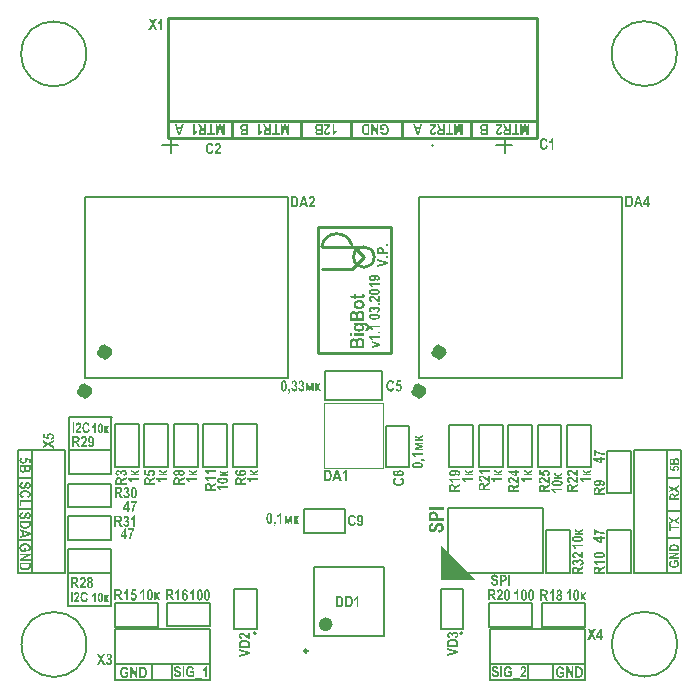
<source format=gto>
G04 Layer_Color=61183*
%FSLAX43Y43*%
%MOMM*%
G71*
G01*
G75*
%ADD10C,0.200*%
%ADD24C,0.600*%
%ADD25C,0.250*%
%ADD44C,1.000*%
%ADD45C,0.254*%
%ADD46C,0.150*%
%ADD47C,0.100*%
G36*
X12410Y55275D02*
X12259D01*
Y55964D01*
X12258Y55963D01*
X12255Y55960D01*
X12251Y55956D01*
X12244Y55949D01*
X12237Y55942D01*
X12227Y55932D01*
X12216Y55922D01*
X12203Y55912D01*
X12175Y55890D01*
X12142Y55866D01*
X12104Y55845D01*
X12065Y55826D01*
Y55993D01*
X12066D01*
X12068Y55994D01*
X12076Y55997D01*
X12087Y56004D01*
X12104Y56012D01*
X12124Y56025D01*
X12145Y56040D01*
X12169Y56059D01*
X12195Y56081D01*
X12196Y56083D01*
X12197Y56084D01*
X12206Y56093D01*
X12217Y56107D01*
X12231Y56125D01*
X12247Y56146D01*
X12262Y56172D01*
X12276Y56200D01*
X12288Y56231D01*
X12410D01*
Y55275D01*
D02*
G37*
G36*
X5864Y7739D02*
X5874Y7737D01*
X5886Y7736D01*
X5899Y7733D01*
X5913Y7730D01*
X5945Y7719D01*
X5962Y7713D01*
X5979Y7705D01*
X5996Y7695D01*
X6013Y7683D01*
X6029Y7670D01*
X6045Y7656D01*
X6046D01*
X6048Y7653D01*
X6050Y7649D01*
X6054Y7645D01*
X6059Y7639D01*
X6064Y7631D01*
X6071Y7622D01*
X6077Y7612D01*
X6084Y7600D01*
X6092Y7588D01*
X6098Y7574D01*
X6106Y7559D01*
X6112Y7540D01*
X6119Y7522D01*
X6125Y7503D01*
X6130Y7482D01*
X5987Y7441D01*
Y7442D01*
X5985Y7443D01*
Y7447D01*
X5984Y7452D01*
X5980Y7465D01*
X5975Y7481D01*
X5967Y7499D01*
X5957Y7517D01*
X5945Y7534D01*
X5931Y7550D01*
X5930Y7551D01*
X5924Y7556D01*
X5915Y7562D01*
X5904Y7569D01*
X5890Y7577D01*
X5874Y7582D01*
X5856Y7587D01*
X5835Y7588D01*
X5827D01*
X5822Y7587D01*
X5808Y7584D01*
X5790Y7579D01*
X5769Y7572D01*
X5747Y7559D01*
X5737Y7551D01*
X5726Y7542D01*
X5716Y7531D01*
X5706Y7518D01*
Y7517D01*
X5703Y7516D01*
X5702Y7511D01*
X5698Y7505D01*
X5694Y7498D01*
X5690Y7489D01*
X5686Y7477D01*
X5681Y7464D01*
X5676Y7450D01*
X5672Y7433D01*
X5668Y7413D01*
X5664Y7393D01*
X5662Y7371D01*
X5659Y7346D01*
X5656Y7319D01*
Y7290D01*
Y7289D01*
Y7283D01*
Y7275D01*
X5658Y7263D01*
Y7250D01*
X5659Y7235D01*
X5660Y7218D01*
X5663Y7200D01*
X5668Y7161D01*
X5677Y7122D01*
X5682Y7104D01*
X5689Y7086D01*
X5696Y7070D01*
X5704Y7056D01*
Y7055D01*
X5707Y7053D01*
X5713Y7046D01*
X5724Y7034D01*
X5739Y7022D01*
X5757Y7009D01*
X5778Y6998D01*
X5804Y6990D01*
X5817Y6989D01*
X5831Y6987D01*
X5834D01*
X5840Y6989D01*
X5852Y6990D01*
X5865Y6992D01*
X5880Y6998D01*
X5897Y7005D01*
X5914Y7017D01*
X5930Y7031D01*
X5931Y7034D01*
X5936Y7040D01*
X5944Y7051D01*
X5953Y7066D01*
X5963Y7086D01*
X5972Y7110D01*
X5983Y7139D01*
X5991Y7174D01*
X6132Y7119D01*
Y7118D01*
X6130Y7113D01*
X6128Y7105D01*
X6125Y7095D01*
X6121Y7083D01*
X6117Y7069D01*
X6112Y7053D01*
X6106Y7037D01*
X6090Y7002D01*
X6071Y6965D01*
X6049Y6932D01*
X6036Y6917D01*
X6022Y6903D01*
X6020Y6902D01*
X6018Y6901D01*
X6014Y6897D01*
X6007Y6893D01*
X6001Y6888D01*
X5992Y6882D01*
X5981Y6876D01*
X5970Y6869D01*
X5957Y6863D01*
X5943Y6856D01*
X5910Y6846D01*
X5874Y6838D01*
X5855Y6837D01*
X5834Y6836D01*
X5827D01*
X5821Y6837D01*
X5810D01*
X5799Y6840D01*
X5785Y6841D01*
X5769Y6845D01*
X5752Y6849D01*
X5734Y6855D01*
X5716Y6862D01*
X5698Y6871D01*
X5678Y6881D01*
X5659Y6894D01*
X5641Y6908D01*
X5623Y6924D01*
X5606Y6943D01*
X5605Y6945D01*
X5602Y6948D01*
X5597Y6956D01*
X5590Y6967D01*
X5582Y6978D01*
X5575Y6994D01*
X5566Y7012D01*
X5557Y7033D01*
X5546Y7055D01*
X5537Y7081D01*
X5529Y7108D01*
X5522Y7138D01*
X5515Y7170D01*
X5510Y7205D01*
X5507Y7241D01*
X5506Y7280D01*
Y7281D01*
Y7283D01*
Y7290D01*
X5507Y7302D01*
Y7316D01*
X5509Y7336D01*
X5511Y7358D01*
X5515Y7381D01*
X5519Y7407D01*
X5524Y7436D01*
X5531Y7464D01*
X5538Y7493D01*
X5549Y7522D01*
X5560Y7551D01*
X5573Y7578D01*
X5589Y7605D01*
X5607Y7630D01*
X5608Y7631D01*
X5611Y7635D01*
X5616Y7640D01*
X5623Y7647D01*
X5632Y7656D01*
X5642Y7665D01*
X5655Y7675D01*
X5669Y7686D01*
X5685Y7695D01*
X5703Y7705D01*
X5722Y7714D01*
X5743Y7723D01*
X5766Y7730D01*
X5790Y7735D01*
X5816Y7739D01*
X5843Y7740D01*
X5855D01*
X5864Y7739D01*
D02*
G37*
G36*
X45546Y45175D02*
X45395D01*
Y45864D01*
X45394Y45863D01*
X45391Y45860D01*
X45387Y45856D01*
X45380Y45849D01*
X45373Y45842D01*
X45363Y45832D01*
X45351Y45822D01*
X45339Y45812D01*
X45311Y45790D01*
X45278Y45766D01*
X45240Y45745D01*
X45201Y45726D01*
Y45893D01*
X45202D01*
X45203Y45894D01*
X45212Y45897D01*
X45223Y45904D01*
X45240Y45912D01*
X45260Y45925D01*
X45281Y45940D01*
X45305Y45959D01*
X45330Y45981D01*
X45332Y45983D01*
X45333Y45984D01*
X45342Y45993D01*
X45353Y46007D01*
X45367Y46025D01*
X45382Y46046D01*
X45398Y46072D01*
X45412Y46100D01*
X45423Y46131D01*
X45546D01*
Y45175D01*
D02*
G37*
G36*
X11707Y55771D02*
X11977Y55275D01*
X11789D01*
X11614Y55599D01*
X11439Y55275D01*
X11250D01*
X11521Y55771D01*
X11275Y56228D01*
X11459D01*
X11614Y55942D01*
X11769Y56228D01*
X11952D01*
X11707Y55771D01*
D02*
G37*
G36*
X5196Y7727D02*
X5207Y7726D01*
X5217Y7724D01*
X5243Y7719D01*
X5270Y7710D01*
X5285Y7705D01*
X5299Y7697D01*
X5313Y7688D01*
X5326Y7679D01*
X5338Y7667D01*
X5349Y7654D01*
X5351Y7653D01*
X5352Y7651D01*
X5354Y7647D01*
X5358Y7641D01*
X5362Y7635D01*
X5367Y7626D01*
X5379Y7605D01*
X5389Y7581D01*
X5399Y7552D01*
X5405Y7521D01*
X5408Y7504D01*
Y7486D01*
Y7483D01*
Y7477D01*
X5406Y7467D01*
Y7452D01*
X5404Y7437D01*
X5401Y7419D01*
X5397Y7401D01*
X5392Y7381D01*
Y7379D01*
X5389Y7372D01*
X5386Y7363D01*
X5382Y7350D01*
X5375Y7334D01*
X5367Y7318D01*
X5357Y7299D01*
X5347Y7280D01*
X5345Y7277D01*
X5342Y7271D01*
X5334Y7259D01*
X5323Y7245D01*
X5309Y7226D01*
X5291Y7204D01*
X5270Y7178D01*
X5246Y7149D01*
X5244Y7148D01*
X5243Y7147D01*
X5239Y7143D01*
X5235Y7138D01*
X5224Y7125D01*
X5211Y7109D01*
X5196Y7092D01*
X5182Y7077D01*
X5171Y7062D01*
X5161Y7051D01*
X5160Y7049D01*
X5159Y7047D01*
X5155Y7042D01*
X5151Y7037D01*
X5142Y7022D01*
X5133Y7005D01*
X5408D01*
Y6850D01*
X4924D01*
Y6851D01*
Y6854D01*
X4926Y6859D01*
Y6866D01*
X4927Y6873D01*
X4930Y6882D01*
X4933Y6904D01*
X4939Y6929D01*
X4948Y6958D01*
X4958Y6987D01*
X4971Y7017D01*
Y7018D01*
X4974Y7021D01*
X4975Y7025D01*
X4979Y7031D01*
X4984Y7039D01*
X4989Y7049D01*
X4997Y7060D01*
X5006Y7073D01*
X5015Y7087D01*
X5027Y7103D01*
X5038Y7119D01*
X5053Y7139D01*
X5068Y7158D01*
X5086Y7179D01*
X5104Y7202D01*
X5125Y7226D01*
X5127Y7227D01*
X5129Y7231D01*
X5134Y7236D01*
X5139Y7243D01*
X5147Y7250D01*
X5155Y7261D01*
X5173Y7283D01*
X5193Y7306D01*
X5211Y7328D01*
X5226Y7349D01*
X5233Y7358D01*
X5238Y7366D01*
X5239Y7368D01*
X5243Y7375D01*
X5248Y7385D01*
X5253Y7399D01*
X5259Y7415D01*
X5264Y7433D01*
X5268Y7452D01*
X5269Y7472D01*
Y7473D01*
Y7474D01*
Y7481D01*
X5268Y7491D01*
X5266Y7504D01*
X5263Y7518D01*
X5259Y7533D01*
X5252Y7547D01*
X5243Y7559D01*
X5242Y7560D01*
X5238Y7564D01*
X5233Y7568D01*
X5225Y7574D01*
X5216Y7579D01*
X5204Y7583D01*
X5190Y7587D01*
X5176Y7588D01*
X5172D01*
X5167Y7587D01*
X5161Y7586D01*
X5146Y7581D01*
X5138Y7577D01*
X5129Y7572D01*
X5120Y7564D01*
X5111Y7555D01*
X5103Y7544D01*
X5095Y7530D01*
X5089Y7515D01*
X5084Y7496D01*
X5080Y7476D01*
X5077Y7451D01*
X4940Y7469D01*
Y7470D01*
X4941Y7476D01*
Y7482D01*
X4943Y7491D01*
X4945Y7502D01*
X4946Y7515D01*
X4950Y7529D01*
X4954Y7544D01*
X4963Y7575D01*
X4976Y7608D01*
X4993Y7639D01*
X5002Y7652D01*
X5014Y7665D01*
X5015Y7666D01*
X5016Y7667D01*
X5020Y7671D01*
X5025Y7675D01*
X5032Y7679D01*
X5038Y7686D01*
X5058Y7697D01*
X5081Y7709D01*
X5110Y7718D01*
X5142Y7726D01*
X5160Y7727D01*
X5178Y7728D01*
X5189D01*
X5196Y7727D01*
D02*
G37*
G36*
X5357Y22071D02*
X5367Y22070D01*
X5377Y22069D01*
X5403Y22063D01*
X5430Y22054D01*
X5445Y22049D01*
X5459Y22041D01*
X5473Y22032D01*
X5486Y22023D01*
X5498Y22012D01*
X5509Y21999D01*
X5511Y21997D01*
X5512Y21995D01*
X5515Y21991D01*
X5518Y21986D01*
X5522Y21979D01*
X5527Y21970D01*
X5539Y21949D01*
X5550Y21925D01*
X5559Y21896D01*
X5565Y21865D01*
X5568Y21848D01*
Y21830D01*
Y21828D01*
Y21821D01*
X5566Y21811D01*
Y21797D01*
X5564Y21781D01*
X5561Y21763D01*
X5557Y21745D01*
X5552Y21725D01*
Y21723D01*
X5550Y21716D01*
X5546Y21707D01*
X5542Y21694D01*
X5535Y21679D01*
X5527Y21662D01*
X5517Y21644D01*
X5507Y21624D01*
X5505Y21622D01*
X5502Y21615D01*
X5494Y21604D01*
X5483Y21589D01*
X5469Y21570D01*
X5451Y21548D01*
X5430Y21522D01*
X5406Y21493D01*
X5404Y21492D01*
X5403Y21491D01*
X5399Y21487D01*
X5395Y21482D01*
X5384Y21469D01*
X5371Y21453D01*
X5357Y21436D01*
X5342Y21421D01*
X5331Y21407D01*
X5322Y21395D01*
X5320Y21394D01*
X5319Y21391D01*
X5315Y21386D01*
X5311Y21381D01*
X5302Y21366D01*
X5293Y21350D01*
X5568D01*
Y21194D01*
X5084D01*
Y21195D01*
Y21198D01*
X5086Y21203D01*
Y21210D01*
X5087Y21218D01*
X5090Y21227D01*
X5094Y21249D01*
X5099Y21273D01*
X5108Y21302D01*
X5118Y21331D01*
X5131Y21361D01*
Y21363D01*
X5134Y21365D01*
X5135Y21369D01*
X5139Y21376D01*
X5144Y21383D01*
X5149Y21394D01*
X5157Y21404D01*
X5166Y21417D01*
X5175Y21431D01*
X5187Y21447D01*
X5198Y21464D01*
X5213Y21483D01*
X5228Y21502D01*
X5246Y21523D01*
X5265Y21547D01*
X5285Y21570D01*
X5287Y21571D01*
X5289Y21575D01*
X5294Y21580D01*
X5299Y21587D01*
X5307Y21594D01*
X5315Y21605D01*
X5333Y21627D01*
X5353Y21650D01*
X5371Y21672D01*
X5386Y21693D01*
X5393Y21702D01*
X5398Y21710D01*
X5399Y21712D01*
X5403Y21719D01*
X5408Y21729D01*
X5413Y21743D01*
X5419Y21759D01*
X5424Y21777D01*
X5428Y21797D01*
X5429Y21816D01*
Y21817D01*
Y21819D01*
Y21825D01*
X5428Y21835D01*
X5426Y21848D01*
X5423Y21863D01*
X5419Y21877D01*
X5412Y21891D01*
X5403Y21903D01*
X5402Y21904D01*
X5398Y21908D01*
X5393Y21912D01*
X5385Y21918D01*
X5376Y21924D01*
X5364Y21927D01*
X5350Y21931D01*
X5336Y21933D01*
X5332D01*
X5327Y21931D01*
X5322Y21930D01*
X5306Y21925D01*
X5298Y21921D01*
X5289Y21916D01*
X5280Y21908D01*
X5271Y21899D01*
X5263Y21889D01*
X5255Y21874D01*
X5249Y21859D01*
X5244Y21841D01*
X5240Y21820D01*
X5237Y21795D01*
X5100Y21813D01*
Y21815D01*
X5101Y21820D01*
Y21826D01*
X5103Y21835D01*
X5105Y21846D01*
X5106Y21859D01*
X5110Y21873D01*
X5114Y21889D01*
X5123Y21920D01*
X5136Y21952D01*
X5153Y21983D01*
X5162Y21996D01*
X5174Y22009D01*
X5175Y22010D01*
X5176Y22012D01*
X5180Y22015D01*
X5186Y22019D01*
X5192Y22023D01*
X5198Y22030D01*
X5218Y22041D01*
X5241Y22053D01*
X5270Y22062D01*
X5302Y22070D01*
X5320Y22071D01*
X5338Y22072D01*
X5349D01*
X5357Y22071D01*
D02*
G37*
G36*
X4995Y21194D02*
X4850D01*
Y22070D01*
X4995D01*
Y21194D01*
D02*
G37*
G36*
X4835Y6850D02*
X4690D01*
Y7726D01*
X4835D01*
Y6850D01*
D02*
G37*
G36*
X6024Y22083D02*
X6034Y22082D01*
X6046Y22080D01*
X6059Y22078D01*
X6073Y22074D01*
X6105Y22063D01*
X6122Y22057D01*
X6139Y22049D01*
X6156Y22039D01*
X6173Y22027D01*
X6189Y22014D01*
X6205Y22000D01*
X6206D01*
X6208Y21997D01*
X6210Y21993D01*
X6214Y21990D01*
X6219Y21983D01*
X6224Y21975D01*
X6231Y21966D01*
X6237Y21956D01*
X6244Y21944D01*
X6252Y21933D01*
X6258Y21918D01*
X6266Y21903D01*
X6272Y21885D01*
X6279Y21867D01*
X6285Y21847D01*
X6290Y21826D01*
X6147Y21785D01*
Y21786D01*
X6145Y21787D01*
Y21791D01*
X6144Y21797D01*
X6140Y21809D01*
X6135Y21825D01*
X6127Y21843D01*
X6117Y21861D01*
X6105Y21878D01*
X6091Y21894D01*
X6090Y21895D01*
X6085Y21900D01*
X6075Y21907D01*
X6064Y21913D01*
X6050Y21921D01*
X6034Y21926D01*
X6016Y21931D01*
X5995Y21933D01*
X5987D01*
X5982Y21931D01*
X5968Y21929D01*
X5950Y21924D01*
X5929Y21916D01*
X5907Y21903D01*
X5897Y21895D01*
X5886Y21886D01*
X5876Y21876D01*
X5866Y21863D01*
Y21861D01*
X5863Y21860D01*
X5862Y21855D01*
X5858Y21850D01*
X5854Y21842D01*
X5850Y21833D01*
X5846Y21821D01*
X5841Y21808D01*
X5836Y21794D01*
X5832Y21777D01*
X5828Y21758D01*
X5824Y21737D01*
X5822Y21715D01*
X5819Y21690D01*
X5816Y21663D01*
Y21635D01*
Y21633D01*
Y21627D01*
Y21619D01*
X5818Y21607D01*
Y21594D01*
X5819Y21579D01*
X5820Y21562D01*
X5823Y21544D01*
X5828Y21505D01*
X5837Y21466D01*
X5842Y21448D01*
X5849Y21430D01*
X5857Y21414D01*
X5864Y21400D01*
Y21399D01*
X5867Y21398D01*
X5873Y21390D01*
X5884Y21378D01*
X5899Y21366D01*
X5917Y21354D01*
X5938Y21342D01*
X5964Y21334D01*
X5977Y21333D01*
X5991Y21331D01*
X5994D01*
X6000Y21333D01*
X6012Y21334D01*
X6025Y21337D01*
X6040Y21342D01*
X6057Y21350D01*
X6074Y21361D01*
X6090Y21376D01*
X6091Y21378D01*
X6096Y21385D01*
X6104Y21395D01*
X6113Y21411D01*
X6123Y21430D01*
X6132Y21455D01*
X6143Y21483D01*
X6151Y21518D01*
X6292Y21464D01*
Y21462D01*
X6290Y21457D01*
X6288Y21449D01*
X6285Y21439D01*
X6281Y21427D01*
X6278Y21413D01*
X6272Y21398D01*
X6266Y21381D01*
X6250Y21346D01*
X6231Y21309D01*
X6209Y21276D01*
X6196Y21262D01*
X6182Y21247D01*
X6180Y21246D01*
X6178Y21245D01*
X6174Y21241D01*
X6167Y21237D01*
X6161Y21232D01*
X6152Y21227D01*
X6142Y21220D01*
X6130Y21214D01*
X6117Y21207D01*
X6103Y21201D01*
X6070Y21190D01*
X6034Y21183D01*
X6015Y21181D01*
X5994Y21180D01*
X5987D01*
X5981Y21181D01*
X5971D01*
X5959Y21184D01*
X5945Y21185D01*
X5929Y21189D01*
X5912Y21193D01*
X5894Y21199D01*
X5876Y21206D01*
X5858Y21215D01*
X5838Y21225D01*
X5819Y21238D01*
X5801Y21252D01*
X5783Y21268D01*
X5766Y21287D01*
X5765Y21289D01*
X5762Y21293D01*
X5757Y21300D01*
X5750Y21311D01*
X5743Y21322D01*
X5735Y21338D01*
X5726Y21356D01*
X5717Y21377D01*
X5706Y21399D01*
X5697Y21425D01*
X5689Y21452D01*
X5682Y21482D01*
X5675Y21514D01*
X5670Y21549D01*
X5667Y21585D01*
X5666Y21624D01*
Y21626D01*
Y21627D01*
Y21635D01*
X5667Y21646D01*
Y21661D01*
X5669Y21680D01*
X5671Y21702D01*
X5675Y21725D01*
X5679Y21751D01*
X5684Y21780D01*
X5691Y21808D01*
X5698Y21837D01*
X5709Y21867D01*
X5721Y21895D01*
X5733Y21922D01*
X5749Y21949D01*
X5767Y21974D01*
X5768Y21975D01*
X5771Y21979D01*
X5776Y21984D01*
X5783Y21991D01*
X5792Y22000D01*
X5802Y22009D01*
X5815Y22019D01*
X5829Y22030D01*
X5845Y22039D01*
X5863Y22049D01*
X5882Y22058D01*
X5903Y22067D01*
X5926Y22074D01*
X5950Y22079D01*
X5976Y22083D01*
X6003Y22084D01*
X6015D01*
X6024Y22083D01*
D02*
G37*
G36*
X23614Y41252D02*
X23624D01*
X23648Y41250D01*
X23675Y41247D01*
X23702Y41242D01*
X23729Y41236D01*
X23751Y41228D01*
X23754Y41226D01*
X23761Y41223D01*
X23771Y41216D01*
X23785Y41208D01*
X23800Y41197D01*
X23819Y41182D01*
X23836Y41166D01*
X23854Y41146D01*
X23857Y41143D01*
X23862Y41136D01*
X23871Y41123D01*
X23881Y41105D01*
X23893Y41084D01*
X23906Y41058D01*
X23917Y41029D01*
X23929Y40995D01*
Y40994D01*
X23930Y40991D01*
X23932Y40985D01*
X23933Y40978D01*
X23934Y40970D01*
X23937Y40958D01*
X23940Y40946D01*
X23943Y40932D01*
X23944Y40916D01*
X23947Y40899D01*
X23950Y40881D01*
X23951Y40860D01*
X23954Y40816D01*
X23956Y40767D01*
Y40765D01*
Y40761D01*
Y40754D01*
Y40745D01*
X23954Y40736D01*
Y40723D01*
X23953Y40709D01*
Y40693D01*
X23948Y40659D01*
X23944Y40623D01*
X23937Y40586D01*
X23927Y40551D01*
Y40550D01*
X23926Y40547D01*
X23924Y40542D01*
X23922Y40535D01*
X23916Y40519D01*
X23908Y40499D01*
X23898Y40475D01*
X23885Y40451D01*
X23871Y40427D01*
X23855Y40406D01*
X23854Y40403D01*
X23848Y40397D01*
X23838Y40387D01*
X23827Y40376D01*
X23812Y40363D01*
X23795Y40351D01*
X23775Y40338D01*
X23753Y40327D01*
X23750Y40325D01*
X23741Y40323D01*
X23729Y40318D01*
X23710Y40314D01*
X23688Y40308D01*
X23661Y40304D01*
X23630Y40301D01*
X23596Y40300D01*
X23300D01*
Y41253D01*
X23606D01*
X23614Y41252D01*
D02*
G37*
G36*
X28041Y17100D02*
X27890D01*
Y17789D01*
X27889Y17788D01*
X27886Y17785D01*
X27882Y17781D01*
X27875Y17774D01*
X27868Y17767D01*
X27858Y17757D01*
X27847Y17747D01*
X27834Y17737D01*
X27806Y17715D01*
X27773Y17691D01*
X27735Y17670D01*
X27696Y17651D01*
Y17818D01*
X27697D01*
X27698Y17819D01*
X27707Y17822D01*
X27718Y17829D01*
X27735Y17837D01*
X27755Y17850D01*
X27776Y17865D01*
X27800Y17884D01*
X27825Y17906D01*
X27827Y17908D01*
X27828Y17909D01*
X27837Y17918D01*
X27848Y17932D01*
X27862Y17950D01*
X27878Y17971D01*
X27893Y17997D01*
X27907Y18025D01*
X27918Y18056D01*
X28041D01*
Y17100D01*
D02*
G37*
G36*
X25120Y41254D02*
X25131Y41253D01*
X25142Y41252D01*
X25171Y41246D01*
X25200Y41236D01*
X25216Y41230D01*
X25231Y41222D01*
X25247Y41212D01*
X25261Y41202D01*
X25274Y41190D01*
X25286Y41175D01*
X25288Y41174D01*
X25289Y41171D01*
X25292Y41167D01*
X25296Y41161D01*
X25300Y41154D01*
X25306Y41144D01*
X25319Y41122D01*
X25330Y41095D01*
X25340Y41064D01*
X25347Y41030D01*
X25350Y41012D01*
Y40992D01*
Y40989D01*
Y40982D01*
X25348Y40971D01*
Y40956D01*
X25345Y40939D01*
X25343Y40919D01*
X25338Y40899D01*
X25333Y40878D01*
Y40875D01*
X25330Y40868D01*
X25326Y40858D01*
X25322Y40844D01*
X25314Y40827D01*
X25306Y40809D01*
X25295Y40789D01*
X25283Y40768D01*
X25282Y40765D01*
X25278Y40758D01*
X25269Y40745D01*
X25258Y40730D01*
X25243Y40709D01*
X25223Y40685D01*
X25200Y40657D01*
X25173Y40626D01*
X25172Y40624D01*
X25171Y40623D01*
X25166Y40619D01*
X25162Y40613D01*
X25150Y40599D01*
X25135Y40582D01*
X25120Y40564D01*
X25104Y40547D01*
X25092Y40531D01*
X25082Y40519D01*
X25080Y40517D01*
X25079Y40514D01*
X25075Y40509D01*
X25071Y40503D01*
X25061Y40487D01*
X25051Y40469D01*
X25350D01*
Y40300D01*
X24824D01*
Y40301D01*
Y40304D01*
X24825Y40310D01*
Y40317D01*
X24827Y40325D01*
X24830Y40335D01*
X24834Y40359D01*
X24839Y40386D01*
X24849Y40417D01*
X24861Y40449D01*
X24875Y40482D01*
Y40483D01*
X24877Y40486D01*
X24879Y40490D01*
X24883Y40497D01*
X24889Y40506D01*
X24894Y40517D01*
X24903Y40528D01*
X24913Y40542D01*
X24923Y40558D01*
X24935Y40575D01*
X24948Y40593D01*
X24963Y40614D01*
X24980Y40636D01*
X25000Y40658D01*
X25020Y40683D01*
X25042Y40709D01*
X25044Y40710D01*
X25047Y40714D01*
X25052Y40720D01*
X25058Y40727D01*
X25066Y40736D01*
X25075Y40747D01*
X25095Y40771D01*
X25116Y40796D01*
X25135Y40820D01*
X25152Y40843D01*
X25159Y40853D01*
X25165Y40861D01*
X25166Y40864D01*
X25171Y40871D01*
X25176Y40882D01*
X25182Y40898D01*
X25188Y40915D01*
X25193Y40934D01*
X25197Y40956D01*
X25199Y40977D01*
Y40978D01*
Y40979D01*
Y40987D01*
X25197Y40998D01*
X25196Y41012D01*
X25192Y41027D01*
X25188Y41043D01*
X25181Y41058D01*
X25171Y41071D01*
X25169Y41073D01*
X25165Y41077D01*
X25159Y41081D01*
X25151Y41088D01*
X25141Y41094D01*
X25128Y41098D01*
X25113Y41102D01*
X25097Y41104D01*
X25093D01*
X25087Y41102D01*
X25082Y41101D01*
X25065Y41095D01*
X25056Y41091D01*
X25047Y41085D01*
X25037Y41077D01*
X25027Y41067D01*
X25018Y41056D01*
X25010Y41040D01*
X25003Y41023D01*
X24997Y41003D01*
X24993Y40981D01*
X24990Y40954D01*
X24841Y40974D01*
Y40975D01*
X24842Y40981D01*
Y40988D01*
X24844Y40998D01*
X24846Y41009D01*
X24848Y41023D01*
X24852Y41039D01*
X24856Y41056D01*
X24866Y41089D01*
X24880Y41125D01*
X24899Y41159D01*
X24908Y41173D01*
X24921Y41187D01*
X24923Y41188D01*
X24924Y41190D01*
X24928Y41194D01*
X24934Y41198D01*
X24941Y41202D01*
X24948Y41209D01*
X24969Y41222D01*
X24994Y41235D01*
X25025Y41244D01*
X25061Y41253D01*
X25080Y41254D01*
X25100Y41256D01*
X25111D01*
X25120Y41254D01*
D02*
G37*
G36*
X24794Y40300D02*
X24624D01*
X24556Y40516D01*
X24240D01*
X24177Y40300D01*
X24009D01*
X24312Y41253D01*
X24480D01*
X24794Y40300D01*
D02*
G37*
G36*
X27607Y17100D02*
X27436D01*
X27369Y17316D01*
X27053D01*
X26989Y17100D01*
X26822D01*
X27125Y18053D01*
X27292D01*
X27607Y17100D01*
D02*
G37*
G36*
X32674Y25470D02*
X32392D01*
X32367Y25306D01*
X32370Y25308D01*
X32376Y25312D01*
X32385Y25316D01*
X32399Y25323D01*
X32415Y25329D01*
X32432Y25333D01*
X32450Y25337D01*
X32470Y25339D01*
X32478D01*
X32485Y25337D01*
X32494Y25336D01*
X32502Y25334D01*
X32525Y25330D01*
X32549Y25320D01*
X32576Y25308D01*
X32590Y25299D01*
X32602Y25289D01*
X32615Y25278D01*
X32628Y25265D01*
X32629Y25264D01*
X32632Y25261D01*
X32635Y25255D01*
X32641Y25248D01*
X32646Y25239D01*
X32653Y25227D01*
X32662Y25215D01*
X32669Y25200D01*
X32676Y25184D01*
X32684Y25165D01*
X32691Y25144D01*
X32697Y25123D01*
X32703Y25099D01*
X32707Y25075D01*
X32708Y25048D01*
X32710Y25020D01*
Y25019D01*
Y25014D01*
Y25007D01*
X32708Y24999D01*
Y24988D01*
X32705Y24975D01*
X32704Y24961D01*
X32701Y24944D01*
X32693Y24909D01*
X32680Y24869D01*
X32672Y24849D01*
X32663Y24830D01*
X32652Y24809D01*
X32639Y24789D01*
X32638Y24787D01*
X32636Y24785D01*
X32632Y24779D01*
X32626Y24772D01*
X32619Y24765D01*
X32611Y24756D01*
X32600Y24747D01*
X32588Y24737D01*
X32576Y24727D01*
X32560Y24717D01*
X32545Y24708D01*
X32526Y24701D01*
X32508Y24694D01*
X32487Y24689D01*
X32466Y24686D01*
X32442Y24684D01*
X32432D01*
X32425Y24686D01*
X32416D01*
X32405Y24689D01*
X32381Y24693D01*
X32354Y24701D01*
X32325Y24713D01*
X32297Y24730D01*
X32282Y24741D01*
X32268Y24752D01*
X32267Y24754D01*
X32266Y24755D01*
X32261Y24759D01*
X32257Y24765D01*
X32251Y24772D01*
X32246Y24780D01*
X32239Y24790D01*
X32232Y24802D01*
X32225Y24814D01*
X32218Y24830D01*
X32211Y24845D01*
X32204Y24862D01*
X32198Y24880D01*
X32192Y24902D01*
X32185Y24945D01*
X32335Y24965D01*
Y24962D01*
X32336Y24955D01*
X32339Y24942D01*
X32342Y24928D01*
X32346Y24913D01*
X32353Y24897D01*
X32361Y24880D01*
X32373Y24866D01*
X32374Y24865D01*
X32378Y24861D01*
X32385Y24855D01*
X32394Y24849D01*
X32404Y24842D01*
X32416Y24837D01*
X32429Y24833D01*
X32443Y24831D01*
X32445D01*
X32452Y24833D01*
X32460Y24834D01*
X32470Y24837D01*
X32483Y24842D01*
X32497Y24851D01*
X32509Y24861D01*
X32522Y24876D01*
X32524Y24879D01*
X32528Y24885D01*
X32533Y24896D01*
X32539Y24910D01*
X32545Y24930D01*
X32550Y24954D01*
X32555Y24983D01*
X32556Y25016D01*
Y25017D01*
Y25020D01*
Y25024D01*
Y25031D01*
X32555Y25047D01*
X32552Y25067D01*
X32548Y25088D01*
X32542Y25110D01*
X32533Y25130D01*
X32522Y25148D01*
X32521Y25150D01*
X32516Y25155D01*
X32509Y25162D01*
X32500Y25171D01*
X32488Y25178D01*
X32473Y25185D01*
X32457Y25191D01*
X32439Y25192D01*
X32436D01*
X32428Y25191D01*
X32416Y25188D01*
X32401Y25184D01*
X32383Y25175D01*
X32363Y25162D01*
X32353Y25155D01*
X32343Y25145D01*
X32333Y25136D01*
X32323Y25123D01*
X32202Y25144D01*
X32278Y25640D01*
X32674D01*
Y25470D01*
D02*
G37*
G36*
X44768Y46142D02*
X44779Y46141D01*
X44792Y46139D01*
X44806Y46136D01*
X44821Y46132D01*
X44857Y46121D01*
X44875Y46114D01*
X44893Y46105D01*
X44912Y46094D01*
X44930Y46081D01*
X44948Y46067D01*
X44965Y46052D01*
X44967D01*
X44968Y46049D01*
X44971Y46045D01*
X44975Y46041D01*
X44981Y46034D01*
X44986Y46025D01*
X44993Y46015D01*
X45000Y46004D01*
X45007Y45991D01*
X45016Y45979D01*
X45023Y45963D01*
X45031Y45946D01*
X45038Y45926D01*
X45046Y45907D01*
X45053Y45885D01*
X45058Y45863D01*
X44902Y45818D01*
Y45819D01*
X44900Y45821D01*
Y45825D01*
X44899Y45831D01*
X44895Y45845D01*
X44889Y45862D01*
X44881Y45881D01*
X44869Y45901D01*
X44857Y45919D01*
X44841Y45936D01*
X44840Y45938D01*
X44834Y45943D01*
X44824Y45950D01*
X44811Y45957D01*
X44796Y45966D01*
X44779Y45971D01*
X44759Y45977D01*
X44737Y45979D01*
X44728D01*
X44723Y45977D01*
X44707Y45974D01*
X44687Y45969D01*
X44665Y45960D01*
X44641Y45946D01*
X44630Y45938D01*
X44618Y45928D01*
X44607Y45917D01*
X44596Y45902D01*
Y45901D01*
X44593Y45900D01*
X44592Y45894D01*
X44587Y45888D01*
X44583Y45880D01*
X44579Y45870D01*
X44575Y45857D01*
X44569Y45843D01*
X44563Y45828D01*
X44559Y45809D01*
X44555Y45788D01*
X44551Y45766D01*
X44548Y45742D01*
X44545Y45715D01*
X44542Y45685D01*
Y45654D01*
Y45653D01*
Y45646D01*
Y45637D01*
X44544Y45625D01*
Y45611D01*
X44545Y45594D01*
X44546Y45575D01*
X44549Y45556D01*
X44555Y45513D01*
X44565Y45471D01*
X44570Y45451D01*
X44577Y45432D01*
X44586Y45415D01*
X44594Y45399D01*
Y45398D01*
X44597Y45396D01*
X44604Y45388D01*
X44616Y45375D01*
X44632Y45362D01*
X44652Y45348D01*
X44675Y45336D01*
X44703Y45327D01*
X44717Y45326D01*
X44733Y45324D01*
X44735D01*
X44742Y45326D01*
X44755Y45327D01*
X44769Y45330D01*
X44786Y45336D01*
X44804Y45344D01*
X44823Y45357D01*
X44840Y45372D01*
X44841Y45375D01*
X44847Y45382D01*
X44855Y45394D01*
X44865Y45410D01*
X44876Y45432D01*
X44886Y45458D01*
X44897Y45489D01*
X44906Y45527D01*
X45060Y45468D01*
Y45467D01*
X45058Y45461D01*
X45055Y45453D01*
X45053Y45441D01*
X45048Y45429D01*
X45044Y45413D01*
X45038Y45396D01*
X45031Y45378D01*
X45014Y45340D01*
X44993Y45300D01*
X44969Y45264D01*
X44955Y45248D01*
X44940Y45233D01*
X44938Y45231D01*
X44936Y45230D01*
X44931Y45226D01*
X44924Y45222D01*
X44917Y45216D01*
X44907Y45210D01*
X44896Y45203D01*
X44883Y45196D01*
X44869Y45189D01*
X44854Y45182D01*
X44819Y45171D01*
X44779Y45162D01*
X44758Y45161D01*
X44735Y45159D01*
X44728D01*
X44721Y45161D01*
X44710D01*
X44697Y45164D01*
X44682Y45165D01*
X44665Y45169D01*
X44647Y45174D01*
X44627Y45181D01*
X44607Y45188D01*
X44587Y45198D01*
X44566Y45209D01*
X44545Y45223D01*
X44525Y45238D01*
X44506Y45255D01*
X44487Y45277D01*
X44486Y45278D01*
X44483Y45282D01*
X44477Y45291D01*
X44470Y45302D01*
X44462Y45315D01*
X44453Y45331D01*
X44444Y45351D01*
X44434Y45374D01*
X44422Y45398D01*
X44413Y45426D01*
X44404Y45456D01*
X44396Y45488D01*
X44389Y45523D01*
X44383Y45561D01*
X44380Y45601D01*
X44379Y45643D01*
Y45644D01*
Y45646D01*
Y45654D01*
X44380Y45667D01*
Y45682D01*
X44382Y45704D01*
X44384Y45728D01*
X44389Y45753D01*
X44393Y45781D01*
X44398Y45812D01*
X44405Y45843D01*
X44414Y45874D01*
X44425Y45907D01*
X44438Y45938D01*
X44452Y45967D01*
X44469Y45997D01*
X44489Y46024D01*
X44490Y46025D01*
X44493Y46029D01*
X44499Y46035D01*
X44506Y46042D01*
X44515Y46052D01*
X44527Y46062D01*
X44541Y46073D01*
X44556Y46084D01*
X44573Y46094D01*
X44593Y46105D01*
X44614Y46115D01*
X44637Y46125D01*
X44662Y46132D01*
X44687Y46138D01*
X44716Y46142D01*
X44745Y46143D01*
X44758D01*
X44768Y46142D01*
D02*
G37*
G36*
X26427Y18052D02*
X26437D01*
X26461Y18050D01*
X26488Y18047D01*
X26514Y18042D01*
X26541Y18036D01*
X26564Y18028D01*
X26566Y18026D01*
X26574Y18023D01*
X26583Y18016D01*
X26598Y18008D01*
X26613Y17997D01*
X26631Y17982D01*
X26648Y17966D01*
X26667Y17946D01*
X26669Y17943D01*
X26675Y17936D01*
X26684Y17923D01*
X26693Y17905D01*
X26706Y17884D01*
X26719Y17858D01*
X26730Y17829D01*
X26741Y17795D01*
Y17794D01*
X26743Y17791D01*
X26744Y17785D01*
X26746Y17778D01*
X26747Y17770D01*
X26750Y17758D01*
X26753Y17746D01*
X26755Y17732D01*
X26757Y17716D01*
X26760Y17699D01*
X26762Y17681D01*
X26764Y17660D01*
X26767Y17616D01*
X26768Y17567D01*
Y17565D01*
Y17561D01*
Y17554D01*
Y17545D01*
X26767Y17536D01*
Y17523D01*
X26765Y17509D01*
Y17493D01*
X26761Y17459D01*
X26757Y17423D01*
X26750Y17386D01*
X26740Y17351D01*
Y17350D01*
X26738Y17347D01*
X26737Y17342D01*
X26734Y17335D01*
X26729Y17319D01*
X26720Y17299D01*
X26710Y17275D01*
X26698Y17251D01*
X26684Y17227D01*
X26668Y17206D01*
X26667Y17203D01*
X26661Y17197D01*
X26651Y17187D01*
X26640Y17176D01*
X26624Y17163D01*
X26607Y17151D01*
X26588Y17138D01*
X26565Y17127D01*
X26562Y17125D01*
X26554Y17123D01*
X26541Y17118D01*
X26523Y17114D01*
X26500Y17108D01*
X26473Y17104D01*
X26442Y17101D01*
X26409Y17100D01*
X26113D01*
Y18053D01*
X26418D01*
X26427Y18052D01*
D02*
G37*
G36*
X31789Y25667D02*
X31800Y25666D01*
X31813Y25664D01*
X31827Y25661D01*
X31843Y25657D01*
X31878Y25646D01*
X31896Y25639D01*
X31915Y25630D01*
X31933Y25619D01*
X31951Y25606D01*
X31970Y25592D01*
X31986Y25577D01*
X31988D01*
X31989Y25574D01*
X31992Y25570D01*
X31996Y25566D01*
X32002Y25559D01*
X32008Y25550D01*
X32015Y25540D01*
X32022Y25529D01*
X32029Y25516D01*
X32037Y25504D01*
X32044Y25488D01*
X32053Y25471D01*
X32060Y25451D01*
X32067Y25432D01*
X32074Y25410D01*
X32079Y25388D01*
X31923Y25343D01*
Y25344D01*
X31922Y25346D01*
Y25350D01*
X31920Y25356D01*
X31916Y25370D01*
X31910Y25387D01*
X31902Y25406D01*
X31891Y25426D01*
X31878Y25444D01*
X31862Y25461D01*
X31861Y25463D01*
X31855Y25468D01*
X31845Y25475D01*
X31833Y25482D01*
X31817Y25491D01*
X31800Y25496D01*
X31781Y25502D01*
X31758Y25504D01*
X31750D01*
X31744Y25502D01*
X31728Y25499D01*
X31709Y25494D01*
X31686Y25485D01*
X31662Y25471D01*
X31651Y25463D01*
X31640Y25453D01*
X31628Y25441D01*
X31617Y25427D01*
Y25426D01*
X31614Y25425D01*
X31613Y25419D01*
X31609Y25413D01*
X31604Y25405D01*
X31600Y25395D01*
X31596Y25382D01*
X31590Y25368D01*
X31585Y25353D01*
X31580Y25334D01*
X31576Y25313D01*
X31572Y25291D01*
X31569Y25267D01*
X31566Y25240D01*
X31564Y25210D01*
Y25179D01*
Y25178D01*
Y25171D01*
Y25162D01*
X31565Y25150D01*
Y25136D01*
X31566Y25119D01*
X31568Y25100D01*
X31571Y25081D01*
X31576Y25038D01*
X31586Y24996D01*
X31592Y24976D01*
X31599Y24957D01*
X31607Y24940D01*
X31616Y24924D01*
Y24923D01*
X31618Y24921D01*
X31626Y24913D01*
X31637Y24900D01*
X31654Y24887D01*
X31673Y24873D01*
X31696Y24861D01*
X31724Y24852D01*
X31738Y24851D01*
X31754Y24849D01*
X31757D01*
X31764Y24851D01*
X31776Y24852D01*
X31790Y24855D01*
X31807Y24861D01*
X31826Y24869D01*
X31844Y24882D01*
X31861Y24897D01*
X31862Y24900D01*
X31868Y24907D01*
X31876Y24919D01*
X31886Y24935D01*
X31898Y24957D01*
X31907Y24983D01*
X31919Y25014D01*
X31927Y25052D01*
X32081Y24993D01*
Y24992D01*
X32079Y24986D01*
X32077Y24978D01*
X32074Y24966D01*
X32070Y24954D01*
X32065Y24938D01*
X32060Y24921D01*
X32053Y24903D01*
X32036Y24865D01*
X32015Y24825D01*
X31991Y24789D01*
X31977Y24773D01*
X31961Y24758D01*
X31960Y24756D01*
X31957Y24755D01*
X31953Y24751D01*
X31946Y24747D01*
X31939Y24741D01*
X31929Y24735D01*
X31917Y24728D01*
X31905Y24721D01*
X31891Y24714D01*
X31875Y24707D01*
X31840Y24696D01*
X31800Y24687D01*
X31779Y24686D01*
X31757Y24684D01*
X31750D01*
X31743Y24686D01*
X31731D01*
X31719Y24689D01*
X31703Y24690D01*
X31686Y24694D01*
X31668Y24699D01*
X31648Y24706D01*
X31628Y24713D01*
X31609Y24723D01*
X31587Y24734D01*
X31566Y24748D01*
X31547Y24763D01*
X31527Y24780D01*
X31509Y24802D01*
X31507Y24803D01*
X31504Y24807D01*
X31499Y24816D01*
X31492Y24827D01*
X31483Y24840D01*
X31475Y24856D01*
X31465Y24876D01*
X31455Y24899D01*
X31444Y24923D01*
X31434Y24951D01*
X31425Y24981D01*
X31417Y25013D01*
X31410Y25048D01*
X31404Y25086D01*
X31401Y25126D01*
X31400Y25168D01*
Y25169D01*
Y25171D01*
Y25179D01*
X31401Y25192D01*
Y25207D01*
X31403Y25229D01*
X31406Y25253D01*
X31410Y25278D01*
X31414Y25306D01*
X31420Y25337D01*
X31427Y25368D01*
X31435Y25399D01*
X31447Y25432D01*
X31459Y25463D01*
X31473Y25492D01*
X31490Y25522D01*
X31510Y25549D01*
X31511Y25550D01*
X31514Y25554D01*
X31520Y25560D01*
X31527Y25567D01*
X31537Y25577D01*
X31548Y25587D01*
X31562Y25598D01*
X31578Y25609D01*
X31595Y25619D01*
X31614Y25630D01*
X31635Y25640D01*
X31658Y25650D01*
X31683Y25657D01*
X31709Y25663D01*
X31737Y25667D01*
X31767Y25668D01*
X31779D01*
X31789Y25667D01*
D02*
G37*
G36*
X36250Y14698D02*
X34998D01*
Y14906D01*
X36250D01*
Y14698D01*
D02*
G37*
G36*
X675Y16911D02*
X673D01*
X666Y16910D01*
X658Y16909D01*
X647Y16906D01*
X633Y16902D01*
X618Y16896D01*
X601Y16889D01*
X584Y16881D01*
X568Y16871D01*
X551Y16860D01*
X536Y16846D01*
X522Y16830D01*
X511Y16812D01*
X503Y16792D01*
X496Y16769D01*
X494Y16744D01*
Y16742D01*
Y16741D01*
Y16732D01*
X496Y16720D01*
X498Y16703D01*
X503Y16687D01*
X510Y16669D01*
X518Y16651D01*
X530Y16634D01*
X532Y16633D01*
X537Y16627D01*
X546Y16620D01*
X555Y16613D01*
X569Y16605D01*
X584Y16599D01*
X602Y16594D01*
X622Y16592D01*
X627D01*
X633Y16594D01*
X641D01*
X658Y16599D01*
X668Y16602D01*
X676Y16608D01*
X677D01*
X680Y16610D01*
X688Y16619D01*
X694Y16624D01*
X701Y16631D01*
X706Y16641D01*
X712Y16651D01*
X713Y16652D01*
X715Y16656D01*
X719Y16666D01*
X724Y16678D01*
X727Y16687D01*
X730Y16696D01*
X734Y16708D01*
X738Y16721D01*
X744Y16735D01*
X749Y16752D01*
X755Y16770D01*
X761Y16789D01*
Y16791D01*
X762Y16793D01*
X763Y16799D01*
X766Y16806D01*
X769Y16814D01*
X772Y16823D01*
X780Y16845D01*
X790Y16868D01*
X801Y16893D01*
X813Y16916D01*
X826Y16935D01*
X827Y16936D01*
X833Y16942D01*
X840Y16950D01*
X851Y16961D01*
X863Y16972D01*
X878Y16985D01*
X896Y16997D01*
X917Y17008D01*
X920Y17010D01*
X927Y17013D01*
X939Y17017D01*
X955Y17021D01*
X973Y17026D01*
X994Y17031D01*
X1017Y17033D01*
X1041Y17035D01*
X1053D01*
X1068Y17033D01*
X1086Y17031D01*
X1107Y17026D01*
X1131Y17020D01*
X1154Y17011D01*
X1178Y17000D01*
X1179D01*
X1181Y16999D01*
X1188Y16993D01*
X1199Y16986D01*
X1213Y16975D01*
X1228Y16961D01*
X1243Y16945D01*
X1258Y16927D01*
X1271Y16904D01*
Y16903D01*
X1272Y16902D01*
X1276Y16893D01*
X1281Y16879D01*
X1288Y16861D01*
X1293Y16839D01*
X1297Y16814D01*
X1301Y16784D01*
X1303Y16752D01*
Y16750D01*
Y16746D01*
Y16739D01*
X1301Y16730D01*
X1300Y16719D01*
X1299Y16705D01*
X1297Y16691D01*
X1293Y16674D01*
X1285Y16641D01*
X1271Y16605D01*
X1263Y16588D01*
X1253Y16570D01*
X1242Y16555D01*
X1228Y16540D01*
X1227Y16538D01*
X1225Y16537D01*
X1220Y16533D01*
X1214Y16527D01*
X1207Y16522D01*
X1197Y16515D01*
X1186Y16508D01*
X1174Y16501D01*
X1160Y16494D01*
X1145Y16486D01*
X1127Y16479D01*
X1109Y16473D01*
X1088Y16468D01*
X1067Y16463D01*
X1043Y16459D01*
X1018Y16458D01*
X1010Y16613D01*
X1013D01*
X1017Y16615D01*
X1023Y16616D01*
X1035Y16619D01*
X1052Y16623D01*
X1068Y16630D01*
X1086Y16637D01*
X1102Y16646D01*
X1116Y16659D01*
X1117Y16660D01*
X1120Y16665D01*
X1125Y16673D01*
X1131Y16684D01*
X1136Y16698D01*
X1142Y16714D01*
X1145Y16734D01*
X1146Y16756D01*
Y16759D01*
Y16766D01*
X1145Y16778D01*
X1143Y16792D01*
X1139Y16807D01*
X1135Y16823D01*
X1128Y16839D01*
X1120Y16853D01*
X1118Y16855D01*
X1116Y16859D01*
X1110Y16864D01*
X1102Y16870D01*
X1092Y16875D01*
X1081Y16881D01*
X1068Y16885D01*
X1055Y16886D01*
X1049D01*
X1042Y16885D01*
X1032Y16882D01*
X1023Y16879D01*
X1013Y16874D01*
X1002Y16866D01*
X992Y16856D01*
X991Y16855D01*
X988Y16849D01*
X982Y16841D01*
X975Y16827D01*
X971Y16817D01*
X966Y16807D01*
X962Y16796D01*
X956Y16782D01*
X951Y16769D01*
X945Y16752D01*
X939Y16734D01*
X934Y16714D01*
Y16713D01*
X932Y16709D01*
X931Y16703D01*
X928Y16695D01*
X924Y16685D01*
X921Y16674D01*
X912Y16649D01*
X901Y16622D01*
X890Y16594D01*
X876Y16567D01*
X869Y16555D01*
X862Y16545D01*
X860Y16542D01*
X855Y16537D01*
X848Y16527D01*
X837Y16515D01*
X823Y16502D01*
X806Y16488D01*
X787Y16476D01*
X766Y16465D01*
X763Y16463D01*
X755Y16461D01*
X742Y16456D01*
X726Y16451D01*
X705Y16445D01*
X680Y16441D01*
X652Y16438D01*
X622Y16437D01*
X611D01*
X601Y16438D01*
X591Y16440D01*
X579Y16441D01*
X565Y16444D01*
X551Y16447D01*
X518Y16455D01*
X483Y16469D01*
X467Y16477D01*
X450Y16488D01*
X433Y16499D01*
X417Y16513D01*
X415Y16515D01*
X412Y16518D01*
X410Y16522D01*
X404Y16527D01*
X397Y16536D01*
X390Y16545D01*
X383Y16558D01*
X376Y16570D01*
X368Y16585D01*
X361Y16603D01*
X354Y16623D01*
X347Y16644D01*
X342Y16667D01*
X339Y16692D01*
X336Y16719D01*
X335Y16748D01*
Y16749D01*
Y16750D01*
Y16755D01*
Y16760D01*
X338Y16774D01*
X340Y16792D01*
X344Y16814D01*
X351Y16839D01*
X361Y16866D01*
X375Y16893D01*
X392Y16921D01*
X414Y16949D01*
X439Y16975D01*
X454Y16988D01*
X471Y17000D01*
X489Y17011D01*
X507Y17021D01*
X528Y17031D01*
X550Y17040D01*
X575Y17047D01*
X600Y17054D01*
X627Y17058D01*
X657Y17063D01*
X675Y16911D01*
D02*
G37*
G36*
X834Y16332D02*
X849D01*
X870Y16330D01*
X894Y16328D01*
X919Y16323D01*
X946Y16319D01*
X977Y16314D01*
X1007Y16307D01*
X1038Y16298D01*
X1070Y16287D01*
X1100Y16275D01*
X1129Y16261D01*
X1159Y16244D01*
X1185Y16225D01*
X1186Y16223D01*
X1190Y16221D01*
X1196Y16215D01*
X1203Y16208D01*
X1213Y16199D01*
X1222Y16187D01*
X1233Y16174D01*
X1245Y16158D01*
X1254Y16142D01*
X1265Y16122D01*
X1275Y16101D01*
X1285Y16079D01*
X1292Y16054D01*
X1297Y16029D01*
X1301Y16002D01*
X1303Y15972D01*
Y15971D01*
Y15967D01*
Y15960D01*
X1301Y15950D01*
X1300Y15939D01*
X1299Y15927D01*
X1296Y15913D01*
X1292Y15898D01*
X1281Y15863D01*
X1274Y15845D01*
X1265Y15827D01*
X1254Y15809D01*
X1242Y15791D01*
X1228Y15773D01*
X1213Y15756D01*
Y15755D01*
X1210Y15753D01*
X1206Y15751D01*
X1202Y15746D01*
X1195Y15741D01*
X1186Y15735D01*
X1177Y15728D01*
X1165Y15721D01*
X1153Y15715D01*
X1141Y15706D01*
X1125Y15699D01*
X1109Y15691D01*
X1089Y15684D01*
X1070Y15677D01*
X1049Y15670D01*
X1027Y15665D01*
X982Y15819D01*
X984D01*
X985Y15820D01*
X989D01*
X995Y15821D01*
X1009Y15825D01*
X1025Y15831D01*
X1045Y15839D01*
X1064Y15850D01*
X1082Y15863D01*
X1099Y15878D01*
X1100Y15880D01*
X1106Y15885D01*
X1113Y15895D01*
X1120Y15907D01*
X1128Y15923D01*
X1134Y15939D01*
X1139Y15959D01*
X1141Y15981D01*
Y15982D01*
Y15985D01*
Y15989D01*
X1139Y15995D01*
X1136Y16010D01*
X1131Y16029D01*
X1122Y16052D01*
X1109Y16075D01*
X1100Y16086D01*
X1091Y16097D01*
X1079Y16108D01*
X1066Y16119D01*
X1064D01*
X1063Y16122D01*
X1057Y16124D01*
X1052Y16128D01*
X1043Y16132D01*
X1034Y16136D01*
X1021Y16140D01*
X1007Y16146D01*
X992Y16151D01*
X974Y16156D01*
X953Y16160D01*
X931Y16164D01*
X908Y16167D01*
X881Y16169D01*
X852Y16172D01*
X805D01*
X792Y16171D01*
X779D01*
X762Y16169D01*
X744Y16168D01*
X724Y16165D01*
X683Y16160D01*
X641Y16150D01*
X622Y16144D01*
X602Y16138D01*
X586Y16129D01*
X571Y16121D01*
X569D01*
X568Y16118D01*
X559Y16111D01*
X547Y16100D01*
X534Y16083D01*
X521Y16064D01*
X508Y16042D01*
X500Y16014D01*
X498Y16000D01*
X497Y15985D01*
Y15984D01*
Y15982D01*
X498Y15975D01*
X500Y15963D01*
X503Y15949D01*
X508Y15932D01*
X516Y15914D01*
X529Y15896D01*
X544Y15880D01*
X547Y15878D01*
X554Y15873D01*
X565Y15864D01*
X582Y15855D01*
X602Y15844D01*
X629Y15834D01*
X659Y15823D01*
X697Y15814D01*
X638Y15663D01*
X637D01*
X632Y15665D01*
X623Y15667D01*
X612Y15670D01*
X600Y15674D01*
X584Y15678D01*
X568Y15684D01*
X550Y15691D01*
X512Y15708D01*
X473Y15728D01*
X437Y15752D01*
X422Y15766D01*
X407Y15781D01*
X405Y15782D01*
X404Y15785D01*
X400Y15789D01*
X396Y15796D01*
X390Y15803D01*
X385Y15813D01*
X378Y15824D01*
X371Y15837D01*
X364Y15850D01*
X357Y15866D01*
X346Y15900D01*
X338Y15939D01*
X336Y15960D01*
X335Y15982D01*
Y15984D01*
Y15989D01*
X336Y15996D01*
Y16007D01*
X339Y16020D01*
X340Y16035D01*
X344Y16052D01*
X349Y16070D01*
X356Y16089D01*
X363Y16108D01*
X372Y16128D01*
X383Y16149D01*
X397Y16169D01*
X412Y16189D01*
X429Y16208D01*
X450Y16226D01*
X451Y16228D01*
X455Y16230D01*
X464Y16236D01*
X475Y16243D01*
X487Y16251D01*
X504Y16260D01*
X523Y16269D01*
X546Y16279D01*
X569Y16290D01*
X597Y16300D01*
X626Y16308D01*
X658Y16316D01*
X693Y16323D01*
X730Y16329D01*
X769Y16332D01*
X810Y16333D01*
X822D01*
X834Y16332D01*
D02*
G37*
G36*
X1288Y13446D02*
Y13444D01*
Y13441D01*
Y13436D01*
Y13427D01*
X1286Y13419D01*
Y13409D01*
X1285Y13386D01*
X1282Y13360D01*
X1276Y13333D01*
X1271Y13307D01*
X1263Y13285D01*
X1261Y13282D01*
X1258Y13275D01*
X1251Y13265D01*
X1243Y13251D01*
X1232Y13236D01*
X1218Y13218D01*
X1202Y13201D01*
X1182Y13183D01*
X1179Y13181D01*
X1172Y13175D01*
X1160Y13167D01*
X1142Y13157D01*
X1121Y13145D01*
X1096Y13132D01*
X1067Y13121D01*
X1034Y13110D01*
X1032D01*
X1030Y13109D01*
X1024Y13107D01*
X1017Y13106D01*
X1009Y13104D01*
X998Y13102D01*
X985Y13099D01*
X971Y13096D01*
X956Y13095D01*
X939Y13092D01*
X921Y13089D01*
X901Y13088D01*
X858Y13085D01*
X809Y13084D01*
X788D01*
X779Y13085D01*
X766D01*
X752Y13086D01*
X737D01*
X704Y13090D01*
X668Y13095D01*
X632Y13102D01*
X597Y13111D01*
X595D01*
X593Y13113D01*
X589Y13114D01*
X582Y13117D01*
X565Y13122D01*
X546Y13131D01*
X522Y13140D01*
X498Y13153D01*
X475Y13167D01*
X454Y13182D01*
X451Y13183D01*
X446Y13189D01*
X436Y13199D01*
X425Y13210D01*
X412Y13225D01*
X400Y13242D01*
X387Y13261D01*
X376Y13283D01*
X375Y13286D01*
X372Y13294D01*
X368Y13307D01*
X364Y13325D01*
X358Y13347D01*
X354Y13373D01*
X351Y13404D01*
X350Y13437D01*
Y13728D01*
X1288D01*
Y13446D01*
D02*
G37*
G36*
Y12733D02*
Y12568D01*
X350Y12258D01*
Y12426D01*
X562Y12493D01*
Y12803D01*
X350Y12866D01*
Y13031D01*
X1288Y12733D01*
D02*
G37*
G36*
X1281Y15372D02*
X508D01*
Y14986D01*
X350D01*
Y15527D01*
X1281D01*
Y15372D01*
D02*
G37*
G36*
X46164Y1423D02*
X46175Y1422D01*
X46189Y1420D01*
X46204Y1419D01*
X46219Y1416D01*
X46255Y1408D01*
X46291Y1395D01*
X46309Y1387D01*
X46327Y1377D01*
X46345Y1366D01*
X46361Y1354D01*
X46362Y1352D01*
X46365Y1351D01*
X46369Y1347D01*
X46375Y1341D01*
X46380Y1333D01*
X46388Y1325D01*
X46397Y1314D01*
X46405Y1301D01*
X46415Y1287D01*
X46423Y1272D01*
X46433Y1255D01*
X46441Y1237D01*
X46449Y1217D01*
X46458Y1196D01*
X46463Y1172D01*
X46469Y1147D01*
X46315Y1113D01*
Y1114D01*
X46314Y1115D01*
X46311Y1125D01*
X46307Y1137D01*
X46300Y1154D01*
X46291Y1171D01*
X46280Y1190D01*
X46266Y1208D01*
X46251Y1223D01*
X46250Y1225D01*
X46243Y1229D01*
X46233Y1236D01*
X46221Y1243D01*
X46204Y1250D01*
X46186Y1257D01*
X46165Y1261D01*
X46142Y1262D01*
X46132D01*
X46125Y1261D01*
X46117Y1260D01*
X46107Y1258D01*
X46085Y1253D01*
X46058Y1243D01*
X46032Y1229D01*
X46018Y1221D01*
X46006Y1211D01*
X45993Y1199D01*
X45981Y1185D01*
Y1183D01*
X45978Y1180D01*
X45975Y1176D01*
X45971Y1171D01*
X45967Y1162D01*
X45961Y1153D01*
X45956Y1140D01*
X45950Y1126D01*
X45945Y1111D01*
X45939Y1094D01*
X45934Y1075D01*
X45929Y1054D01*
X45925Y1031D01*
X45922Y1006D01*
X45921Y979D01*
X45920Y950D01*
Y949D01*
Y943D01*
Y934D01*
X45921Y923D01*
Y909D01*
X45924Y892D01*
X45925Y874D01*
X45928Y856D01*
X45936Y814D01*
X45947Y771D01*
X45964Y730D01*
X45974Y712D01*
X45985Y694D01*
X45986Y692D01*
X45988Y691D01*
X45996Y683D01*
X46008Y670D01*
X46025Y656D01*
X46047Y642D01*
X46075Y630D01*
X46106Y622D01*
X46122Y620D01*
X46140Y619D01*
X46149D01*
X46157Y620D01*
X46168Y622D01*
X46182Y624D01*
X46198Y627D01*
X46215Y633D01*
X46233Y640D01*
X46236Y641D01*
X46241Y644D01*
X46251Y648D01*
X46264Y655D01*
X46276Y663D01*
X46291Y673D01*
X46307Y684D01*
X46322Y698D01*
Y816D01*
X46144D01*
Y974D01*
X46479D01*
Y601D01*
X46476Y598D01*
X46469Y591D01*
X46458Y580D01*
X46441Y566D01*
X46420Y549D01*
X46397Y533D01*
X46368Y515D01*
X46334Y498D01*
X46333D01*
X46330Y497D01*
X46325Y494D01*
X46319Y491D01*
X46309Y488D01*
X46300Y486D01*
X46276Y477D01*
X46248Y470D01*
X46216Y463D01*
X46183Y458D01*
X46149Y457D01*
X46137D01*
X46129Y458D01*
X46119D01*
X46108Y459D01*
X46094Y461D01*
X46081Y463D01*
X46050Y470D01*
X46015Y480D01*
X45981Y494D01*
X45947Y512D01*
X45946Y513D01*
X45943Y515D01*
X45939Y518D01*
X45934Y523D01*
X45917Y536D01*
X45898Y554D01*
X45875Y577D01*
X45852Y606D01*
X45830Y640D01*
X45809Y678D01*
Y680D01*
X45806Y684D01*
X45805Y690D01*
X45800Y698D01*
X45798Y709D01*
X45793Y721D01*
X45788Y737D01*
X45784Y753D01*
X45780Y771D01*
X45774Y792D01*
X45770Y813D01*
X45767Y837D01*
X45762Y886D01*
X45759Y941D01*
Y942D01*
Y947D01*
Y956D01*
X45760Y967D01*
Y979D01*
X45762Y996D01*
X45763Y1013D01*
X45766Y1032D01*
X45771Y1074D01*
X45781Y1118D01*
X45793Y1162D01*
X45810Y1205D01*
Y1207D01*
X45813Y1211D01*
X45816Y1217D01*
X45820Y1223D01*
X45824Y1233D01*
X45831Y1243D01*
X45846Y1266D01*
X45866Y1294D01*
X45888Y1321D01*
X45914Y1347D01*
X45943Y1369D01*
X45945D01*
X45947Y1372D01*
X45952Y1375D01*
X45959Y1377D01*
X45965Y1382D01*
X45975Y1387D01*
X45986Y1391D01*
X45999Y1397D01*
X46028Y1407D01*
X46061Y1416D01*
X46099Y1422D01*
X46140Y1425D01*
X46154D01*
X46164Y1423D01*
D02*
G37*
G36*
X47236Y472D02*
X47079D01*
X46770Y1082D01*
Y472D01*
X46626D01*
Y1409D01*
X46775D01*
X47092Y782D01*
Y1409D01*
X47236D01*
Y472D01*
D02*
G37*
G36*
X611Y18953D02*
X608D01*
X601Y18952D01*
X589Y18949D01*
X575Y18946D01*
X559Y18942D01*
X544Y18935D01*
X528Y18927D01*
X514Y18916D01*
X512Y18914D01*
X508Y18910D01*
X503Y18903D01*
X497Y18895D01*
X490Y18885D01*
X485Y18873D01*
X480Y18860D01*
X479Y18846D01*
Y18845D01*
X480Y18838D01*
X482Y18830D01*
X485Y18820D01*
X490Y18807D01*
X498Y18794D01*
X508Y18781D01*
X523Y18769D01*
X526Y18767D01*
X532Y18763D01*
X543Y18757D01*
X557Y18752D01*
X576Y18746D01*
X600Y18741D01*
X629Y18737D01*
X661Y18735D01*
X676D01*
X691Y18737D01*
X711Y18739D01*
X731Y18744D01*
X754Y18749D01*
X773Y18757D01*
X791Y18769D01*
X792Y18770D01*
X798Y18774D01*
X805Y18781D01*
X813Y18791D01*
X820Y18802D01*
X827Y18817D01*
X833Y18832D01*
X834Y18850D01*
Y18853D01*
X833Y18861D01*
X830Y18873D01*
X826Y18888D01*
X817Y18906D01*
X805Y18925D01*
X798Y18935D01*
X788Y18945D01*
X779Y18954D01*
X766Y18964D01*
X787Y19083D01*
X1275Y19008D01*
Y18619D01*
X1107D01*
Y18896D01*
X946Y18921D01*
X948Y18918D01*
X952Y18913D01*
X956Y18903D01*
X963Y18889D01*
X969Y18874D01*
X973Y18857D01*
X977Y18839D01*
X978Y18820D01*
Y18818D01*
Y18816D01*
Y18812D01*
X977Y18805D01*
X975Y18796D01*
X974Y18788D01*
X970Y18766D01*
X960Y18742D01*
X948Y18716D01*
X939Y18702D01*
X930Y18690D01*
X919Y18677D01*
X906Y18665D01*
X905Y18663D01*
X902Y18660D01*
X896Y18658D01*
X890Y18652D01*
X880Y18646D01*
X869Y18640D01*
X856Y18631D01*
X842Y18624D01*
X826Y18617D01*
X808Y18609D01*
X787Y18602D01*
X766Y18597D01*
X742Y18591D01*
X719Y18587D01*
X693Y18585D01*
X665Y18584D01*
X652D01*
X644Y18585D01*
X633D01*
X620Y18588D01*
X607Y18590D01*
X590Y18592D01*
X555Y18601D01*
X516Y18613D01*
X497Y18622D01*
X478Y18630D01*
X457Y18641D01*
X437Y18653D01*
X436Y18655D01*
X433Y18656D01*
X428Y18660D01*
X421Y18666D01*
X414Y18673D01*
X405Y18681D01*
X396Y18692D01*
X386Y18703D01*
X376Y18716D01*
X367Y18731D01*
X358Y18746D01*
X351Y18764D01*
X344Y18782D01*
X339Y18803D01*
X336Y18824D01*
X335Y18848D01*
Y18849D01*
Y18852D01*
Y18857D01*
X336Y18864D01*
Y18873D01*
X339Y18884D01*
X343Y18907D01*
X351Y18934D01*
X363Y18963D01*
X379Y18990D01*
X390Y19004D01*
X401Y19018D01*
X403Y19020D01*
X404Y19021D01*
X408Y19025D01*
X414Y19029D01*
X421Y19035D01*
X429Y19040D01*
X439Y19047D01*
X450Y19054D01*
X462Y19061D01*
X478Y19068D01*
X493Y19075D01*
X510Y19082D01*
X528Y19088D01*
X548Y19093D01*
X591Y19100D01*
X611Y18953D01*
D02*
G37*
G36*
X1288Y18165D02*
Y18164D01*
Y18160D01*
Y18153D01*
Y18144D01*
Y18135D01*
X1286Y18122D01*
X1285Y18096D01*
X1282Y18067D01*
X1278Y18038D01*
X1272Y18010D01*
X1268Y17999D01*
X1264Y17988D01*
X1263Y17985D01*
X1260Y17979D01*
X1253Y17970D01*
X1245Y17957D01*
X1233Y17945D01*
X1220Y17930D01*
X1203Y17916D01*
X1182Y17902D01*
X1179Y17900D01*
X1172Y17896D01*
X1160Y17891D01*
X1145Y17884D01*
X1125Y17877D01*
X1103Y17871D01*
X1078Y17867D01*
X1052Y17866D01*
X1041D01*
X1027Y17867D01*
X1012Y17870D01*
X992Y17873D01*
X971Y17878D01*
X949Y17887D01*
X928Y17896D01*
X926Y17898D01*
X920Y17902D01*
X910Y17909D01*
X898Y17917D01*
X885Y17930D01*
X871Y17942D01*
X859Y17957D01*
X848Y17975D01*
Y17974D01*
X847Y17972D01*
X844Y17964D01*
X837Y17952D01*
X828Y17935D01*
X817Y17918D01*
X804Y17900D01*
X785Y17882D01*
X765Y17867D01*
X762Y17866D01*
X755Y17862D01*
X742Y17855D01*
X724Y17848D01*
X704Y17841D01*
X680Y17834D01*
X652Y17830D01*
X622Y17828D01*
X612D01*
X605Y17830D01*
X595D01*
X586Y17831D01*
X562Y17834D01*
X534Y17841D01*
X505Y17849D01*
X476Y17862D01*
X448Y17878D01*
X447D01*
X446Y17881D01*
X437Y17887D01*
X425Y17898D01*
X411Y17911D01*
X396Y17928D01*
X382Y17949D01*
X369Y17971D01*
X361Y17995D01*
Y17997D01*
X360Y18000D01*
Y18004D01*
X358Y18011D01*
Y18018D01*
X357Y18028D01*
X356Y18039D01*
X354Y18053D01*
Y18068D01*
X353Y18086D01*
X351Y18107D01*
Y18129D01*
X350Y18154D01*
Y18182D01*
Y18212D01*
Y18473D01*
X1288D01*
Y18165D01*
D02*
G37*
G36*
X40583Y9201D02*
X40594Y9200D01*
X40608Y9199D01*
X40622Y9197D01*
X40638Y9193D01*
X40672Y9185D01*
X40708Y9171D01*
X40724Y9163D01*
X40742Y9153D01*
X40758Y9142D01*
X40773Y9128D01*
X40774Y9126D01*
X40776Y9125D01*
X40780Y9120D01*
X40785Y9114D01*
X40791Y9107D01*
X40798Y9097D01*
X40805Y9086D01*
X40812Y9074D01*
X40819Y9060D01*
X40827Y9045D01*
X40834Y9027D01*
X40839Y9009D01*
X40845Y8988D01*
X40849Y8967D01*
X40853Y8943D01*
X40855Y8918D01*
X40699Y8910D01*
Y8912D01*
Y8913D01*
X40698Y8917D01*
X40697Y8923D01*
X40694Y8935D01*
X40690Y8952D01*
X40683Y8968D01*
X40676Y8986D01*
X40666Y9002D01*
X40654Y9016D01*
X40652Y9017D01*
X40648Y9020D01*
X40640Y9025D01*
X40629Y9031D01*
X40615Y9036D01*
X40598Y9042D01*
X40579Y9045D01*
X40556Y9046D01*
X40547D01*
X40534Y9045D01*
X40520Y9043D01*
X40505Y9039D01*
X40490Y9035D01*
X40473Y9028D01*
X40459Y9020D01*
X40458Y9018D01*
X40454Y9016D01*
X40448Y9010D01*
X40443Y9002D01*
X40437Y8992D01*
X40432Y8981D01*
X40428Y8968D01*
X40426Y8955D01*
Y8953D01*
Y8949D01*
X40428Y8942D01*
X40430Y8932D01*
X40433Y8923D01*
X40439Y8913D01*
X40447Y8902D01*
X40457Y8892D01*
X40458Y8891D01*
X40464Y8888D01*
X40472Y8882D01*
X40486Y8875D01*
X40495Y8871D01*
X40505Y8866D01*
X40516Y8862D01*
X40530Y8856D01*
X40544Y8851D01*
X40561Y8845D01*
X40579Y8839D01*
X40598Y8834D01*
X40599D01*
X40604Y8832D01*
X40609Y8831D01*
X40618Y8828D01*
X40627Y8824D01*
X40638Y8821D01*
X40663Y8812D01*
X40691Y8801D01*
X40719Y8789D01*
X40745Y8776D01*
X40758Y8769D01*
X40767Y8762D01*
X40770Y8760D01*
X40776Y8755D01*
X40785Y8748D01*
X40798Y8737D01*
X40810Y8723D01*
X40824Y8706D01*
X40837Y8687D01*
X40848Y8666D01*
X40849Y8663D01*
X40852Y8655D01*
X40856Y8642D01*
X40862Y8626D01*
X40867Y8605D01*
X40871Y8580D01*
X40874Y8552D01*
X40875Y8522D01*
Y8520D01*
Y8516D01*
Y8511D01*
X40874Y8501D01*
X40873Y8491D01*
X40871Y8479D01*
X40869Y8465D01*
X40866Y8451D01*
X40857Y8418D01*
X40844Y8383D01*
X40835Y8366D01*
X40824Y8350D01*
X40813Y8333D01*
X40799Y8317D01*
X40798Y8315D01*
X40795Y8312D01*
X40791Y8310D01*
X40785Y8304D01*
X40777Y8297D01*
X40767Y8290D01*
X40755Y8283D01*
X40742Y8276D01*
X40727Y8268D01*
X40709Y8261D01*
X40690Y8254D01*
X40669Y8247D01*
X40645Y8242D01*
X40620Y8239D01*
X40594Y8236D01*
X40565Y8235D01*
X40552D01*
X40538Y8238D01*
X40520Y8240D01*
X40498Y8244D01*
X40473Y8251D01*
X40447Y8261D01*
X40419Y8275D01*
X40391Y8292D01*
X40364Y8314D01*
X40337Y8339D01*
X40325Y8354D01*
X40312Y8371D01*
X40301Y8389D01*
X40292Y8407D01*
X40282Y8428D01*
X40272Y8450D01*
X40265Y8475D01*
X40258Y8500D01*
X40254Y8527D01*
X40250Y8556D01*
X40401Y8575D01*
Y8573D01*
X40403Y8566D01*
X40404Y8558D01*
X40407Y8547D01*
X40411Y8533D01*
X40416Y8518D01*
X40423Y8501D01*
X40432Y8484D01*
X40441Y8468D01*
X40452Y8451D01*
X40466Y8436D01*
X40483Y8422D01*
X40501Y8411D01*
X40520Y8403D01*
X40544Y8396D01*
X40569Y8394D01*
X40580D01*
X40593Y8396D01*
X40609Y8398D01*
X40626Y8403D01*
X40644Y8409D01*
X40662Y8418D01*
X40679Y8430D01*
X40680Y8432D01*
X40685Y8437D01*
X40692Y8446D01*
X40699Y8455D01*
X40708Y8469D01*
X40713Y8484D01*
X40719Y8502D01*
X40720Y8522D01*
Y8523D01*
Y8527D01*
X40719Y8533D01*
Y8541D01*
X40713Y8558D01*
X40710Y8568D01*
X40705Y8576D01*
Y8577D01*
X40702Y8580D01*
X40694Y8588D01*
X40688Y8594D01*
X40681Y8601D01*
X40672Y8606D01*
X40662Y8612D01*
X40661Y8613D01*
X40656Y8615D01*
X40647Y8619D01*
X40634Y8624D01*
X40626Y8627D01*
X40616Y8630D01*
X40605Y8634D01*
X40591Y8638D01*
X40577Y8644D01*
X40561Y8649D01*
X40543Y8655D01*
X40523Y8660D01*
X40522D01*
X40519Y8662D01*
X40514Y8663D01*
X40507Y8666D01*
X40498Y8669D01*
X40490Y8672D01*
X40468Y8680D01*
X40444Y8690D01*
X40419Y8701D01*
X40397Y8713D01*
X40378Y8726D01*
X40376Y8727D01*
X40371Y8733D01*
X40362Y8740D01*
X40351Y8751D01*
X40340Y8763D01*
X40328Y8778D01*
X40315Y8796D01*
X40304Y8817D01*
X40303Y8820D01*
X40300Y8827D01*
X40296Y8839D01*
X40292Y8855D01*
X40286Y8873D01*
X40282Y8893D01*
X40279Y8917D01*
X40278Y8941D01*
Y8942D01*
Y8943D01*
Y8948D01*
Y8953D01*
X40279Y8968D01*
X40282Y8986D01*
X40286Y9007D01*
X40293Y9031D01*
X40301Y9054D01*
X40312Y9078D01*
Y9079D01*
X40314Y9081D01*
X40319Y9088D01*
X40326Y9099D01*
X40337Y9113D01*
X40351Y9128D01*
X40368Y9143D01*
X40386Y9158D01*
X40408Y9171D01*
X40409D01*
X40411Y9172D01*
X40419Y9176D01*
X40433Y9181D01*
X40451Y9188D01*
X40473Y9193D01*
X40498Y9197D01*
X40529Y9201D01*
X40561Y9203D01*
X40573D01*
X40583Y9201D01*
D02*
G37*
G36*
X41874Y8250D02*
X41719D01*
Y9188D01*
X41874D01*
Y8250D01*
D02*
G37*
G36*
X35419Y14532D02*
X35433D01*
X35465Y14528D01*
X35500Y14521D01*
X35539Y14511D01*
X35576Y14498D01*
X35613Y14482D01*
X35615D01*
X35617Y14480D01*
X35628Y14472D01*
X35645Y14461D01*
X35663Y14447D01*
X35683Y14428D01*
X35706Y14406D01*
X35724Y14380D01*
X35741Y14352D01*
X35743Y14348D01*
X35744Y14345D01*
X35746Y14337D01*
X35750Y14328D01*
X35752Y14319D01*
X35756Y14306D01*
X35759Y14291D01*
X35763Y14274D01*
X35767Y14254D01*
X35769Y14234D01*
X35772Y14210D01*
X35774Y14184D01*
X35776Y14154D01*
X35778Y14123D01*
Y14089D01*
Y13954D01*
X36250D01*
Y13747D01*
X34998D01*
Y14078D01*
Y14080D01*
Y14085D01*
Y14097D01*
Y14108D01*
Y14123D01*
Y14141D01*
X35000Y14178D01*
X35002Y14221D01*
X35006Y14260D01*
X35008Y14278D01*
X35011Y14295D01*
X35013Y14310D01*
X35017Y14323D01*
Y14324D01*
X35019Y14326D01*
X35022Y14337D01*
X35032Y14354D01*
X35043Y14376D01*
X35059Y14398D01*
X35082Y14424D01*
X35108Y14448D01*
X35141Y14472D01*
X35143D01*
X35145Y14474D01*
X35150Y14478D01*
X35158Y14482D01*
X35167Y14487D01*
X35178Y14491D01*
X35191Y14497D01*
X35208Y14504D01*
X35243Y14515D01*
X35283Y14524D01*
X35332Y14532D01*
X35385Y14534D01*
X35408D01*
X35419Y14532D01*
D02*
G37*
G36*
X35915Y13571D02*
X35928Y13569D01*
X35944Y13567D01*
X35963Y13563D01*
X35982Y13560D01*
X36026Y13549D01*
X36072Y13530D01*
X36094Y13519D01*
X36117Y13504D01*
X36139Y13489D01*
X36161Y13471D01*
X36163Y13469D01*
X36167Y13465D01*
X36170Y13460D01*
X36178Y13452D01*
X36187Y13441D01*
X36196Y13428D01*
X36206Y13411D01*
X36215Y13395D01*
X36226Y13374D01*
X36235Y13350D01*
X36244Y13324D01*
X36254Y13297D01*
X36261Y13265D01*
X36265Y13232D01*
X36269Y13197D01*
X36270Y13158D01*
Y13156D01*
Y13154D01*
Y13149D01*
Y13141D01*
X36267Y13123D01*
X36263Y13099D01*
X36257Y13069D01*
X36248Y13036D01*
X36235Y13000D01*
X36217Y12963D01*
X36194Y12926D01*
X36165Y12889D01*
X36131Y12854D01*
X36111Y12837D01*
X36089Y12821D01*
X36065Y12806D01*
X36041Y12793D01*
X36013Y12780D01*
X35983Y12767D01*
X35950Y12758D01*
X35917Y12749D01*
X35880Y12743D01*
X35841Y12737D01*
X35817Y12939D01*
X35819D01*
X35828Y12941D01*
X35839Y12943D01*
X35854Y12947D01*
X35872Y12952D01*
X35893Y12960D01*
X35915Y12969D01*
X35937Y12980D01*
X35959Y12993D01*
X35982Y13008D01*
X36002Y13026D01*
X36020Y13049D01*
X36035Y13073D01*
X36046Y13099D01*
X36056Y13130D01*
X36057Y13163D01*
Y13165D01*
Y13167D01*
Y13178D01*
X36056Y13195D01*
X36052Y13217D01*
X36046Y13239D01*
X36037Y13263D01*
X36026Y13287D01*
X36009Y13310D01*
X36007Y13311D01*
X36000Y13319D01*
X35989Y13328D01*
X35976Y13337D01*
X35957Y13349D01*
X35937Y13356D01*
X35913Y13363D01*
X35887Y13365D01*
X35880D01*
X35872Y13363D01*
X35861D01*
X35839Y13356D01*
X35826Y13352D01*
X35815Y13345D01*
X35813D01*
X35809Y13341D01*
X35798Y13330D01*
X35791Y13323D01*
X35782Y13313D01*
X35774Y13300D01*
X35767Y13287D01*
X35765Y13286D01*
X35763Y13280D01*
X35757Y13267D01*
X35750Y13250D01*
X35746Y13239D01*
X35743Y13226D01*
X35737Y13212D01*
X35732Y13193D01*
X35724Y13174D01*
X35717Y13152D01*
X35709Y13128D01*
X35702Y13102D01*
Y13100D01*
X35700Y13097D01*
X35698Y13089D01*
X35694Y13080D01*
X35691Y13069D01*
X35687Y13058D01*
X35676Y13028D01*
X35663Y12997D01*
X35648Y12963D01*
X35632Y12934D01*
X35615Y12908D01*
X35613Y12906D01*
X35606Y12899D01*
X35596Y12887D01*
X35582Y12873D01*
X35565Y12858D01*
X35545Y12841D01*
X35520Y12825D01*
X35493Y12810D01*
X35489Y12808D01*
X35480Y12804D01*
X35463Y12799D01*
X35443Y12793D01*
X35419Y12786D01*
X35391Y12780D01*
X35359Y12776D01*
X35328Y12775D01*
X35311D01*
X35291Y12776D01*
X35267Y12780D01*
X35239Y12786D01*
X35208Y12795D01*
X35176Y12806D01*
X35145Y12821D01*
X35143D01*
X35141Y12823D01*
X35132Y12830D01*
X35117Y12839D01*
X35098Y12854D01*
X35078Y12873D01*
X35058Y12895D01*
X35037Y12919D01*
X35021Y12949D01*
Y12950D01*
X35019Y12952D01*
X35013Y12963D01*
X35008Y12982D01*
X34998Y13006D01*
X34991Y13036D01*
X34985Y13069D01*
X34980Y13110D01*
X34978Y13152D01*
Y13154D01*
Y13160D01*
Y13169D01*
X34980Y13182D01*
X34982Y13197D01*
X34983Y13215D01*
X34985Y13234D01*
X34991Y13256D01*
X35002Y13300D01*
X35021Y13349D01*
X35032Y13371D01*
X35045Y13395D01*
X35059Y13415D01*
X35078Y13436D01*
X35080Y13437D01*
X35082Y13439D01*
X35089Y13445D01*
X35096Y13452D01*
X35106Y13460D01*
X35119Y13469D01*
X35133Y13478D01*
X35150Y13487D01*
X35169Y13497D01*
X35189Y13508D01*
X35213Y13517D01*
X35237Y13524D01*
X35265Y13532D01*
X35293Y13537D01*
X35324Y13543D01*
X35357Y13545D01*
X35369Y13337D01*
X35365D01*
X35359Y13336D01*
X35352Y13334D01*
X35335Y13330D01*
X35313Y13324D01*
X35291Y13315D01*
X35267Y13306D01*
X35246Y13293D01*
X35228Y13276D01*
X35226Y13274D01*
X35222Y13269D01*
X35215Y13258D01*
X35208Y13243D01*
X35200Y13224D01*
X35193Y13202D01*
X35189Y13176D01*
X35187Y13147D01*
Y13143D01*
Y13134D01*
X35189Y13117D01*
X35191Y13099D01*
X35196Y13078D01*
X35202Y13058D01*
X35211Y13036D01*
X35222Y13017D01*
X35224Y13015D01*
X35228Y13010D01*
X35235Y13002D01*
X35246Y12995D01*
X35259Y12987D01*
X35274Y12980D01*
X35291Y12974D01*
X35309Y12973D01*
X35317D01*
X35326Y12974D01*
X35339Y12978D01*
X35352Y12982D01*
X35365Y12989D01*
X35380Y13000D01*
X35393Y13013D01*
X35395Y13015D01*
X35398Y13023D01*
X35406Y13034D01*
X35415Y13052D01*
X35420Y13065D01*
X35428Y13078D01*
X35433Y13093D01*
X35441Y13112D01*
X35448Y13130D01*
X35456Y13152D01*
X35463Y13176D01*
X35470Y13202D01*
Y13204D01*
X35472Y13210D01*
X35474Y13217D01*
X35478Y13228D01*
X35483Y13241D01*
X35487Y13256D01*
X35500Y13289D01*
X35515Y13326D01*
X35530Y13363D01*
X35548Y13399D01*
X35557Y13415D01*
X35567Y13428D01*
X35569Y13432D01*
X35576Y13439D01*
X35585Y13452D01*
X35600Y13469D01*
X35619Y13486D01*
X35641Y13504D01*
X35667Y13521D01*
X35694Y13536D01*
X35698Y13537D01*
X35709Y13541D01*
X35726Y13547D01*
X35748Y13554D01*
X35776Y13561D01*
X35809Y13567D01*
X35846Y13571D01*
X35887Y13573D01*
X35902D01*
X35915Y13571D01*
D02*
G37*
G36*
X41329Y9186D02*
X41361Y9185D01*
X41390Y9182D01*
X41404Y9181D01*
X41416Y9178D01*
X41427Y9176D01*
X41437Y9174D01*
X41439D01*
X41440Y9172D01*
X41448Y9169D01*
X41461Y9163D01*
X41477Y9154D01*
X41494Y9142D01*
X41513Y9125D01*
X41531Y9106D01*
X41549Y9081D01*
Y9079D01*
X41551Y9078D01*
X41554Y9074D01*
X41556Y9068D01*
X41561Y9061D01*
X41563Y9053D01*
X41568Y9043D01*
X41573Y9031D01*
X41581Y9004D01*
X41588Y8974D01*
X41594Y8938D01*
X41595Y8898D01*
Y8896D01*
Y8893D01*
Y8888D01*
Y8881D01*
X41594Y8873D01*
Y8862D01*
X41591Y8838D01*
X41586Y8812D01*
X41579Y8783D01*
X41569Y8755D01*
X41556Y8727D01*
Y8726D01*
X41555Y8724D01*
X41549Y8716D01*
X41541Y8703D01*
X41530Y8690D01*
X41516Y8674D01*
X41500Y8658D01*
X41480Y8644D01*
X41459Y8631D01*
X41457Y8630D01*
X41454Y8629D01*
X41448Y8627D01*
X41441Y8624D01*
X41434Y8623D01*
X41425Y8620D01*
X41414Y8618D01*
X41401Y8615D01*
X41386Y8612D01*
X41371Y8611D01*
X41353Y8608D01*
X41333Y8606D01*
X41311Y8605D01*
X41287Y8604D01*
X41161D01*
Y8250D01*
X41006D01*
Y9188D01*
X41301D01*
X41329Y9186D01*
D02*
G37*
G36*
X1288Y9918D02*
Y9917D01*
Y9914D01*
Y9909D01*
Y9900D01*
X1286Y9892D01*
Y9882D01*
X1285Y9859D01*
X1282Y9832D01*
X1276Y9806D01*
X1271Y9780D01*
X1263Y9758D01*
X1261Y9755D01*
X1258Y9748D01*
X1251Y9738D01*
X1243Y9724D01*
X1232Y9709D01*
X1218Y9691D01*
X1202Y9674D01*
X1182Y9656D01*
X1179Y9654D01*
X1172Y9648D01*
X1160Y9640D01*
X1142Y9630D01*
X1121Y9617D01*
X1096Y9605D01*
X1067Y9594D01*
X1034Y9583D01*
X1032D01*
X1030Y9581D01*
X1024Y9580D01*
X1017Y9579D01*
X1009Y9577D01*
X998Y9574D01*
X985Y9572D01*
X971Y9569D01*
X956Y9568D01*
X939Y9565D01*
X921Y9562D01*
X901Y9561D01*
X858Y9558D01*
X809Y9556D01*
X788D01*
X779Y9558D01*
X766D01*
X752Y9559D01*
X737D01*
X704Y9563D01*
X668Y9568D01*
X632Y9574D01*
X597Y9584D01*
X595D01*
X593Y9586D01*
X589Y9587D01*
X582Y9590D01*
X565Y9595D01*
X546Y9604D01*
X522Y9613D01*
X498Y9626D01*
X475Y9640D01*
X454Y9655D01*
X451Y9656D01*
X446Y9662D01*
X436Y9672D01*
X425Y9683D01*
X412Y9698D01*
X400Y9715D01*
X387Y9734D01*
X376Y9756D01*
X375Y9759D01*
X372Y9767D01*
X368Y9780D01*
X364Y9798D01*
X358Y9820D01*
X354Y9846D01*
X351Y9877D01*
X350Y9910D01*
Y10201D01*
X1288D01*
Y9918D01*
D02*
G37*
G36*
X675Y14333D02*
X673D01*
X666Y14332D01*
X658Y14330D01*
X647Y14328D01*
X633Y14323D01*
X618Y14318D01*
X601Y14311D01*
X584Y14303D01*
X568Y14293D01*
X551Y14282D01*
X536Y14268D01*
X522Y14251D01*
X511Y14233D01*
X503Y14214D01*
X496Y14190D01*
X494Y14165D01*
Y14164D01*
Y14163D01*
Y14154D01*
X496Y14142D01*
X498Y14125D01*
X503Y14108D01*
X510Y14090D01*
X518Y14072D01*
X530Y14056D01*
X532Y14054D01*
X537Y14049D01*
X546Y14042D01*
X555Y14035D01*
X569Y14027D01*
X584Y14021D01*
X602Y14016D01*
X622Y14014D01*
X627D01*
X633Y14016D01*
X641D01*
X658Y14021D01*
X668Y14024D01*
X676Y14029D01*
X677D01*
X680Y14032D01*
X688Y14040D01*
X694Y14046D01*
X701Y14053D01*
X706Y14063D01*
X712Y14072D01*
X713Y14074D01*
X715Y14078D01*
X719Y14088D01*
X724Y14100D01*
X727Y14108D01*
X730Y14118D01*
X734Y14129D01*
X738Y14143D01*
X744Y14157D01*
X749Y14174D01*
X755Y14192D01*
X761Y14211D01*
Y14212D01*
X762Y14215D01*
X763Y14221D01*
X766Y14228D01*
X769Y14236D01*
X772Y14244D01*
X780Y14267D01*
X790Y14290D01*
X801Y14315D01*
X813Y14337D01*
X826Y14357D01*
X827Y14358D01*
X833Y14364D01*
X840Y14372D01*
X851Y14383D01*
X863Y14394D01*
X878Y14407D01*
X896Y14419D01*
X917Y14430D01*
X920Y14432D01*
X927Y14434D01*
X939Y14439D01*
X955Y14443D01*
X973Y14448D01*
X994Y14452D01*
X1017Y14455D01*
X1041Y14457D01*
X1053D01*
X1068Y14455D01*
X1086Y14452D01*
X1107Y14448D01*
X1131Y14441D01*
X1154Y14433D01*
X1178Y14422D01*
X1179D01*
X1181Y14420D01*
X1188Y14415D01*
X1199Y14408D01*
X1213Y14397D01*
X1228Y14383D01*
X1243Y14366D01*
X1258Y14348D01*
X1271Y14326D01*
Y14325D01*
X1272Y14323D01*
X1276Y14315D01*
X1281Y14301D01*
X1288Y14283D01*
X1293Y14261D01*
X1297Y14236D01*
X1301Y14206D01*
X1303Y14174D01*
Y14172D01*
Y14168D01*
Y14161D01*
X1301Y14151D01*
X1300Y14140D01*
X1299Y14126D01*
X1297Y14113D01*
X1293Y14096D01*
X1285Y14063D01*
X1271Y14027D01*
X1263Y14010D01*
X1253Y13992D01*
X1242Y13977D01*
X1228Y13961D01*
X1227Y13960D01*
X1225Y13959D01*
X1220Y13954D01*
X1214Y13949D01*
X1207Y13943D01*
X1197Y13936D01*
X1186Y13930D01*
X1174Y13923D01*
X1160Y13916D01*
X1145Y13907D01*
X1127Y13900D01*
X1109Y13895D01*
X1088Y13889D01*
X1067Y13885D01*
X1043Y13881D01*
X1018Y13880D01*
X1010Y14035D01*
X1013D01*
X1017Y14036D01*
X1023Y14038D01*
X1035Y14040D01*
X1052Y14045D01*
X1068Y14052D01*
X1086Y14059D01*
X1102Y14068D01*
X1116Y14081D01*
X1117Y14082D01*
X1120Y14086D01*
X1125Y14095D01*
X1131Y14106D01*
X1136Y14120D01*
X1142Y14136D01*
X1145Y14156D01*
X1146Y14178D01*
Y14181D01*
Y14187D01*
X1145Y14200D01*
X1143Y14214D01*
X1139Y14229D01*
X1135Y14244D01*
X1128Y14261D01*
X1120Y14275D01*
X1118Y14276D01*
X1116Y14280D01*
X1110Y14286D01*
X1102Y14291D01*
X1092Y14297D01*
X1081Y14303D01*
X1068Y14307D01*
X1055Y14308D01*
X1049D01*
X1042Y14307D01*
X1032Y14304D01*
X1023Y14301D01*
X1013Y14296D01*
X1002Y14287D01*
X992Y14278D01*
X991Y14276D01*
X988Y14271D01*
X982Y14262D01*
X975Y14248D01*
X971Y14239D01*
X966Y14229D01*
X962Y14218D01*
X956Y14204D01*
X951Y14190D01*
X945Y14174D01*
X939Y14156D01*
X934Y14136D01*
Y14135D01*
X932Y14131D01*
X931Y14125D01*
X928Y14117D01*
X924Y14107D01*
X921Y14096D01*
X912Y14071D01*
X901Y14043D01*
X890Y14016D01*
X876Y13989D01*
X869Y13977D01*
X862Y13967D01*
X860Y13964D01*
X855Y13959D01*
X848Y13949D01*
X837Y13936D01*
X823Y13924D01*
X806Y13910D01*
X787Y13898D01*
X766Y13887D01*
X763Y13885D01*
X755Y13882D01*
X742Y13878D01*
X726Y13873D01*
X705Y13867D01*
X680Y13863D01*
X652Y13860D01*
X622Y13859D01*
X611D01*
X601Y13860D01*
X591Y13862D01*
X579Y13863D01*
X565Y13866D01*
X551Y13869D01*
X518Y13877D01*
X483Y13891D01*
X467Y13899D01*
X450Y13910D01*
X433Y13921D01*
X417Y13935D01*
X415Y13936D01*
X412Y13939D01*
X410Y13943D01*
X404Y13949D01*
X397Y13957D01*
X390Y13967D01*
X383Y13979D01*
X376Y13992D01*
X368Y14007D01*
X361Y14025D01*
X354Y14045D01*
X347Y14065D01*
X342Y14089D01*
X339Y14114D01*
X336Y14140D01*
X335Y14169D01*
Y14171D01*
Y14172D01*
Y14176D01*
Y14182D01*
X338Y14196D01*
X340Y14214D01*
X344Y14236D01*
X351Y14261D01*
X361Y14287D01*
X375Y14315D01*
X392Y14343D01*
X414Y14371D01*
X439Y14397D01*
X454Y14409D01*
X471Y14422D01*
X489Y14433D01*
X507Y14443D01*
X528Y14452D01*
X550Y14462D01*
X575Y14469D01*
X600Y14476D01*
X627Y14480D01*
X657Y14484D01*
X675Y14333D01*
D02*
G37*
G36*
X845Y11838D02*
X858D01*
X874Y11836D01*
X891Y11835D01*
X910Y11832D01*
X952Y11827D01*
X996Y11817D01*
X1041Y11805D01*
X1084Y11788D01*
X1085D01*
X1089Y11785D01*
X1095Y11782D01*
X1102Y11778D01*
X1111Y11774D01*
X1121Y11767D01*
X1145Y11752D01*
X1172Y11732D01*
X1199Y11710D01*
X1225Y11684D01*
X1247Y11655D01*
Y11653D01*
X1250Y11651D01*
X1253Y11646D01*
X1256Y11639D01*
X1260Y11633D01*
X1265Y11623D01*
X1269Y11612D01*
X1275Y11599D01*
X1285Y11570D01*
X1294Y11537D01*
X1300Y11499D01*
X1303Y11458D01*
Y11456D01*
Y11452D01*
Y11444D01*
X1301Y11434D01*
X1300Y11423D01*
X1299Y11409D01*
X1297Y11394D01*
X1294Y11379D01*
X1286Y11343D01*
X1274Y11307D01*
X1265Y11289D01*
X1256Y11271D01*
X1245Y11253D01*
X1232Y11237D01*
X1231Y11236D01*
X1229Y11233D01*
X1225Y11229D01*
X1220Y11223D01*
X1211Y11218D01*
X1203Y11210D01*
X1192Y11201D01*
X1179Y11193D01*
X1165Y11183D01*
X1150Y11175D01*
X1134Y11165D01*
X1116Y11157D01*
X1095Y11149D01*
X1074Y11140D01*
X1050Y11135D01*
X1025Y11129D01*
X991Y11283D01*
X992D01*
X994Y11284D01*
X1003Y11287D01*
X1016Y11291D01*
X1032Y11298D01*
X1049Y11307D01*
X1068Y11318D01*
X1086Y11332D01*
X1102Y11347D01*
X1103Y11348D01*
X1107Y11355D01*
X1114Y11365D01*
X1121Y11377D01*
X1128Y11394D01*
X1135Y11412D01*
X1139Y11433D01*
X1141Y11456D01*
Y11458D01*
Y11461D01*
Y11466D01*
X1139Y11473D01*
X1138Y11481D01*
X1136Y11491D01*
X1131Y11513D01*
X1121Y11540D01*
X1107Y11566D01*
X1099Y11580D01*
X1089Y11592D01*
X1077Y11605D01*
X1063Y11617D01*
X1061D01*
X1059Y11620D01*
X1055Y11623D01*
X1049Y11627D01*
X1041Y11631D01*
X1031Y11637D01*
X1018Y11642D01*
X1005Y11648D01*
X989Y11653D01*
X973Y11659D01*
X953Y11664D01*
X932Y11669D01*
X909Y11673D01*
X884Y11676D01*
X858Y11677D01*
X828Y11678D01*
X812D01*
X801Y11677D01*
X787D01*
X770Y11674D01*
X752Y11673D01*
X734Y11670D01*
X693Y11662D01*
X650Y11651D01*
X608Y11634D01*
X590Y11624D01*
X572Y11613D01*
X571Y11612D01*
X569Y11610D01*
X561Y11602D01*
X548Y11590D01*
X534Y11573D01*
X521Y11551D01*
X508Y11523D01*
X500Y11492D01*
X498Y11476D01*
X497Y11458D01*
Y11456D01*
Y11449D01*
X498Y11441D01*
X500Y11430D01*
X503Y11416D01*
X505Y11400D01*
X511Y11383D01*
X518Y11365D01*
X519Y11362D01*
X522Y11357D01*
X526Y11347D01*
X533Y11334D01*
X541Y11322D01*
X551Y11307D01*
X562Y11291D01*
X576Y11276D01*
X694D01*
Y11454D01*
X852D01*
Y11119D01*
X479D01*
X476Y11122D01*
X469Y11129D01*
X458Y11140D01*
X444Y11157D01*
X428Y11178D01*
X411Y11201D01*
X393Y11230D01*
X376Y11264D01*
Y11265D01*
X375Y11268D01*
X372Y11273D01*
X369Y11279D01*
X367Y11289D01*
X364Y11298D01*
X356Y11322D01*
X349Y11350D01*
X342Y11382D01*
X336Y11415D01*
X335Y11449D01*
Y11451D01*
Y11455D01*
Y11461D01*
X336Y11469D01*
Y11479D01*
X338Y11490D01*
X339Y11504D01*
X342Y11517D01*
X349Y11548D01*
X358Y11583D01*
X372Y11617D01*
X390Y11651D01*
X392Y11652D01*
X393Y11655D01*
X396Y11659D01*
X401Y11664D01*
X414Y11681D01*
X432Y11700D01*
X455Y11723D01*
X485Y11746D01*
X518Y11768D01*
X557Y11789D01*
X558D01*
X562Y11792D01*
X568Y11793D01*
X576Y11798D01*
X587Y11800D01*
X600Y11805D01*
X615Y11810D01*
X632Y11814D01*
X650Y11818D01*
X670Y11824D01*
X691Y11828D01*
X715Y11831D01*
X765Y11836D01*
X819Y11839D01*
X834D01*
X845Y11838D01*
D02*
G37*
G36*
X1288Y10823D02*
X661Y10506D01*
X1288D01*
Y10362D01*
X350D01*
Y10519D01*
X960Y10828D01*
X350D01*
Y10972D01*
X1288D01*
Y10823D01*
D02*
G37*
G36*
X13095Y7952D02*
X13107D01*
X13134Y7950D01*
X13164Y7946D01*
X13193Y7942D01*
X13221Y7935D01*
X13234Y7930D01*
X13245Y7926D01*
X13248Y7925D01*
X13255Y7922D01*
X13265Y7915D01*
X13278Y7905D01*
X13292Y7894D01*
X13306Y7878D01*
X13322Y7860D01*
X13336Y7837D01*
X13337Y7835D01*
X13341Y7826D01*
X13347Y7812D01*
X13354Y7795D01*
X13360Y7773D01*
X13365Y7746D01*
X13369Y7718D01*
X13371Y7685D01*
Y7684D01*
Y7681D01*
Y7674D01*
X13369Y7667D01*
Y7657D01*
X13368Y7646D01*
X13364Y7620D01*
X13358Y7592D01*
X13348Y7562D01*
X13334Y7533D01*
X13316Y7505D01*
Y7503D01*
X13313Y7502D01*
X13306Y7493D01*
X13293Y7482D01*
X13276Y7469D01*
X13255Y7454D01*
X13229Y7440D01*
X13199Y7429D01*
X13164Y7420D01*
X13166Y7419D01*
X13172Y7413D01*
X13182Y7406D01*
X13193Y7396D01*
X13206Y7385D01*
X13220Y7371D01*
X13234Y7355D01*
X13247Y7340D01*
X13248Y7338D01*
X13252Y7331D01*
X13261Y7320D01*
X13271Y7305D01*
X13283Y7283D01*
X13291Y7271D01*
X13299Y7257D01*
X13307Y7241D01*
X13317Y7224D01*
X13327Y7204D01*
X13337Y7185D01*
X13433Y7000D01*
X13243D01*
X13130Y7207D01*
Y7209D01*
X13127Y7213D01*
X13124Y7219D01*
X13120Y7226D01*
X13114Y7234D01*
X13109Y7244D01*
X13096Y7266D01*
X13082Y7290D01*
X13068Y7314D01*
X13062Y7324D01*
X13055Y7333D01*
X13049Y7341D01*
X13045Y7347D01*
X13044Y7348D01*
X13041Y7351D01*
X13037Y7357D01*
X13031Y7362D01*
X13017Y7375D01*
X13009Y7382D01*
X12999Y7386D01*
X12997D01*
X12995Y7388D01*
X12989Y7391D01*
X12980Y7392D01*
X12969Y7395D01*
X12955Y7396D01*
X12940Y7398D01*
X12889D01*
Y7000D01*
X12731D01*
Y7953D01*
X13085D01*
X13095Y7952D01*
D02*
G37*
G36*
X16999Y17884D02*
X16310D01*
X16311Y17883D01*
X16314Y17880D01*
X16318Y17876D01*
X16325Y17869D01*
X16332Y17862D01*
X16342Y17852D01*
X16352Y17840D01*
X16362Y17828D01*
X16385Y17800D01*
X16409Y17767D01*
X16430Y17729D01*
X16448Y17690D01*
X16282D01*
Y17691D01*
X16280Y17692D01*
X16277Y17701D01*
X16270Y17712D01*
X16262Y17729D01*
X16249Y17749D01*
X16234Y17770D01*
X16215Y17794D01*
X16193Y17819D01*
X16191Y17821D01*
X16190Y17822D01*
X16182Y17831D01*
X16167Y17842D01*
X16149Y17856D01*
X16128Y17872D01*
X16103Y17887D01*
X16074Y17901D01*
X16043Y17912D01*
Y18035D01*
X16999D01*
Y17884D01*
D02*
G37*
G36*
X14392Y7954D02*
X14408Y7953D01*
X14428Y7949D01*
X14452Y7942D01*
X14476Y7930D01*
X14501Y7916D01*
X14524Y7897D01*
X14527Y7894D01*
X14534Y7885D01*
X14544Y7871D01*
X14556Y7853D01*
X14569Y7827D01*
X14582Y7796D01*
X14592Y7761D01*
X14600Y7719D01*
X14455Y7699D01*
Y7701D01*
Y7703D01*
X14454Y7709D01*
X14452Y7716D01*
X14448Y7733D01*
X14439Y7753D01*
X14430Y7771D01*
X14414Y7788D01*
X14404Y7795D01*
X14394Y7801D01*
X14382Y7804D01*
X14369Y7805D01*
X14368D01*
X14360Y7804D01*
X14352Y7802D01*
X14341Y7798D01*
X14328Y7792D01*
X14315Y7782D01*
X14301Y7770D01*
X14289Y7751D01*
X14287Y7749D01*
X14286Y7746D01*
X14283Y7740D01*
X14282Y7734D01*
X14277Y7726D01*
X14274Y7716D01*
X14272Y7705D01*
X14267Y7691D01*
X14265Y7675D01*
X14260Y7657D01*
X14258Y7637D01*
X14255Y7616D01*
X14252Y7592D01*
X14249Y7565D01*
X14248Y7536D01*
X14249Y7537D01*
X14253Y7543D01*
X14259Y7550D01*
X14266Y7558D01*
X14276Y7568D01*
X14286Y7578D01*
X14297Y7588D01*
X14310Y7596D01*
X14311Y7598D01*
X14315Y7599D01*
X14324Y7603D01*
X14332Y7608D01*
X14344Y7610D01*
X14358Y7615D01*
X14372Y7616D01*
X14387Y7617D01*
X14396D01*
X14403Y7616D01*
X14411Y7615D01*
X14420Y7613D01*
X14442Y7606D01*
X14466Y7596D01*
X14480Y7589D01*
X14493Y7581D01*
X14507Y7571D01*
X14520Y7560D01*
X14534Y7547D01*
X14547Y7531D01*
X14548Y7530D01*
X14549Y7527D01*
X14554Y7523D01*
X14558Y7516D01*
X14562Y7508D01*
X14569Y7498D01*
X14575Y7485D01*
X14582Y7471D01*
X14587Y7455D01*
X14594Y7438D01*
X14600Y7420D01*
X14604Y7400D01*
X14610Y7378D01*
X14613Y7355D01*
X14614Y7330D01*
X14616Y7305D01*
Y7303D01*
Y7297D01*
Y7290D01*
X14614Y7281D01*
X14613Y7268D01*
X14611Y7252D01*
X14610Y7237D01*
X14607Y7219D01*
X14597Y7182D01*
X14585Y7142D01*
X14576Y7123D01*
X14566Y7104D01*
X14555Y7086D01*
X14542Y7069D01*
X14541Y7068D01*
X14540Y7065D01*
X14535Y7061D01*
X14530Y7056D01*
X14523Y7049D01*
X14514Y7042D01*
X14493Y7027D01*
X14468Y7011D01*
X14437Y6997D01*
X14420Y6993D01*
X14401Y6989D01*
X14383Y6986D01*
X14363Y6984D01*
X14358D01*
X14352Y6986D01*
X14344D01*
X14334Y6987D01*
X14322Y6990D01*
X14296Y6999D01*
X14280Y7004D01*
X14265Y7011D01*
X14248Y7020D01*
X14232Y7031D01*
X14215Y7044D01*
X14200Y7058D01*
X14184Y7075D01*
X14169Y7094D01*
X14167Y7096D01*
X14166Y7100D01*
X14162Y7107D01*
X14158Y7116D01*
X14152Y7128D01*
X14145Y7144D01*
X14138Y7161D01*
X14131Y7182D01*
X14124Y7206D01*
X14117Y7234D01*
X14111Y7264D01*
X14104Y7297D01*
X14100Y7334D01*
X14095Y7374D01*
X14094Y7417D01*
X14093Y7464D01*
Y7465D01*
Y7467D01*
Y7475D01*
Y7489D01*
X14094Y7506D01*
X14095Y7529D01*
X14097Y7553D01*
X14100Y7579D01*
X14103Y7609D01*
X14112Y7671D01*
X14126Y7733D01*
X14135Y7763D01*
X14146Y7791D01*
X14158Y7818D01*
X14172Y7840D01*
X14173Y7842D01*
X14176Y7846D01*
X14180Y7851D01*
X14186Y7859D01*
X14194Y7867D01*
X14204Y7877D01*
X14215Y7887D01*
X14228Y7898D01*
X14242Y7909D01*
X14258Y7919D01*
X14293Y7937D01*
X14313Y7945D01*
X14332Y7952D01*
X14355Y7954D01*
X14377Y7956D01*
X14386D01*
X14392Y7954D01*
D02*
G37*
G36*
X13870Y7000D02*
X13719D01*
Y7689D01*
X13718Y7688D01*
X13715Y7685D01*
X13711Y7681D01*
X13704Y7674D01*
X13697Y7667D01*
X13687Y7657D01*
X13675Y7647D01*
X13663Y7637D01*
X13634Y7615D01*
X13602Y7591D01*
X13564Y7570D01*
X13525Y7551D01*
Y7718D01*
X13526D01*
X13527Y7719D01*
X13536Y7722D01*
X13547Y7729D01*
X13564Y7737D01*
X13584Y7750D01*
X13605Y7765D01*
X13629Y7784D01*
X13654Y7806D01*
X13656Y7808D01*
X13657Y7809D01*
X13666Y7818D01*
X13677Y7832D01*
X13691Y7850D01*
X13706Y7871D01*
X13722Y7897D01*
X13736Y7925D01*
X13747Y7956D01*
X13870D01*
Y7000D01*
D02*
G37*
G36*
X16999Y17277D02*
X16310D01*
X16311Y17275D01*
X16314Y17272D01*
X16318Y17268D01*
X16325Y17261D01*
X16332Y17254D01*
X16342Y17244D01*
X16352Y17233D01*
X16362Y17220D01*
X16385Y17192D01*
X16409Y17160D01*
X16430Y17122D01*
X16448Y17082D01*
X16282D01*
Y17083D01*
X16280Y17085D01*
X16277Y17093D01*
X16270Y17105D01*
X16262Y17122D01*
X16249Y17141D01*
X16234Y17162D01*
X16215Y17186D01*
X16193Y17212D01*
X16191Y17213D01*
X16190Y17215D01*
X16182Y17223D01*
X16167Y17234D01*
X16149Y17248D01*
X16128Y17264D01*
X16103Y17279D01*
X16074Y17294D01*
X16043Y17305D01*
Y17427D01*
X16999D01*
Y17277D01*
D02*
G37*
G36*
X9515Y7000D02*
X9364D01*
Y7689D01*
X9362Y7688D01*
X9359Y7685D01*
X9355Y7681D01*
X9348Y7674D01*
X9341Y7667D01*
X9331Y7657D01*
X9320Y7647D01*
X9307Y7637D01*
X9279Y7615D01*
X9247Y7591D01*
X9209Y7570D01*
X9169Y7551D01*
Y7718D01*
X9171D01*
X9172Y7719D01*
X9180Y7722D01*
X9192Y7729D01*
X9209Y7737D01*
X9228Y7750D01*
X9250Y7765D01*
X9274Y7784D01*
X9299Y7806D01*
X9300Y7808D01*
X9302Y7809D01*
X9310Y7818D01*
X9321Y7832D01*
X9336Y7850D01*
X9351Y7871D01*
X9367Y7897D01*
X9381Y7925D01*
X9392Y7956D01*
X9515D01*
Y7000D01*
D02*
G37*
G36*
X8739Y7952D02*
X8752D01*
X8779Y7950D01*
X8808Y7946D01*
X8838Y7942D01*
X8866Y7935D01*
X8879Y7930D01*
X8890Y7926D01*
X8893Y7925D01*
X8900Y7922D01*
X8910Y7915D01*
X8922Y7905D01*
X8937Y7894D01*
X8951Y7878D01*
X8966Y7860D01*
X8980Y7837D01*
X8982Y7835D01*
X8986Y7826D01*
X8992Y7812D01*
X8999Y7795D01*
X9004Y7773D01*
X9010Y7746D01*
X9014Y7718D01*
X9016Y7685D01*
Y7684D01*
Y7681D01*
Y7674D01*
X9014Y7667D01*
Y7657D01*
X9013Y7646D01*
X9008Y7620D01*
X9003Y7592D01*
X8993Y7562D01*
X8979Y7533D01*
X8961Y7505D01*
Y7503D01*
X8958Y7502D01*
X8951Y7493D01*
X8938Y7482D01*
X8921Y7469D01*
X8900Y7454D01*
X8873Y7440D01*
X8844Y7429D01*
X8808Y7420D01*
X8811Y7419D01*
X8817Y7413D01*
X8827Y7406D01*
X8838Y7396D01*
X8851Y7385D01*
X8865Y7371D01*
X8879Y7355D01*
X8891Y7340D01*
X8893Y7338D01*
X8897Y7331D01*
X8906Y7320D01*
X8915Y7305D01*
X8928Y7283D01*
X8935Y7271D01*
X8944Y7257D01*
X8952Y7241D01*
X8962Y7224D01*
X8972Y7204D01*
X8982Y7185D01*
X9078Y7000D01*
X8887D01*
X8774Y7207D01*
Y7209D01*
X8772Y7213D01*
X8769Y7219D01*
X8765Y7226D01*
X8759Y7234D01*
X8753Y7244D01*
X8741Y7266D01*
X8727Y7290D01*
X8712Y7314D01*
X8707Y7324D01*
X8700Y7333D01*
X8694Y7341D01*
X8690Y7347D01*
X8688Y7348D01*
X8686Y7351D01*
X8681Y7357D01*
X8676Y7362D01*
X8662Y7375D01*
X8653Y7382D01*
X8643Y7386D01*
X8642D01*
X8639Y7388D01*
X8634Y7391D01*
X8625Y7392D01*
X8614Y7395D01*
X8600Y7396D01*
X8584Y7398D01*
X8533D01*
Y7000D01*
X8376D01*
Y7953D01*
X8729D01*
X8739Y7952D01*
D02*
G37*
G36*
X16999Y16800D02*
X16792Y16687D01*
X16791D01*
X16786Y16685D01*
X16781Y16682D01*
X16774Y16677D01*
X16765Y16672D01*
X16755Y16666D01*
X16733Y16654D01*
X16709Y16639D01*
X16685Y16625D01*
X16675Y16620D01*
X16666Y16613D01*
X16658Y16607D01*
X16652Y16603D01*
X16651Y16601D01*
X16648Y16599D01*
X16643Y16594D01*
X16637Y16589D01*
X16624Y16575D01*
X16617Y16566D01*
X16613Y16556D01*
Y16555D01*
X16612Y16552D01*
X16609Y16546D01*
X16607Y16538D01*
X16604Y16527D01*
X16603Y16513D01*
X16602Y16497D01*
Y16477D01*
Y16446D01*
X16999D01*
Y16288D01*
X16046D01*
Y16621D01*
Y16623D01*
Y16627D01*
Y16634D01*
Y16642D01*
X16048Y16652D01*
Y16665D01*
X16049Y16692D01*
X16053Y16721D01*
X16057Y16751D01*
X16065Y16779D01*
X16069Y16792D01*
X16073Y16803D01*
X16074Y16806D01*
X16077Y16813D01*
X16084Y16823D01*
X16094Y16835D01*
X16105Y16849D01*
X16121Y16864D01*
X16139Y16879D01*
X16162Y16893D01*
X16165Y16895D01*
X16173Y16899D01*
X16187Y16904D01*
X16204Y16912D01*
X16227Y16917D01*
X16253Y16923D01*
X16282Y16927D01*
X16314Y16928D01*
X16325D01*
X16332Y16927D01*
X16342D01*
X16354Y16926D01*
X16379Y16921D01*
X16407Y16916D01*
X16437Y16906D01*
X16466Y16892D01*
X16494Y16873D01*
X16496D01*
X16497Y16871D01*
X16506Y16864D01*
X16517Y16851D01*
X16530Y16834D01*
X16545Y16813D01*
X16559Y16786D01*
X16571Y16756D01*
X16579Y16721D01*
X16580Y16724D01*
X16586Y16730D01*
X16593Y16740D01*
X16603Y16751D01*
X16614Y16763D01*
X16628Y16778D01*
X16644Y16792D01*
X16659Y16804D01*
X16661Y16806D01*
X16668Y16810D01*
X16679Y16818D01*
X16695Y16828D01*
X16716Y16841D01*
X16729Y16848D01*
X16743Y16857D01*
X16758Y16865D01*
X16775Y16875D01*
X16795Y16885D01*
X16815Y16895D01*
X16999Y16990D01*
Y16800D01*
D02*
G37*
G36*
X10229Y7770D02*
X9947D01*
X9922Y7606D01*
X9925Y7608D01*
X9930Y7612D01*
X9940Y7616D01*
X9954Y7623D01*
X9970Y7629D01*
X9987Y7633D01*
X10005Y7637D01*
X10025Y7639D01*
X10033D01*
X10040Y7637D01*
X10049Y7636D01*
X10057Y7634D01*
X10080Y7630D01*
X10104Y7620D01*
X10131Y7608D01*
X10145Y7599D01*
X10157Y7589D01*
X10170Y7578D01*
X10183Y7565D01*
X10184Y7564D01*
X10187Y7561D01*
X10190Y7555D01*
X10195Y7548D01*
X10201Y7539D01*
X10208Y7527D01*
X10217Y7515D01*
X10224Y7500D01*
X10231Y7484D01*
X10239Y7465D01*
X10246Y7444D01*
X10252Y7423D01*
X10257Y7399D01*
X10262Y7375D01*
X10263Y7348D01*
X10265Y7320D01*
Y7319D01*
Y7314D01*
Y7307D01*
X10263Y7299D01*
Y7288D01*
X10260Y7275D01*
X10259Y7261D01*
X10256Y7244D01*
X10248Y7209D01*
X10235Y7169D01*
X10226Y7149D01*
X10218Y7130D01*
X10207Y7109D01*
X10194Y7089D01*
X10193Y7087D01*
X10191Y7085D01*
X10187Y7079D01*
X10181Y7072D01*
X10174Y7065D01*
X10166Y7056D01*
X10155Y7047D01*
X10143Y7037D01*
X10131Y7027D01*
X10115Y7017D01*
X10100Y7008D01*
X10081Y7001D01*
X10063Y6994D01*
X10042Y6989D01*
X10021Y6986D01*
X9997Y6984D01*
X9987D01*
X9980Y6986D01*
X9971D01*
X9960Y6989D01*
X9936Y6993D01*
X9909Y7001D01*
X9880Y7013D01*
X9851Y7030D01*
X9837Y7041D01*
X9823Y7052D01*
X9822Y7054D01*
X9820Y7055D01*
X9816Y7059D01*
X9812Y7065D01*
X9806Y7072D01*
X9801Y7080D01*
X9794Y7090D01*
X9787Y7102D01*
X9780Y7114D01*
X9773Y7130D01*
X9765Y7145D01*
X9758Y7162D01*
X9753Y7180D01*
X9747Y7202D01*
X9740Y7245D01*
X9890Y7265D01*
Y7262D01*
X9891Y7255D01*
X9894Y7242D01*
X9897Y7228D01*
X9901Y7213D01*
X9908Y7197D01*
X9916Y7180D01*
X9928Y7166D01*
X9929Y7165D01*
X9933Y7161D01*
X9940Y7155D01*
X9949Y7149D01*
X9959Y7142D01*
X9971Y7137D01*
X9984Y7133D01*
X9998Y7131D01*
X10000D01*
X10007Y7133D01*
X10015Y7134D01*
X10025Y7137D01*
X10038Y7142D01*
X10052Y7151D01*
X10064Y7161D01*
X10077Y7176D01*
X10078Y7179D01*
X10083Y7185D01*
X10088Y7196D01*
X10094Y7210D01*
X10100Y7230D01*
X10105Y7254D01*
X10109Y7283D01*
X10111Y7316D01*
Y7317D01*
Y7320D01*
Y7324D01*
Y7331D01*
X10109Y7347D01*
X10107Y7367D01*
X10102Y7388D01*
X10097Y7410D01*
X10088Y7430D01*
X10077Y7448D01*
X10076Y7450D01*
X10071Y7455D01*
X10064Y7462D01*
X10054Y7471D01*
X10043Y7478D01*
X10028Y7485D01*
X10012Y7491D01*
X9994Y7492D01*
X9991D01*
X9983Y7491D01*
X9971Y7488D01*
X9956Y7484D01*
X9937Y7475D01*
X9918Y7462D01*
X9908Y7455D01*
X9898Y7445D01*
X9888Y7436D01*
X9878Y7423D01*
X9757Y7444D01*
X9833Y7940D01*
X10229D01*
Y7770D01*
D02*
G37*
G36*
X37652Y16699D02*
X37445Y16586D01*
X37444D01*
X37439Y16583D01*
X37434Y16581D01*
X37427Y16576D01*
X37418Y16571D01*
X37408Y16565D01*
X37386Y16552D01*
X37362Y16538D01*
X37338Y16524D01*
X37328Y16519D01*
X37320Y16512D01*
X37311Y16506D01*
X37305Y16502D01*
X37304Y16500D01*
X37301Y16497D01*
X37296Y16493D01*
X37290Y16488D01*
X37277Y16473D01*
X37270Y16465D01*
X37266Y16455D01*
Y16454D01*
X37265Y16451D01*
X37262Y16445D01*
X37260Y16437D01*
X37258Y16426D01*
X37256Y16411D01*
X37255Y16396D01*
Y16376D01*
Y16345D01*
X37652D01*
Y16187D01*
X36699D01*
Y16520D01*
Y16521D01*
Y16526D01*
Y16533D01*
Y16541D01*
X36701Y16551D01*
Y16564D01*
X36702Y16590D01*
X36706Y16620D01*
X36711Y16650D01*
X36718Y16678D01*
X36722Y16691D01*
X36726Y16702D01*
X36727Y16705D01*
X36730Y16712D01*
X36737Y16722D01*
X36747Y16734D01*
X36759Y16748D01*
X36774Y16762D01*
X36792Y16778D01*
X36815Y16792D01*
X36818Y16793D01*
X36826Y16798D01*
X36840Y16803D01*
X36857Y16810D01*
X36880Y16816D01*
X36907Y16822D01*
X36935Y16826D01*
X36967Y16827D01*
X36978D01*
X36985Y16826D01*
X36995D01*
X37007Y16824D01*
X37032Y16820D01*
X37060Y16815D01*
X37090Y16805D01*
X37119Y16791D01*
X37148Y16772D01*
X37149D01*
X37150Y16770D01*
X37159Y16762D01*
X37170Y16750D01*
X37183Y16733D01*
X37198Y16712D01*
X37212Y16685D01*
X37224Y16655D01*
X37232Y16620D01*
X37234Y16623D01*
X37239Y16629D01*
X37246Y16638D01*
X37256Y16650D01*
X37267Y16662D01*
X37282Y16676D01*
X37297Y16691D01*
X37313Y16703D01*
X37314Y16705D01*
X37321Y16709D01*
X37332Y16717D01*
X37348Y16727D01*
X37369Y16740D01*
X37382Y16747D01*
X37396Y16755D01*
X37411Y16764D01*
X37428Y16774D01*
X37448Y16784D01*
X37468Y16793D01*
X37652Y16889D01*
Y16699D01*
D02*
G37*
G36*
X41030Y7956D02*
X41042Y7954D01*
X41053Y7953D01*
X41081Y7947D01*
X41111Y7938D01*
X41126Y7932D01*
X41142Y7923D01*
X41157Y7914D01*
X41171Y7904D01*
X41184Y7891D01*
X41197Y7877D01*
X41198Y7876D01*
X41200Y7873D01*
X41202Y7868D01*
X41207Y7863D01*
X41211Y7856D01*
X41217Y7846D01*
X41229Y7823D01*
X41241Y7797D01*
X41250Y7766D01*
X41257Y7732D01*
X41260Y7713D01*
Y7694D01*
Y7691D01*
Y7684D01*
X41259Y7673D01*
Y7657D01*
X41256Y7640D01*
X41253Y7620D01*
X41249Y7601D01*
X41243Y7579D01*
Y7577D01*
X41241Y7570D01*
X41236Y7560D01*
X41232Y7546D01*
X41225Y7529D01*
X41217Y7510D01*
X41205Y7491D01*
X41194Y7470D01*
X41193Y7467D01*
X41188Y7460D01*
X41180Y7447D01*
X41169Y7431D01*
X41153Y7410D01*
X41133Y7386D01*
X41111Y7358D01*
X41084Y7327D01*
X41083Y7326D01*
X41081Y7324D01*
X41077Y7320D01*
X41073Y7314D01*
X41060Y7300D01*
X41046Y7283D01*
X41030Y7265D01*
X41015Y7248D01*
X41002Y7233D01*
X40992Y7220D01*
X40991Y7219D01*
X40990Y7216D01*
X40985Y7210D01*
X40981Y7205D01*
X40971Y7189D01*
X40961Y7171D01*
X41260D01*
Y7002D01*
X40734D01*
Y7003D01*
Y7006D01*
X40736Y7011D01*
Y7018D01*
X40737Y7027D01*
X40740Y7037D01*
X40744Y7061D01*
X40750Y7088D01*
X40760Y7119D01*
X40771Y7151D01*
X40785Y7183D01*
Y7185D01*
X40788Y7188D01*
X40789Y7192D01*
X40794Y7199D01*
X40799Y7207D01*
X40805Y7219D01*
X40813Y7230D01*
X40823Y7244D01*
X40833Y7259D01*
X40846Y7276D01*
X40859Y7295D01*
X40874Y7316D01*
X40891Y7337D01*
X40911Y7360D01*
X40930Y7385D01*
X40953Y7410D01*
X40954Y7412D01*
X40957Y7416D01*
X40963Y7422D01*
X40968Y7429D01*
X40977Y7437D01*
X40985Y7448D01*
X41005Y7472D01*
X41026Y7498D01*
X41046Y7522D01*
X41063Y7544D01*
X41070Y7554D01*
X41076Y7563D01*
X41077Y7565D01*
X41081Y7572D01*
X41087Y7584D01*
X41093Y7599D01*
X41098Y7616D01*
X41104Y7636D01*
X41108Y7657D01*
X41109Y7678D01*
Y7680D01*
Y7681D01*
Y7688D01*
X41108Y7699D01*
X41107Y7713D01*
X41102Y7729D01*
X41098Y7744D01*
X41091Y7760D01*
X41081Y7773D01*
X41080Y7774D01*
X41076Y7778D01*
X41070Y7782D01*
X41062Y7790D01*
X41052Y7795D01*
X41039Y7799D01*
X41023Y7804D01*
X41008Y7805D01*
X41004D01*
X40998Y7804D01*
X40992Y7802D01*
X40976Y7797D01*
X40967Y7792D01*
X40957Y7787D01*
X40947Y7778D01*
X40937Y7768D01*
X40929Y7757D01*
X40921Y7742D01*
X40913Y7725D01*
X40908Y7705D01*
X40904Y7682D01*
X40901Y7656D01*
X40751Y7675D01*
Y7677D01*
X40753Y7682D01*
Y7689D01*
X40754Y7699D01*
X40757Y7711D01*
X40758Y7725D01*
X40763Y7740D01*
X40767Y7757D01*
X40777Y7791D01*
X40791Y7826D01*
X40809Y7860D01*
X40819Y7874D01*
X40832Y7888D01*
X40833Y7890D01*
X40835Y7891D01*
X40839Y7895D01*
X40844Y7899D01*
X40851Y7904D01*
X40859Y7911D01*
X40880Y7923D01*
X40905Y7936D01*
X40936Y7946D01*
X40971Y7954D01*
X40991Y7956D01*
X41011Y7957D01*
X41022D01*
X41030Y7956D01*
D02*
G37*
G36*
X37219Y18058D02*
X37242Y18057D01*
X37266Y18055D01*
X37293Y18052D01*
X37322Y18050D01*
X37384Y18040D01*
X37415Y18034D01*
X37446Y18026D01*
X37476Y18016D01*
X37504Y18006D01*
X37531Y17993D01*
X37554Y17979D01*
X37555Y17978D01*
X37558Y17975D01*
X37563Y17971D01*
X37572Y17965D01*
X37580Y17956D01*
X37590Y17947D01*
X37600Y17935D01*
X37610Y17923D01*
X37621Y17909D01*
X37631Y17893D01*
X37649Y17858D01*
X37656Y17838D01*
X37662Y17817D01*
X37666Y17796D01*
X37668Y17772D01*
Y17770D01*
Y17768D01*
Y17763D01*
X37666Y17758D01*
X37665Y17741D01*
X37661Y17720D01*
X37654Y17697D01*
X37644Y17673D01*
X37630Y17648D01*
X37610Y17625D01*
X37607Y17622D01*
X37599Y17615D01*
X37585Y17605D01*
X37576Y17600D01*
X37566Y17594D01*
X37554Y17589D01*
X37541Y17582D01*
X37527Y17576D01*
X37510Y17570D01*
X37493Y17565D01*
X37473Y17559D01*
X37453Y17555D01*
X37431Y17552D01*
X37411Y17697D01*
X37415D01*
X37421Y17699D01*
X37428Y17700D01*
X37445Y17704D01*
X37463Y17711D01*
X37483Y17722D01*
X37500Y17737D01*
X37507Y17746D01*
X37513Y17756D01*
X37516Y17769D01*
X37517Y17782D01*
Y17785D01*
X37516Y17790D01*
X37514Y17799D01*
X37510Y17810D01*
X37504Y17823D01*
X37494Y17837D01*
X37482Y17849D01*
X37465Y17862D01*
X37462Y17863D01*
X37459Y17865D01*
X37453Y17868D01*
X37448Y17871D01*
X37439Y17873D01*
X37430Y17876D01*
X37418Y17879D01*
X37404Y17883D01*
X37389Y17886D01*
X37372Y17890D01*
X37352Y17893D01*
X37329Y17897D01*
X37305Y17900D01*
X37279Y17903D01*
X37250Y17904D01*
X37252Y17903D01*
X37258Y17900D01*
X37265Y17893D01*
X37273Y17886D01*
X37283Y17876D01*
X37291Y17866D01*
X37301Y17854D01*
X37310Y17841D01*
X37311Y17839D01*
X37313Y17835D01*
X37315Y17827D01*
X37320Y17818D01*
X37324Y17806D01*
X37327Y17793D01*
X37328Y17777D01*
X37329Y17762D01*
Y17761D01*
Y17758D01*
Y17753D01*
X37328Y17746D01*
X37327Y17739D01*
X37325Y17731D01*
X37318Y17708D01*
X37308Y17684D01*
X37301Y17672D01*
X37294Y17658D01*
X37284Y17645D01*
X37273Y17631D01*
X37260Y17617D01*
X37245Y17604D01*
X37243Y17603D01*
X37241Y17601D01*
X37236Y17598D01*
X37229Y17594D01*
X37221Y17589D01*
X37211Y17583D01*
X37198Y17577D01*
X37184Y17570D01*
X37170Y17565D01*
X37153Y17558D01*
X37133Y17552D01*
X37114Y17548D01*
X37093Y17542D01*
X37070Y17539D01*
X37045Y17538D01*
X37019Y17536D01*
X37005D01*
X36994Y17538D01*
X36983Y17539D01*
X36967Y17541D01*
X36952Y17542D01*
X36933Y17545D01*
X36897Y17553D01*
X36857Y17567D01*
X36837Y17574D01*
X36819Y17584D01*
X36801Y17596D01*
X36784Y17608D01*
X36782Y17610D01*
X36780Y17611D01*
X36775Y17615D01*
X36770Y17621D01*
X36764Y17628D01*
X36756Y17636D01*
X36740Y17658D01*
X36725Y17683D01*
X36711Y17714D01*
X36705Y17731D01*
X36701Y17748D01*
X36698Y17766D01*
X36696Y17786D01*
Y17787D01*
Y17792D01*
Y17797D01*
X36698Y17806D01*
X36699Y17816D01*
X36702Y17828D01*
X36711Y17855D01*
X36716Y17871D01*
X36723Y17886D01*
X36733Y17902D01*
X36743Y17918D01*
X36756Y17935D01*
X36771Y17951D01*
X36788Y17966D01*
X36808Y17982D01*
X36809Y17983D01*
X36813Y17985D01*
X36819Y17989D01*
X36829Y17995D01*
X36842Y18000D01*
X36857Y18006D01*
X36874Y18013D01*
X36895Y18021D01*
X36919Y18028D01*
X36947Y18035D01*
X36977Y18041D01*
X37011Y18047D01*
X37048Y18052D01*
X37087Y18057D01*
X37131Y18058D01*
X37177Y18059D01*
X37203D01*
X37219Y18058D01*
D02*
G37*
G36*
X37652Y17176D02*
X36963D01*
X36964Y17174D01*
X36967Y17171D01*
X36971Y17167D01*
X36978Y17160D01*
X36985Y17153D01*
X36995Y17143D01*
X37005Y17132D01*
X37015Y17119D01*
X37038Y17091D01*
X37062Y17059D01*
X37083Y17020D01*
X37101Y16981D01*
X36935D01*
Y16982D01*
X36933Y16984D01*
X36930Y16992D01*
X36923Y17004D01*
X36915Y17020D01*
X36902Y17040D01*
X36887Y17061D01*
X36868Y17085D01*
X36846Y17111D01*
X36845Y17112D01*
X36843Y17113D01*
X36835Y17122D01*
X36821Y17133D01*
X36802Y17147D01*
X36781Y17163D01*
X36756Y17178D01*
X36727Y17192D01*
X36696Y17204D01*
Y17326D01*
X37652D01*
Y17176D01*
D02*
G37*
G36*
X40364Y7953D02*
X40376D01*
X40403Y7952D01*
X40433Y7947D01*
X40462Y7943D01*
X40491Y7936D01*
X40503Y7932D01*
X40515Y7928D01*
X40517Y7926D01*
X40524Y7923D01*
X40534Y7916D01*
X40547Y7907D01*
X40561Y7895D01*
X40575Y7880D01*
X40591Y7861D01*
X40605Y7839D01*
X40606Y7836D01*
X40610Y7828D01*
X40616Y7813D01*
X40623Y7797D01*
X40629Y7774D01*
X40634Y7747D01*
X40639Y7719D01*
X40640Y7687D01*
Y7685D01*
Y7682D01*
Y7675D01*
X40639Y7668D01*
Y7658D01*
X40637Y7647D01*
X40633Y7622D01*
X40627Y7594D01*
X40617Y7564D01*
X40603Y7534D01*
X40585Y7506D01*
Y7505D01*
X40582Y7503D01*
X40575Y7495D01*
X40562Y7484D01*
X40546Y7471D01*
X40524Y7455D01*
X40498Y7441D01*
X40468Y7430D01*
X40433Y7422D01*
X40436Y7420D01*
X40441Y7415D01*
X40451Y7408D01*
X40462Y7398D01*
X40475Y7386D01*
X40489Y7372D01*
X40503Y7357D01*
X40516Y7341D01*
X40517Y7340D01*
X40522Y7333D01*
X40530Y7322D01*
X40540Y7306D01*
X40553Y7285D01*
X40560Y7272D01*
X40568Y7258D01*
X40577Y7243D01*
X40586Y7226D01*
X40596Y7206D01*
X40606Y7186D01*
X40702Y7002D01*
X40512D01*
X40399Y7209D01*
Y7210D01*
X40396Y7214D01*
X40393Y7220D01*
X40389Y7227D01*
X40383Y7236D01*
X40378Y7245D01*
X40365Y7268D01*
X40351Y7292D01*
X40337Y7316D01*
X40331Y7326D01*
X40324Y7334D01*
X40319Y7343D01*
X40314Y7348D01*
X40313Y7350D01*
X40310Y7353D01*
X40306Y7358D01*
X40300Y7364D01*
X40286Y7377D01*
X40278Y7384D01*
X40268Y7388D01*
X40266D01*
X40264Y7389D01*
X40258Y7392D01*
X40250Y7393D01*
X40238Y7396D01*
X40224Y7398D01*
X40209Y7399D01*
X40158D01*
Y7002D01*
X40000D01*
Y7954D01*
X40354D01*
X40364Y7953D01*
D02*
G37*
G36*
X44797Y7928D02*
X44810D01*
X44837Y7927D01*
X44866Y7922D01*
X44896Y7918D01*
X44924Y7911D01*
X44937Y7907D01*
X44948Y7903D01*
X44951Y7901D01*
X44958Y7898D01*
X44968Y7891D01*
X44980Y7882D01*
X44995Y7870D01*
X45009Y7855D01*
X45024Y7836D01*
X45038Y7814D01*
X45040Y7811D01*
X45044Y7803D01*
X45050Y7789D01*
X45057Y7772D01*
X45062Y7749D01*
X45068Y7722D01*
X45072Y7694D01*
X45074Y7662D01*
Y7660D01*
Y7657D01*
Y7650D01*
X45072Y7643D01*
Y7633D01*
X45071Y7622D01*
X45066Y7597D01*
X45061Y7569D01*
X45051Y7539D01*
X45037Y7509D01*
X45019Y7481D01*
Y7480D01*
X45016Y7478D01*
X45009Y7470D01*
X44996Y7459D01*
X44979Y7446D01*
X44958Y7430D01*
X44931Y7416D01*
X44902Y7405D01*
X44866Y7397D01*
X44869Y7395D01*
X44875Y7390D01*
X44885Y7383D01*
X44896Y7373D01*
X44909Y7361D01*
X44923Y7347D01*
X44937Y7332D01*
X44949Y7316D01*
X44951Y7315D01*
X44955Y7308D01*
X44964Y7297D01*
X44973Y7281D01*
X44986Y7260D01*
X44993Y7247D01*
X45002Y7233D01*
X45010Y7218D01*
X45020Y7201D01*
X45030Y7181D01*
X45040Y7161D01*
X45136Y6977D01*
X44945D01*
X44832Y7184D01*
Y7185D01*
X44830Y7189D01*
X44827Y7195D01*
X44823Y7202D01*
X44817Y7211D01*
X44811Y7220D01*
X44799Y7243D01*
X44785Y7267D01*
X44770Y7291D01*
X44765Y7301D01*
X44758Y7309D01*
X44752Y7318D01*
X44748Y7323D01*
X44746Y7325D01*
X44744Y7328D01*
X44739Y7333D01*
X44734Y7339D01*
X44720Y7352D01*
X44711Y7359D01*
X44701Y7363D01*
X44700D01*
X44697Y7364D01*
X44691Y7367D01*
X44683Y7368D01*
X44672Y7371D01*
X44658Y7373D01*
X44642Y7374D01*
X44591D01*
Y6977D01*
X44433D01*
Y7929D01*
X44787D01*
X44797Y7928D01*
D02*
G37*
G36*
X46067Y7931D02*
X46077Y7929D01*
X46088Y7928D01*
X46114Y7924D01*
X46142Y7915D01*
X46170Y7903D01*
X46184Y7894D01*
X46198Y7884D01*
X46211Y7873D01*
X46222Y7860D01*
X46224Y7859D01*
X46225Y7858D01*
X46228Y7853D01*
X46232Y7848D01*
X46236Y7841D01*
X46242Y7832D01*
X46253Y7812D01*
X46263Y7787D01*
X46273Y7757D01*
X46280Y7725D01*
X46283Y7707D01*
Y7688D01*
Y7687D01*
Y7686D01*
Y7677D01*
X46282Y7664D01*
X46279Y7648D01*
X46276Y7629D01*
X46270Y7609D01*
X46263Y7588D01*
X46253Y7569D01*
X46252Y7566D01*
X46248Y7560D01*
X46242Y7552D01*
X46232Y7540D01*
X46221Y7528D01*
X46208Y7515D01*
X46191Y7502D01*
X46174Y7491D01*
X46176D01*
X46177Y7490D01*
X46186Y7485D01*
X46197Y7478D01*
X46213Y7467D01*
X46228Y7454D01*
X46245Y7439D01*
X46260Y7421D01*
X46275Y7399D01*
X46276Y7397D01*
X46280Y7390D01*
X46286Y7377D01*
X46291Y7360D01*
X46297Y7339D01*
X46303Y7315D01*
X46307Y7287D01*
X46308Y7256D01*
Y7254D01*
Y7251D01*
Y7247D01*
Y7240D01*
X46307Y7233D01*
Y7225D01*
X46304Y7203D01*
X46300Y7178D01*
X46294Y7153D01*
X46286Y7126D01*
X46275Y7099D01*
Y7098D01*
X46273Y7096D01*
X46269Y7088D01*
X46262Y7077D01*
X46251Y7061D01*
X46238Y7044D01*
X46222Y7027D01*
X46205Y7010D01*
X46184Y6996D01*
X46182Y6995D01*
X46174Y6991D01*
X46162Y6985D01*
X46146Y6979D01*
X46128Y6972D01*
X46105Y6967D01*
X46081Y6962D01*
X46055Y6961D01*
X46043D01*
X46036Y6962D01*
X46026Y6964D01*
X46015Y6965D01*
X45990Y6971D01*
X45960Y6979D01*
X45929Y6993D01*
X45914Y7003D01*
X45898Y7013D01*
X45883Y7024D01*
X45869Y7039D01*
X45867Y7040D01*
X45866Y7043D01*
X45862Y7047D01*
X45857Y7053D01*
X45852Y7061D01*
X45846Y7071D01*
X45839Y7082D01*
X45832Y7095D01*
X45825Y7109D01*
X45818Y7125D01*
X45812Y7143D01*
X45807Y7161D01*
X45798Y7203D01*
X45797Y7226D01*
X45795Y7250D01*
Y7251D01*
Y7254D01*
Y7258D01*
Y7264D01*
X45797Y7280D01*
X45799Y7301D01*
X45804Y7323D01*
X45809Y7347D01*
X45816Y7373D01*
X45828Y7397D01*
Y7398D01*
X45829Y7399D01*
X45833Y7406D01*
X45842Y7418D01*
X45853Y7432D01*
X45866Y7447D01*
X45883Y7463D01*
X45902Y7478D01*
X45925Y7491D01*
X45922Y7492D01*
X45917Y7497D01*
X45907Y7502D01*
X45894Y7511D01*
X45880Y7522D01*
X45867Y7536D01*
X45853Y7552D01*
X45842Y7569D01*
X45840Y7571D01*
X45838Y7577D01*
X45833Y7588D01*
X45829Y7602D01*
X45823Y7619D01*
X45819Y7639D01*
X45816Y7662D01*
X45815Y7687D01*
Y7688D01*
Y7693D01*
Y7698D01*
X45816Y7705D01*
Y7715D01*
X45818Y7726D01*
X45823Y7750D01*
X45831Y7780D01*
X45842Y7810D01*
X45857Y7838D01*
X45867Y7852D01*
X45878Y7865D01*
X45880Y7866D01*
X45881Y7867D01*
X45885Y7870D01*
X45890Y7876D01*
X45904Y7886D01*
X45924Y7898D01*
X45948Y7911D01*
X45977Y7922D01*
X46011Y7929D01*
X46029Y7931D01*
X46049Y7932D01*
X46060D01*
X46067Y7931D01*
D02*
G37*
G36*
X41632Y7956D02*
X41642Y7954D01*
X41654Y7952D01*
X41680Y7943D01*
X41694Y7938D01*
X41710Y7931D01*
X41724Y7922D01*
X41740Y7912D01*
X41755Y7899D01*
X41771Y7884D01*
X41785Y7868D01*
X41799Y7849D01*
X41800Y7847D01*
X41802Y7843D01*
X41806Y7837D01*
X41810Y7828D01*
X41816Y7815D01*
X41821Y7801D01*
X41827Y7782D01*
X41834Y7761D01*
X41841Y7736D01*
X41847Y7709D01*
X41852Y7678D01*
X41858Y7643D01*
X41862Y7606D01*
X41866Y7564D01*
X41868Y7520D01*
X41869Y7471D01*
Y7470D01*
Y7468D01*
Y7464D01*
Y7460D01*
Y7446D01*
X41868Y7427D01*
Y7405D01*
X41865Y7381D01*
X41864Y7353D01*
X41861Y7323D01*
X41852Y7261D01*
X41840Y7197D01*
X41831Y7168D01*
X41823Y7141D01*
X41811Y7116D01*
X41799Y7093D01*
X41797Y7092D01*
X41796Y7089D01*
X41792Y7083D01*
X41786Y7076D01*
X41779Y7068D01*
X41771Y7059D01*
X41749Y7040D01*
X41723Y7020D01*
X41692Y7003D01*
X41675Y6996D01*
X41656Y6990D01*
X41637Y6987D01*
X41616Y6986D01*
X41610D01*
X41604Y6987D01*
X41597D01*
X41587Y6989D01*
X41576Y6992D01*
X41549Y6999D01*
X41535Y7004D01*
X41520Y7011D01*
X41506Y7020D01*
X41490Y7031D01*
X41475Y7042D01*
X41459Y7056D01*
X41445Y7073D01*
X41431Y7092D01*
X41429Y7093D01*
X41428Y7097D01*
X41425Y7103D01*
X41420Y7113D01*
X41415Y7126D01*
X41410Y7140D01*
X41403Y7158D01*
X41397Y7179D01*
X41390Y7205D01*
X41384Y7231D01*
X41377Y7262D01*
X41373Y7298D01*
X41369Y7336D01*
X41365Y7378D01*
X41363Y7423D01*
X41362Y7472D01*
Y7474D01*
Y7475D01*
Y7479D01*
Y7484D01*
Y7498D01*
X41363Y7516D01*
X41365Y7537D01*
X41366Y7563D01*
X41367Y7591D01*
X41370Y7620D01*
X41379Y7682D01*
X41391Y7744D01*
X41398Y7774D01*
X41408Y7801D01*
X41418Y7826D01*
X41431Y7849D01*
X41432Y7850D01*
X41434Y7853D01*
X41438Y7859D01*
X41444Y7866D01*
X41451Y7874D01*
X41459Y7883D01*
X41480Y7904D01*
X41507Y7923D01*
X41538Y7940D01*
X41555Y7947D01*
X41573Y7953D01*
X41593Y7956D01*
X41614Y7957D01*
X41625D01*
X41632Y7956D01*
D02*
G37*
G36*
X45573Y6977D02*
X45422D01*
Y7666D01*
X45420Y7664D01*
X45417Y7662D01*
X45413Y7657D01*
X45406Y7650D01*
X45399Y7643D01*
X45389Y7633D01*
X45378Y7624D01*
X45365Y7614D01*
X45337Y7591D01*
X45305Y7567D01*
X45267Y7546D01*
X45227Y7528D01*
Y7694D01*
X45229D01*
X45230Y7695D01*
X45238Y7698D01*
X45250Y7705D01*
X45267Y7714D01*
X45286Y7726D01*
X45308Y7742D01*
X45331Y7760D01*
X45357Y7783D01*
X45358Y7784D01*
X45360Y7786D01*
X45368Y7794D01*
X45379Y7808D01*
X45394Y7827D01*
X45409Y7848D01*
X45425Y7873D01*
X45439Y7901D01*
X45450Y7932D01*
X45573D01*
Y6977D01*
D02*
G37*
G36*
X14069Y18058D02*
X14077D01*
X14098Y18055D01*
X14124Y18051D01*
X14149Y18045D01*
X14176Y18037D01*
X14203Y18026D01*
X14204D01*
X14205Y18024D01*
X14214Y18020D01*
X14225Y18013D01*
X14241Y18002D01*
X14258Y17989D01*
X14274Y17973D01*
X14291Y17956D01*
X14305Y17935D01*
X14307Y17933D01*
X14311Y17925D01*
X14317Y17913D01*
X14322Y17897D01*
X14329Y17879D01*
X14335Y17856D01*
X14339Y17832D01*
X14341Y17806D01*
Y17804D01*
Y17800D01*
Y17794D01*
X14339Y17787D01*
X14338Y17777D01*
X14336Y17766D01*
X14331Y17741D01*
X14322Y17711D01*
X14308Y17680D01*
X14298Y17665D01*
X14289Y17649D01*
X14277Y17634D01*
X14263Y17620D01*
X14262Y17618D01*
X14259Y17617D01*
X14255Y17613D01*
X14249Y17608D01*
X14241Y17603D01*
X14231Y17597D01*
X14219Y17590D01*
X14207Y17583D01*
X14193Y17576D01*
X14177Y17569D01*
X14159Y17563D01*
X14141Y17558D01*
X14098Y17549D01*
X14076Y17548D01*
X14052Y17546D01*
X14038D01*
X14022Y17548D01*
X14001Y17550D01*
X13978Y17555D01*
X13954Y17560D01*
X13929Y17567D01*
X13905Y17579D01*
X13904D01*
X13902Y17580D01*
X13895Y17584D01*
X13884Y17593D01*
X13870Y17604D01*
X13854Y17617D01*
X13839Y17634D01*
X13823Y17653D01*
X13811Y17676D01*
X13809Y17673D01*
X13805Y17667D01*
X13799Y17658D01*
X13791Y17645D01*
X13780Y17631D01*
X13766Y17618D01*
X13750Y17604D01*
X13733Y17593D01*
X13730Y17591D01*
X13725Y17589D01*
X13713Y17584D01*
X13699Y17580D01*
X13682Y17574D01*
X13663Y17570D01*
X13640Y17567D01*
X13615Y17566D01*
X13603D01*
X13596Y17567D01*
X13586D01*
X13575Y17569D01*
X13551Y17574D01*
X13522Y17582D01*
X13492Y17593D01*
X13464Y17608D01*
X13450Y17618D01*
X13437Y17629D01*
X13436Y17631D01*
X13434Y17632D01*
X13431Y17636D01*
X13426Y17641D01*
X13416Y17655D01*
X13403Y17675D01*
X13391Y17699D01*
X13379Y17728D01*
X13372Y17762D01*
X13371Y17780D01*
X13369Y17800D01*
Y17801D01*
Y17806D01*
Y17811D01*
X13371Y17818D01*
X13372Y17828D01*
X13374Y17839D01*
X13378Y17865D01*
X13386Y17893D01*
X13399Y17921D01*
X13407Y17935D01*
X13417Y17949D01*
X13429Y17962D01*
X13441Y17973D01*
X13443Y17975D01*
X13444Y17976D01*
X13448Y17979D01*
X13454Y17983D01*
X13461Y17987D01*
X13469Y17993D01*
X13489Y18004D01*
X13515Y18014D01*
X13544Y18024D01*
X13577Y18031D01*
X13595Y18034D01*
X13625D01*
X13637Y18033D01*
X13654Y18030D01*
X13672Y18027D01*
X13692Y18021D01*
X13713Y18014D01*
X13733Y18004D01*
X13736Y18003D01*
X13742Y17999D01*
X13750Y17993D01*
X13761Y17983D01*
X13774Y17972D01*
X13787Y17959D01*
X13799Y17942D01*
X13811Y17925D01*
Y17927D01*
X13812Y17928D01*
X13816Y17937D01*
X13823Y17948D01*
X13835Y17964D01*
X13847Y17979D01*
X13863Y17996D01*
X13881Y18011D01*
X13902Y18026D01*
X13905Y18027D01*
X13912Y18031D01*
X13925Y18037D01*
X13942Y18042D01*
X13963Y18048D01*
X13987Y18054D01*
X14015Y18058D01*
X14046Y18059D01*
X14062D01*
X14069Y18058D01*
D02*
G37*
G36*
X9420Y17302D02*
X9213Y17190D01*
X9212D01*
X9208Y17187D01*
X9202Y17184D01*
X9195Y17180D01*
X9186Y17174D01*
X9177Y17168D01*
X9154Y17156D01*
X9130Y17142D01*
X9106Y17128D01*
X9096Y17122D01*
X9088Y17115D01*
X9079Y17109D01*
X9074Y17105D01*
X9072Y17104D01*
X9069Y17101D01*
X9064Y17097D01*
X9058Y17091D01*
X9045Y17077D01*
X9038Y17068D01*
X9034Y17059D01*
Y17057D01*
X9033Y17054D01*
X9030Y17049D01*
X9029Y17040D01*
X9026Y17029D01*
X9024Y17015D01*
X9023Y16999D01*
Y16980D01*
Y16949D01*
X9420D01*
Y16791D01*
X8468D01*
Y17123D01*
Y17125D01*
Y17129D01*
Y17136D01*
Y17145D01*
X8469Y17154D01*
Y17167D01*
X8470Y17194D01*
X8475Y17223D01*
X8479Y17253D01*
X8486Y17281D01*
X8490Y17294D01*
X8494Y17305D01*
X8496Y17308D01*
X8499Y17315D01*
X8506Y17325D01*
X8515Y17338D01*
X8527Y17352D01*
X8542Y17366D01*
X8561Y17381D01*
X8583Y17395D01*
X8586Y17397D01*
X8594Y17401D01*
X8608Y17407D01*
X8625Y17414D01*
X8648Y17419D01*
X8675Y17425D01*
X8703Y17429D01*
X8735Y17431D01*
X8747D01*
X8754Y17429D01*
X8764D01*
X8775Y17428D01*
X8800Y17424D01*
X8828Y17418D01*
X8858Y17408D01*
X8888Y17394D01*
X8916Y17376D01*
X8917D01*
X8919Y17373D01*
X8927Y17366D01*
X8938Y17353D01*
X8951Y17336D01*
X8967Y17315D01*
X8981Y17288D01*
X8992Y17259D01*
X9000Y17223D01*
X9002Y17226D01*
X9007Y17232D01*
X9014Y17242D01*
X9024Y17253D01*
X9036Y17266D01*
X9050Y17280D01*
X9065Y17294D01*
X9081Y17307D01*
X9082Y17308D01*
X9089Y17312D01*
X9100Y17321D01*
X9116Y17331D01*
X9137Y17343D01*
X9150Y17350D01*
X9164Y17359D01*
X9179Y17367D01*
X9196Y17377D01*
X9216Y17387D01*
X9236Y17397D01*
X9420Y17493D01*
Y17302D01*
D02*
G37*
G36*
X29041Y6425D02*
X28890D01*
Y7114D01*
X28889Y7113D01*
X28886Y7110D01*
X28882Y7106D01*
X28875Y7099D01*
X28868Y7092D01*
X28858Y7082D01*
X28846Y7072D01*
X28834Y7062D01*
X28806Y7040D01*
X28773Y7016D01*
X28735Y6995D01*
X28696Y6976D01*
Y7143D01*
X28697D01*
X28698Y7144D01*
X28707Y7147D01*
X28718Y7154D01*
X28735Y7162D01*
X28755Y7175D01*
X28776Y7190D01*
X28800Y7209D01*
X28825Y7231D01*
X28827Y7233D01*
X28828Y7234D01*
X28837Y7243D01*
X28848Y7257D01*
X28862Y7275D01*
X28877Y7296D01*
X28893Y7322D01*
X28907Y7350D01*
X28918Y7381D01*
X29041D01*
Y6425D01*
D02*
G37*
G36*
X49901Y16446D02*
X49694Y16333D01*
X49693D01*
X49688Y16330D01*
X49683Y16328D01*
X49676Y16323D01*
X49667Y16318D01*
X49657Y16312D01*
X49635Y16299D01*
X49611Y16285D01*
X49587Y16271D01*
X49577Y16266D01*
X49569Y16258D01*
X49560Y16253D01*
X49555Y16249D01*
X49553Y16247D01*
X49550Y16244D01*
X49545Y16240D01*
X49539Y16235D01*
X49526Y16220D01*
X49519Y16212D01*
X49515Y16202D01*
Y16201D01*
X49514Y16198D01*
X49511Y16192D01*
X49509Y16184D01*
X49507Y16172D01*
X49505Y16158D01*
X49504Y16143D01*
Y16123D01*
Y16092D01*
X49901D01*
Y15934D01*
X48948D01*
Y16267D01*
Y16268D01*
Y16273D01*
Y16280D01*
Y16288D01*
X48950Y16298D01*
Y16311D01*
X48951Y16337D01*
X48955Y16367D01*
X48960Y16397D01*
X48967Y16425D01*
X48971Y16438D01*
X48975Y16449D01*
X48977Y16452D01*
X48979Y16459D01*
X48986Y16469D01*
X48996Y16481D01*
X49008Y16495D01*
X49023Y16509D01*
X49041Y16525D01*
X49064Y16539D01*
X49067Y16540D01*
X49075Y16545D01*
X49089Y16550D01*
X49106Y16557D01*
X49129Y16563D01*
X49156Y16569D01*
X49184Y16573D01*
X49216Y16574D01*
X49228D01*
X49235Y16573D01*
X49244D01*
X49256Y16571D01*
X49281Y16567D01*
X49309Y16562D01*
X49339Y16552D01*
X49368Y16538D01*
X49397Y16519D01*
X49398D01*
X49399Y16516D01*
X49408Y16509D01*
X49419Y16497D01*
X49432Y16480D01*
X49447Y16459D01*
X49462Y16432D01*
X49473Y16402D01*
X49481Y16367D01*
X49483Y16370D01*
X49488Y16375D01*
X49495Y16385D01*
X49505Y16397D01*
X49516Y16409D01*
X49531Y16423D01*
X49546Y16438D01*
X49562Y16450D01*
X49563Y16452D01*
X49570Y16456D01*
X49581Y16464D01*
X49597Y16474D01*
X49618Y16487D01*
X49631Y16494D01*
X49645Y16502D01*
X49660Y16511D01*
X49677Y16521D01*
X49697Y16531D01*
X49717Y16540D01*
X49901Y16636D01*
Y16446D01*
D02*
G37*
G36*
X9157Y18058D02*
X9168Y18057D01*
X9181Y18055D01*
X9195Y18052D01*
X9212Y18050D01*
X9246Y18040D01*
X9281Y18026D01*
X9299Y18017D01*
X9318Y18007D01*
X9334Y17995D01*
X9351Y17980D01*
X9353Y17979D01*
X9356Y17978D01*
X9360Y17972D01*
X9364Y17966D01*
X9371Y17959D01*
X9378Y17951D01*
X9394Y17928D01*
X9409Y17902D01*
X9423Y17871D01*
X9428Y17852D01*
X9432Y17834D01*
X9435Y17816D01*
X9436Y17796D01*
Y17794D01*
Y17792D01*
Y17786D01*
X9435Y17779D01*
X9433Y17770D01*
X9432Y17759D01*
X9428Y17735D01*
X9419Y17708D01*
X9405Y17679D01*
X9398Y17663D01*
X9388Y17649D01*
X9377Y17635D01*
X9364Y17621D01*
X9363Y17620D01*
X9361Y17618D01*
X9357Y17614D01*
X9351Y17610D01*
X9343Y17604D01*
X9334Y17598D01*
X9325Y17591D01*
X9312Y17584D01*
X9299Y17577D01*
X9284Y17570D01*
X9268Y17563D01*
X9250Y17556D01*
X9212Y17546D01*
X9167Y17539D01*
X9146Y17684D01*
X9148D01*
X9157Y17686D01*
X9168Y17687D01*
X9184Y17691D01*
X9201Y17696D01*
X9217Y17703D01*
X9234Y17711D01*
X9248Y17721D01*
X9250Y17722D01*
X9254Y17727D01*
X9260Y17734D01*
X9265Y17742D01*
X9272Y17752D01*
X9278Y17765D01*
X9282Y17779D01*
X9284Y17794D01*
Y17796D01*
Y17803D01*
X9281Y17811D01*
X9278Y17821D01*
X9274Y17834D01*
X9267Y17848D01*
X9257Y17861D01*
X9243Y17873D01*
X9241Y17875D01*
X9234Y17879D01*
X9226Y17883D01*
X9212Y17890D01*
X9196Y17896D01*
X9175Y17900D01*
X9153Y17904D01*
X9126Y17906D01*
X9115D01*
X9102Y17904D01*
X9086Y17902D01*
X9069Y17899D01*
X9051Y17893D01*
X9033Y17885D01*
X9017Y17875D01*
X9016Y17873D01*
X9010Y17869D01*
X9005Y17862D01*
X8996Y17854D01*
X8989Y17842D01*
X8982Y17830D01*
X8978Y17816D01*
X8976Y17800D01*
Y17799D01*
Y17794D01*
Y17789D01*
X8978Y17782D01*
X8979Y17772D01*
X8982Y17759D01*
X8986Y17746D01*
X8991Y17732D01*
X8841Y17748D01*
Y17751D01*
Y17758D01*
X8840Y17769D01*
X8838Y17782D01*
X8834Y17797D01*
X8830Y17813D01*
X8821Y17827D01*
X8811Y17841D01*
X8810Y17842D01*
X8806Y17847D01*
X8797Y17852D01*
X8788Y17858D01*
X8775Y17863D01*
X8759Y17869D01*
X8741Y17873D01*
X8720Y17875D01*
X8711D01*
X8703Y17873D01*
X8692Y17872D01*
X8680Y17869D01*
X8668Y17863D01*
X8655Y17858D01*
X8644Y17849D01*
X8642Y17848D01*
X8640Y17845D01*
X8635Y17839D01*
X8630Y17832D01*
X8624Y17824D01*
X8620Y17813D01*
X8617Y17800D01*
X8616Y17786D01*
Y17785D01*
Y17780D01*
X8617Y17772D01*
X8620Y17763D01*
X8624Y17753D01*
X8630Y17742D01*
X8637Y17731D01*
X8648Y17720D01*
X8649Y17718D01*
X8654Y17715D01*
X8662Y17711D01*
X8672Y17706D01*
X8685Y17700D01*
X8702Y17694D01*
X8720Y17690D01*
X8742Y17687D01*
X8714Y17549D01*
X8713D01*
X8709Y17551D01*
X8702Y17552D01*
X8693Y17553D01*
X8682Y17556D01*
X8671Y17559D01*
X8642Y17567D01*
X8611Y17579D01*
X8580Y17593D01*
X8551Y17611D01*
X8537Y17621D01*
X8525Y17632D01*
X8524Y17634D01*
X8523Y17635D01*
X8515Y17644D01*
X8506Y17658D01*
X8494Y17676D01*
X8484Y17699D01*
X8475Y17727D01*
X8468Y17758D01*
X8465Y17775D01*
Y17792D01*
Y17793D01*
Y17796D01*
Y17801D01*
X8466Y17810D01*
X8468Y17818D01*
X8469Y17828D01*
X8475Y17854D01*
X8483Y17880D01*
X8497Y17909D01*
X8506Y17923D01*
X8515Y17937D01*
X8527Y17949D01*
X8541Y17962D01*
X8542Y17964D01*
X8544Y17965D01*
X8548Y17968D01*
X8554Y17972D01*
X8561Y17976D01*
X8569Y17982D01*
X8590Y17995D01*
X8616Y18006D01*
X8644Y18016D01*
X8675Y18023D01*
X8692Y18026D01*
X8718D01*
X8731Y18024D01*
X8745Y18021D01*
X8764Y18019D01*
X8782Y18013D01*
X8802Y18006D01*
X8821Y17996D01*
X8824Y17995D01*
X8830Y17990D01*
X8838Y17985D01*
X8851Y17975D01*
X8864Y17964D01*
X8879Y17948D01*
X8895Y17931D01*
X8909Y17911D01*
Y17913D01*
X8910Y17914D01*
X8913Y17923D01*
X8917Y17934D01*
X8924Y17949D01*
X8936Y17966D01*
X8948Y17983D01*
X8965Y18000D01*
X8986Y18017D01*
X8989Y18019D01*
X8998Y18024D01*
X9010Y18031D01*
X9027Y18038D01*
X9048Y18047D01*
X9074Y18052D01*
X9103Y18058D01*
X9136Y18059D01*
X9148D01*
X9157Y18058D01*
D02*
G37*
G36*
X28215Y7377D02*
X28225D01*
X28249Y7375D01*
X28276Y7372D01*
X28302Y7367D01*
X28329Y7361D01*
X28352Y7353D01*
X28354Y7351D01*
X28362Y7348D01*
X28371Y7341D01*
X28385Y7333D01*
X28401Y7322D01*
X28419Y7307D01*
X28436Y7291D01*
X28455Y7271D01*
X28457Y7268D01*
X28463Y7261D01*
X28471Y7248D01*
X28481Y7230D01*
X28494Y7209D01*
X28507Y7183D01*
X28518Y7154D01*
X28529Y7120D01*
Y7119D01*
X28531Y7116D01*
X28532Y7110D01*
X28533Y7103D01*
X28535Y7095D01*
X28538Y7083D01*
X28541Y7071D01*
X28543Y7057D01*
X28545Y7041D01*
X28548Y7024D01*
X28550Y7006D01*
X28552Y6985D01*
X28555Y6941D01*
X28556Y6892D01*
Y6890D01*
Y6886D01*
Y6879D01*
Y6870D01*
X28555Y6861D01*
Y6848D01*
X28553Y6834D01*
Y6818D01*
X28549Y6785D01*
X28545Y6748D01*
X28538Y6711D01*
X28528Y6676D01*
Y6675D01*
X28526Y6672D01*
X28525Y6667D01*
X28522Y6660D01*
X28517Y6644D01*
X28508Y6624D01*
X28498Y6600D01*
X28486Y6576D01*
X28471Y6552D01*
X28456Y6531D01*
X28455Y6528D01*
X28449Y6522D01*
X28439Y6512D01*
X28428Y6501D01*
X28412Y6488D01*
X28395Y6476D01*
X28376Y6463D01*
X28353Y6452D01*
X28350Y6450D01*
X28342Y6448D01*
X28329Y6443D01*
X28311Y6439D01*
X28288Y6433D01*
X28261Y6429D01*
X28230Y6426D01*
X28197Y6425D01*
X27901D01*
Y7378D01*
X28206D01*
X28215Y7377D01*
D02*
G37*
G36*
X53144Y40325D02*
X52974D01*
X52906Y40541D01*
X52590D01*
X52527Y40325D01*
X52359D01*
X52662Y41278D01*
X52830D01*
X53144Y40325D01*
D02*
G37*
G36*
X51964Y41277D02*
X51974D01*
X51998Y41275D01*
X52025Y41272D01*
X52052Y41267D01*
X52079Y41261D01*
X52101Y41253D01*
X52104Y41251D01*
X52111Y41248D01*
X52121Y41241D01*
X52135Y41233D01*
X52151Y41222D01*
X52169Y41207D01*
X52186Y41191D01*
X52204Y41171D01*
X52207Y41168D01*
X52213Y41161D01*
X52221Y41148D01*
X52231Y41130D01*
X52244Y41109D01*
X52256Y41083D01*
X52268Y41054D01*
X52279Y41020D01*
Y41019D01*
X52280Y41016D01*
X52282Y41010D01*
X52283Y41003D01*
X52284Y40995D01*
X52287Y40983D01*
X52290Y40971D01*
X52293Y40957D01*
X52294Y40941D01*
X52297Y40924D01*
X52300Y40906D01*
X52301Y40885D01*
X52304Y40841D01*
X52306Y40792D01*
Y40790D01*
Y40786D01*
Y40779D01*
Y40770D01*
X52304Y40761D01*
Y40748D01*
X52303Y40734D01*
Y40718D01*
X52299Y40684D01*
X52294Y40648D01*
X52287Y40611D01*
X52277Y40576D01*
Y40575D01*
X52276Y40572D01*
X52275Y40567D01*
X52272Y40560D01*
X52266Y40544D01*
X52258Y40524D01*
X52248Y40500D01*
X52235Y40476D01*
X52221Y40452D01*
X52205Y40431D01*
X52204Y40428D01*
X52198Y40422D01*
X52189Y40412D01*
X52177Y40401D01*
X52162Y40388D01*
X52145Y40376D01*
X52125Y40363D01*
X52103Y40352D01*
X52100Y40350D01*
X52091Y40348D01*
X52079Y40343D01*
X52060Y40339D01*
X52038Y40333D01*
X52011Y40329D01*
X51980Y40326D01*
X51946Y40325D01*
X51650D01*
Y41278D01*
X51956D01*
X51964Y41277D01*
D02*
G37*
G36*
X27427Y7377D02*
X27437D01*
X27461Y7375D01*
X27487Y7372D01*
X27514Y7367D01*
X27541Y7361D01*
X27564Y7353D01*
X27566Y7351D01*
X27573Y7348D01*
X27583Y7341D01*
X27597Y7333D01*
X27613Y7322D01*
X27631Y7307D01*
X27648Y7291D01*
X27667Y7271D01*
X27669Y7268D01*
X27675Y7261D01*
X27683Y7248D01*
X27693Y7230D01*
X27706Y7209D01*
X27719Y7183D01*
X27730Y7154D01*
X27741Y7120D01*
Y7119D01*
X27743Y7116D01*
X27744Y7110D01*
X27745Y7103D01*
X27747Y7095D01*
X27750Y7083D01*
X27753Y7071D01*
X27755Y7057D01*
X27757Y7041D01*
X27760Y7024D01*
X27762Y7006D01*
X27764Y6985D01*
X27767Y6941D01*
X27768Y6892D01*
Y6890D01*
Y6886D01*
Y6879D01*
Y6870D01*
X27767Y6861D01*
Y6848D01*
X27765Y6834D01*
Y6818D01*
X27761Y6785D01*
X27757Y6748D01*
X27750Y6711D01*
X27740Y6676D01*
Y6675D01*
X27738Y6672D01*
X27737Y6667D01*
X27734Y6660D01*
X27729Y6644D01*
X27720Y6624D01*
X27710Y6600D01*
X27698Y6576D01*
X27683Y6552D01*
X27668Y6531D01*
X27667Y6528D01*
X27661Y6522D01*
X27651Y6512D01*
X27640Y6501D01*
X27624Y6488D01*
X27607Y6476D01*
X27588Y6463D01*
X27565Y6452D01*
X27562Y6450D01*
X27554Y6448D01*
X27541Y6443D01*
X27523Y6439D01*
X27500Y6433D01*
X27473Y6429D01*
X27442Y6426D01*
X27409Y6425D01*
X27113D01*
Y7378D01*
X27418D01*
X27427Y7377D01*
D02*
G37*
G36*
X53632Y40677D02*
X53729D01*
Y40517D01*
X53632D01*
Y40325D01*
X53487D01*
Y40517D01*
X53167D01*
Y40676D01*
X53505Y41281D01*
X53632D01*
Y40677D01*
D02*
G37*
G36*
X19540Y17294D02*
X19333Y17181D01*
X19332D01*
X19328Y17178D01*
X19322Y17176D01*
X19315Y17171D01*
X19306Y17166D01*
X19296Y17160D01*
X19274Y17147D01*
X19250Y17133D01*
X19226Y17119D01*
X19216Y17113D01*
X19208Y17106D01*
X19199Y17101D01*
X19194Y17097D01*
X19192Y17095D01*
X19189Y17092D01*
X19184Y17088D01*
X19178Y17082D01*
X19165Y17068D01*
X19158Y17060D01*
X19154Y17050D01*
Y17049D01*
X19153Y17046D01*
X19150Y17040D01*
X19148Y17032D01*
X19146Y17020D01*
X19144Y17006D01*
X19143Y16991D01*
Y16971D01*
Y16940D01*
X19540D01*
Y16782D01*
X18587D01*
Y17115D01*
Y17116D01*
Y17121D01*
Y17128D01*
Y17136D01*
X18589Y17146D01*
Y17159D01*
X18590Y17185D01*
X18594Y17215D01*
X18599Y17245D01*
X18606Y17273D01*
X18610Y17285D01*
X18614Y17297D01*
X18616Y17300D01*
X18618Y17307D01*
X18625Y17316D01*
X18635Y17329D01*
X18647Y17343D01*
X18662Y17357D01*
X18680Y17373D01*
X18703Y17387D01*
X18706Y17388D01*
X18714Y17393D01*
X18728Y17398D01*
X18745Y17405D01*
X18768Y17411D01*
X18795Y17417D01*
X18823Y17421D01*
X18855Y17422D01*
X18867D01*
X18874Y17421D01*
X18883D01*
X18895Y17419D01*
X18920Y17415D01*
X18948Y17410D01*
X18978Y17400D01*
X19008Y17386D01*
X19036Y17367D01*
X19037D01*
X19039Y17364D01*
X19047Y17357D01*
X19058Y17345D01*
X19071Y17328D01*
X19086Y17307D01*
X19101Y17280D01*
X19112Y17250D01*
X19120Y17215D01*
X19122Y17218D01*
X19127Y17223D01*
X19134Y17233D01*
X19144Y17245D01*
X19156Y17257D01*
X19170Y17271D01*
X19185Y17285D01*
X19201Y17298D01*
X19202Y17300D01*
X19209Y17304D01*
X19220Y17312D01*
X19236Y17322D01*
X19257Y17335D01*
X19270Y17342D01*
X19284Y17350D01*
X19299Y17359D01*
X19316Y17369D01*
X19336Y17379D01*
X19356Y17388D01*
X19540Y17484D01*
Y17294D01*
D02*
G37*
G36*
X49476Y11091D02*
X49498D01*
X49522Y11088D01*
X49550Y11087D01*
X49580Y11084D01*
X49642Y11076D01*
X49705Y11063D01*
X49735Y11054D01*
X49762Y11046D01*
X49787Y11035D01*
X49810Y11022D01*
X49811Y11021D01*
X49814Y11019D01*
X49820Y11015D01*
X49827Y11009D01*
X49835Y11002D01*
X49844Y10994D01*
X49863Y10973D01*
X49883Y10946D01*
X49900Y10915D01*
X49907Y10898D01*
X49913Y10880D01*
X49915Y10860D01*
X49917Y10839D01*
Y10837D01*
Y10833D01*
X49915Y10828D01*
Y10820D01*
X49914Y10811D01*
X49911Y10799D01*
X49904Y10773D01*
X49899Y10758D01*
X49891Y10743D01*
X49883Y10729D01*
X49872Y10713D01*
X49860Y10698D01*
X49846Y10682D01*
X49829Y10668D01*
X49811Y10654D01*
X49810Y10653D01*
X49805Y10651D01*
X49800Y10648D01*
X49790Y10643D01*
X49777Y10639D01*
X49763Y10633D01*
X49745Y10626D01*
X49724Y10620D01*
X49698Y10613D01*
X49672Y10608D01*
X49641Y10601D01*
X49605Y10596D01*
X49567Y10592D01*
X49525Y10588D01*
X49480Y10586D01*
X49431Y10585D01*
X49405D01*
X49387Y10586D01*
X49366Y10588D01*
X49340Y10589D01*
X49312Y10591D01*
X49282Y10593D01*
X49220Y10602D01*
X49158Y10615D01*
X49129Y10622D01*
X49102Y10632D01*
X49077Y10641D01*
X49054Y10654D01*
X49053Y10656D01*
X49050Y10657D01*
X49044Y10661D01*
X49037Y10667D01*
X49029Y10674D01*
X49020Y10682D01*
X48999Y10703D01*
X48979Y10730D01*
X48962Y10761D01*
X48955Y10778D01*
X48950Y10796D01*
X48947Y10816D01*
X48946Y10837D01*
Y10839D01*
Y10843D01*
Y10849D01*
X48947Y10856D01*
X48948Y10866D01*
X48951Y10877D01*
X48960Y10904D01*
X48965Y10918D01*
X48972Y10933D01*
X48981Y10947D01*
X48991Y10963D01*
X49003Y10978D01*
X49019Y10994D01*
X49034Y11008D01*
X49054Y11022D01*
X49056Y11023D01*
X49060Y11025D01*
X49065Y11029D01*
X49075Y11033D01*
X49088Y11039D01*
X49102Y11045D01*
X49120Y11050D01*
X49142Y11057D01*
X49167Y11064D01*
X49194Y11070D01*
X49225Y11076D01*
X49260Y11081D01*
X49297Y11085D01*
X49339Y11090D01*
X49383Y11091D01*
X49432Y11093D01*
X49457D01*
X49476Y11091D01*
D02*
G37*
G36*
X14325Y17304D02*
X14118Y17191D01*
X14117D01*
X14112Y17188D01*
X14107Y17185D01*
X14100Y17181D01*
X14091Y17176D01*
X14081Y17170D01*
X14059Y17157D01*
X14035Y17143D01*
X14011Y17129D01*
X14001Y17123D01*
X13992Y17116D01*
X13984Y17111D01*
X13978Y17106D01*
X13977Y17105D01*
X13974Y17102D01*
X13969Y17098D01*
X13963Y17092D01*
X13950Y17078D01*
X13943Y17070D01*
X13939Y17060D01*
Y17059D01*
X13938Y17056D01*
X13935Y17050D01*
X13933Y17042D01*
X13930Y17030D01*
X13929Y17016D01*
X13928Y17001D01*
Y16981D01*
Y16950D01*
X14325D01*
Y16792D01*
X13372D01*
Y17125D01*
Y17126D01*
Y17130D01*
Y17137D01*
Y17146D01*
X13374Y17156D01*
Y17168D01*
X13375Y17195D01*
X13379Y17225D01*
X13384Y17254D01*
X13391Y17283D01*
X13395Y17295D01*
X13399Y17307D01*
X13400Y17309D01*
X13403Y17316D01*
X13410Y17326D01*
X13420Y17339D01*
X13431Y17353D01*
X13447Y17367D01*
X13465Y17383D01*
X13488Y17397D01*
X13491Y17398D01*
X13499Y17402D01*
X13513Y17408D01*
X13530Y17415D01*
X13553Y17421D01*
X13579Y17426D01*
X13608Y17431D01*
X13640Y17432D01*
X13651D01*
X13658Y17431D01*
X13668D01*
X13680Y17429D01*
X13705Y17425D01*
X13733Y17419D01*
X13763Y17410D01*
X13792Y17395D01*
X13821Y17377D01*
X13822D01*
X13823Y17374D01*
X13832Y17367D01*
X13843Y17355D01*
X13856Y17338D01*
X13871Y17316D01*
X13885Y17290D01*
X13897Y17260D01*
X13905Y17225D01*
X13906Y17228D01*
X13912Y17233D01*
X13919Y17243D01*
X13929Y17254D01*
X13940Y17267D01*
X13954Y17281D01*
X13970Y17295D01*
X13985Y17308D01*
X13987Y17309D01*
X13994Y17314D01*
X14005Y17322D01*
X14021Y17332D01*
X14042Y17345D01*
X14055Y17352D01*
X14069Y17360D01*
X14084Y17369D01*
X14101Y17379D01*
X14121Y17388D01*
X14141Y17398D01*
X14325Y17494D01*
Y17304D01*
D02*
G37*
G36*
X19260Y18058D02*
X19273Y18057D01*
X19288Y18055D01*
X19304Y18054D01*
X19322Y18051D01*
X19359Y18041D01*
X19398Y18028D01*
X19418Y18020D01*
X19436Y18010D01*
X19454Y17999D01*
X19471Y17986D01*
X19473Y17985D01*
X19476Y17983D01*
X19480Y17979D01*
X19484Y17973D01*
X19491Y17966D01*
X19498Y17958D01*
X19514Y17937D01*
X19529Y17911D01*
X19543Y17880D01*
X19547Y17863D01*
X19552Y17845D01*
X19554Y17827D01*
X19556Y17807D01*
Y17806D01*
Y17801D01*
X19554Y17796D01*
Y17787D01*
X19553Y17777D01*
X19550Y17766D01*
X19542Y17739D01*
X19536Y17724D01*
X19529Y17708D01*
X19521Y17691D01*
X19509Y17676D01*
X19497Y17659D01*
X19483Y17644D01*
X19466Y17628D01*
X19446Y17613D01*
X19445Y17611D01*
X19440Y17610D01*
X19433Y17605D01*
X19425Y17601D01*
X19412Y17596D01*
X19397Y17589D01*
X19380Y17582D01*
X19359Y17574D01*
X19335Y17567D01*
X19306Y17560D01*
X19277Y17555D01*
X19243Y17548D01*
X19206Y17543D01*
X19167Y17539D01*
X19123Y17538D01*
X19077Y17536D01*
X19051D01*
X19034Y17538D01*
X19012Y17539D01*
X18988Y17541D01*
X18961Y17543D01*
X18931Y17546D01*
X18869Y17556D01*
X18807Y17570D01*
X18778Y17579D01*
X18750Y17590D01*
X18723Y17601D01*
X18700Y17615D01*
X18699Y17617D01*
X18695Y17620D01*
X18689Y17624D01*
X18682Y17629D01*
X18673Y17638D01*
X18664Y17648D01*
X18654Y17659D01*
X18642Y17672D01*
X18631Y17686D01*
X18621Y17701D01*
X18603Y17737D01*
X18596Y17756D01*
X18589Y17776D01*
X18586Y17799D01*
X18585Y17821D01*
Y17823D01*
Y17825D01*
Y17830D01*
X18586Y17835D01*
X18587Y17852D01*
X18592Y17872D01*
X18599Y17896D01*
X18610Y17920D01*
X18624Y17945D01*
X18644Y17968D01*
X18647Y17971D01*
X18655Y17978D01*
X18669Y17987D01*
X18688Y18000D01*
X18713Y18013D01*
X18744Y18026D01*
X18779Y18035D01*
X18821Y18044D01*
X18841Y17899D01*
X18837D01*
X18831Y17897D01*
X18824Y17896D01*
X18807Y17892D01*
X18788Y17883D01*
X18769Y17873D01*
X18752Y17858D01*
X18745Y17848D01*
X18740Y17838D01*
X18737Y17825D01*
X18735Y17813D01*
Y17811D01*
X18737Y17804D01*
X18738Y17796D01*
X18742Y17785D01*
X18748Y17772D01*
X18758Y17759D01*
X18771Y17745D01*
X18789Y17732D01*
X18792Y17731D01*
X18795Y17730D01*
X18800Y17727D01*
X18806Y17725D01*
X18814Y17721D01*
X18824Y17718D01*
X18836Y17715D01*
X18850Y17711D01*
X18865Y17708D01*
X18883Y17704D01*
X18903Y17701D01*
X18924Y17699D01*
X18948Y17696D01*
X18975Y17693D01*
X19005Y17691D01*
X19003Y17693D01*
X18998Y17697D01*
X18991Y17703D01*
X18982Y17710D01*
X18972Y17720D01*
X18962Y17730D01*
X18953Y17741D01*
X18944Y17753D01*
X18943Y17755D01*
X18941Y17759D01*
X18937Y17768D01*
X18933Y17776D01*
X18930Y17787D01*
X18926Y17801D01*
X18924Y17816D01*
X18923Y17831D01*
Y17832D01*
Y17835D01*
Y17839D01*
X18924Y17847D01*
X18926Y17855D01*
X18927Y17863D01*
X18934Y17886D01*
X18944Y17910D01*
X18951Y17924D01*
X18960Y17937D01*
X18969Y17951D01*
X18981Y17964D01*
X18993Y17978D01*
X19009Y17990D01*
X19010Y17992D01*
X19013Y17993D01*
X19017Y17997D01*
X19024Y18002D01*
X19033Y18006D01*
X19043Y18013D01*
X19055Y18019D01*
X19070Y18026D01*
X19085Y18031D01*
X19102Y18038D01*
X19120Y18044D01*
X19140Y18048D01*
X19163Y18054D01*
X19185Y18057D01*
X19211Y18058D01*
X19236Y18059D01*
X19250D01*
X19260Y18058D01*
D02*
G37*
G36*
X49901Y10211D02*
X49212D01*
X49213Y10210D01*
X49216Y10207D01*
X49220Y10203D01*
X49228Y10196D01*
X49235Y10189D01*
X49244Y10179D01*
X49254Y10168D01*
X49264Y10155D01*
X49287Y10127D01*
X49311Y10094D01*
X49332Y10056D01*
X49350Y10017D01*
X49184D01*
Y10018D01*
X49182Y10020D01*
X49180Y10028D01*
X49173Y10039D01*
X49164Y10056D01*
X49151Y10076D01*
X49136Y10097D01*
X49118Y10121D01*
X49095Y10147D01*
X49094Y10148D01*
X49092Y10149D01*
X49084Y10158D01*
X49070Y10169D01*
X49051Y10183D01*
X49030Y10199D01*
X49005Y10214D01*
X48977Y10228D01*
X48946Y10240D01*
Y10362D01*
X49901D01*
Y10211D01*
D02*
G37*
G36*
X11828Y17290D02*
X11621Y17177D01*
X11620D01*
X11615Y17174D01*
X11610Y17171D01*
X11603Y17167D01*
X11594Y17161D01*
X11584Y17156D01*
X11562Y17143D01*
X11538Y17129D01*
X11514Y17115D01*
X11504Y17109D01*
X11495Y17102D01*
X11487Y17097D01*
X11481Y17092D01*
X11480Y17091D01*
X11477Y17088D01*
X11472Y17084D01*
X11466Y17078D01*
X11453Y17064D01*
X11446Y17056D01*
X11442Y17046D01*
Y17044D01*
X11441Y17042D01*
X11438Y17036D01*
X11436Y17027D01*
X11433Y17016D01*
X11432Y17002D01*
X11431Y16987D01*
Y16967D01*
Y16936D01*
X11828D01*
Y16778D01*
X10875D01*
Y17111D01*
Y17112D01*
Y17116D01*
Y17123D01*
Y17132D01*
X10877Y17142D01*
Y17154D01*
X10878Y17181D01*
X10882Y17211D01*
X10887Y17240D01*
X10894Y17269D01*
X10898Y17281D01*
X10902Y17293D01*
X10903Y17295D01*
X10906Y17302D01*
X10913Y17312D01*
X10923Y17325D01*
X10934Y17339D01*
X10950Y17353D01*
X10968Y17369D01*
X10991Y17383D01*
X10994Y17384D01*
X11002Y17388D01*
X11016Y17394D01*
X11033Y17401D01*
X11056Y17407D01*
X11082Y17412D01*
X11111Y17417D01*
X11143Y17418D01*
X11154D01*
X11161Y17417D01*
X11171D01*
X11183Y17415D01*
X11208Y17411D01*
X11236Y17405D01*
X11266Y17395D01*
X11295Y17381D01*
X11323Y17363D01*
X11325D01*
X11326Y17360D01*
X11335Y17353D01*
X11346Y17340D01*
X11359Y17324D01*
X11374Y17302D01*
X11388Y17276D01*
X11400Y17246D01*
X11408Y17211D01*
X11409Y17214D01*
X11415Y17219D01*
X11422Y17229D01*
X11432Y17240D01*
X11443Y17253D01*
X11457Y17267D01*
X11473Y17281D01*
X11488Y17294D01*
X11490Y17295D01*
X11497Y17300D01*
X11508Y17308D01*
X11524Y17318D01*
X11545Y17331D01*
X11558Y17338D01*
X11572Y17346D01*
X11587Y17355D01*
X11604Y17364D01*
X11624Y17374D01*
X11644Y17384D01*
X11828Y17480D01*
Y17290D01*
D02*
G37*
G36*
X49469Y17197D02*
X49491Y17196D01*
X49515Y17195D01*
X49542Y17192D01*
X49571Y17189D01*
X49633Y17179D01*
X49665Y17173D01*
X49696Y17165D01*
X49725Y17155D01*
X49753Y17145D01*
X49780Y17132D01*
X49803Y17118D01*
X49804Y17117D01*
X49807Y17114D01*
X49813Y17110D01*
X49821Y17104D01*
X49829Y17096D01*
X49839Y17086D01*
X49849Y17075D01*
X49859Y17062D01*
X49870Y17048D01*
X49880Y17032D01*
X49899Y16997D01*
X49906Y16977D01*
X49911Y16956D01*
X49915Y16935D01*
X49917Y16911D01*
Y16910D01*
Y16907D01*
Y16903D01*
X49915Y16897D01*
X49914Y16880D01*
X49910Y16859D01*
X49903Y16836D01*
X49893Y16812D01*
X49879Y16787D01*
X49859Y16765D01*
X49856Y16762D01*
X49848Y16755D01*
X49834Y16745D01*
X49825Y16739D01*
X49815Y16734D01*
X49803Y16728D01*
X49790Y16721D01*
X49776Y16715D01*
X49759Y16710D01*
X49742Y16704D01*
X49722Y16698D01*
X49703Y16694D01*
X49680Y16691D01*
X49660Y16836D01*
X49665D01*
X49670Y16838D01*
X49677Y16839D01*
X49694Y16844D01*
X49712Y16851D01*
X49732Y16862D01*
X49749Y16876D01*
X49756Y16886D01*
X49762Y16896D01*
X49765Y16908D01*
X49766Y16921D01*
Y16924D01*
X49765Y16930D01*
X49763Y16938D01*
X49759Y16949D01*
X49753Y16962D01*
X49743Y16976D01*
X49731Y16989D01*
X49714Y17001D01*
X49711Y17003D01*
X49708Y17004D01*
X49703Y17007D01*
X49697Y17010D01*
X49688Y17013D01*
X49679Y17015D01*
X49667Y17018D01*
X49653Y17023D01*
X49638Y17025D01*
X49621Y17030D01*
X49601Y17032D01*
X49579Y17037D01*
X49555Y17039D01*
X49528Y17042D01*
X49500Y17044D01*
X49501Y17042D01*
X49507Y17039D01*
X49514Y17032D01*
X49522Y17025D01*
X49532Y17015D01*
X49540Y17006D01*
X49550Y16993D01*
X49559Y16980D01*
X49560Y16979D01*
X49562Y16975D01*
X49564Y16966D01*
X49569Y16958D01*
X49573Y16945D01*
X49576Y16932D01*
X49577Y16917D01*
X49579Y16901D01*
Y16900D01*
Y16897D01*
Y16893D01*
X49577Y16886D01*
X49576Y16879D01*
X49574Y16870D01*
X49567Y16848D01*
X49557Y16824D01*
X49550Y16811D01*
X49543Y16797D01*
X49533Y16784D01*
X49522Y16770D01*
X49509Y16756D01*
X49494Y16743D01*
X49493Y16742D01*
X49490Y16741D01*
X49485Y16738D01*
X49478Y16734D01*
X49470Y16728D01*
X49460Y16722D01*
X49447Y16717D01*
X49433Y16710D01*
X49419Y16704D01*
X49402Y16697D01*
X49383Y16691D01*
X49363Y16687D01*
X49342Y16681D01*
X49319Y16679D01*
X49294Y16677D01*
X49268Y16676D01*
X49254D01*
X49243Y16677D01*
X49232Y16679D01*
X49216Y16680D01*
X49201Y16681D01*
X49182Y16684D01*
X49146Y16693D01*
X49106Y16707D01*
X49087Y16714D01*
X49068Y16724D01*
X49050Y16735D01*
X49033Y16748D01*
X49032Y16749D01*
X49029Y16750D01*
X49025Y16755D01*
X49019Y16760D01*
X49013Y16767D01*
X49005Y16776D01*
X48989Y16797D01*
X48974Y16822D01*
X48960Y16853D01*
X48954Y16870D01*
X48950Y16887D01*
X48947Y16906D01*
X48946Y16925D01*
Y16927D01*
Y16931D01*
Y16937D01*
X48947Y16945D01*
X48948Y16955D01*
X48951Y16968D01*
X48960Y16994D01*
X48965Y17010D01*
X48972Y17025D01*
X48982Y17041D01*
X48992Y17058D01*
X49005Y17075D01*
X49020Y17090D01*
X49037Y17106D01*
X49057Y17121D01*
X49058Y17123D01*
X49063Y17124D01*
X49068Y17128D01*
X49078Y17134D01*
X49091Y17140D01*
X49106Y17145D01*
X49123Y17152D01*
X49144Y17161D01*
X49168Y17168D01*
X49196Y17175D01*
X49226Y17180D01*
X49260Y17186D01*
X49297Y17192D01*
X49336Y17196D01*
X49380Y17197D01*
X49426Y17199D01*
X49452D01*
X49469Y17197D01*
D02*
G37*
G36*
X49901Y9735D02*
X49694Y9622D01*
X49693D01*
X49688Y9619D01*
X49683Y9617D01*
X49676Y9612D01*
X49667Y9607D01*
X49657Y9601D01*
X49635Y9588D01*
X49611Y9574D01*
X49587Y9560D01*
X49577Y9555D01*
X49569Y9547D01*
X49560Y9542D01*
X49555Y9538D01*
X49553Y9536D01*
X49550Y9533D01*
X49545Y9529D01*
X49539Y9524D01*
X49526Y9509D01*
X49519Y9501D01*
X49515Y9491D01*
Y9490D01*
X49514Y9487D01*
X49511Y9481D01*
X49509Y9473D01*
X49507Y9462D01*
X49505Y9447D01*
X49504Y9432D01*
Y9412D01*
Y9381D01*
X49901D01*
Y9223D01*
X48948D01*
Y9556D01*
Y9557D01*
Y9562D01*
Y9569D01*
Y9577D01*
X48950Y9587D01*
Y9600D01*
X48951Y9626D01*
X48955Y9656D01*
X48960Y9686D01*
X48967Y9714D01*
X48971Y9727D01*
X48975Y9738D01*
X48977Y9741D01*
X48979Y9748D01*
X48986Y9758D01*
X48996Y9770D01*
X49008Y9784D01*
X49023Y9798D01*
X49041Y9814D01*
X49064Y9828D01*
X49067Y9829D01*
X49075Y9834D01*
X49089Y9839D01*
X49106Y9846D01*
X49129Y9852D01*
X49156Y9858D01*
X49184Y9862D01*
X49216Y9863D01*
X49228D01*
X49235Y9862D01*
X49244D01*
X49256Y9860D01*
X49281Y9856D01*
X49309Y9851D01*
X49339Y9841D01*
X49368Y9827D01*
X49397Y9808D01*
X49398D01*
X49399Y9805D01*
X49408Y9798D01*
X49419Y9786D01*
X49432Y9769D01*
X49447Y9748D01*
X49462Y9721D01*
X49473Y9691D01*
X49481Y9656D01*
X49483Y9659D01*
X49488Y9664D01*
X49495Y9674D01*
X49505Y9686D01*
X49516Y9698D01*
X49531Y9712D01*
X49546Y9727D01*
X49562Y9739D01*
X49563Y9741D01*
X49570Y9745D01*
X49581Y9753D01*
X49597Y9763D01*
X49618Y9776D01*
X49631Y9783D01*
X49645Y9791D01*
X49660Y9800D01*
X49677Y9810D01*
X49697Y9820D01*
X49717Y9829D01*
X49901Y9925D01*
Y9735D01*
D02*
G37*
G36*
X11529Y18058D02*
X11541D01*
X11553Y18055D01*
X11567Y18054D01*
X11584Y18051D01*
X11620Y18042D01*
X11659Y18030D01*
X11679Y18021D01*
X11698Y18013D01*
X11720Y18002D01*
X11739Y17989D01*
X11741Y17987D01*
X11744Y17986D01*
X11749Y17982D01*
X11756Y17976D01*
X11763Y17969D01*
X11772Y17961D01*
X11782Y17949D01*
X11792Y17938D01*
X11801Y17925D01*
X11811Y17910D01*
X11820Y17894D01*
X11827Y17876D01*
X11834Y17858D01*
X11839Y17837D01*
X11842Y17816D01*
X11844Y17792D01*
Y17790D01*
Y17787D01*
Y17782D01*
X11842Y17775D01*
Y17766D01*
X11839Y17755D01*
X11835Y17731D01*
X11827Y17704D01*
X11815Y17675D01*
X11799Y17646D01*
X11787Y17632D01*
X11776Y17618D01*
X11775Y17617D01*
X11773Y17615D01*
X11769Y17611D01*
X11763Y17607D01*
X11756Y17601D01*
X11748Y17596D01*
X11738Y17589D01*
X11727Y17582D01*
X11714Y17574D01*
X11698Y17567D01*
X11683Y17560D01*
X11666Y17553D01*
X11648Y17548D01*
X11627Y17542D01*
X11583Y17535D01*
X11563Y17684D01*
X11566D01*
X11573Y17686D01*
X11586Y17689D01*
X11600Y17691D01*
X11615Y17696D01*
X11631Y17703D01*
X11648Y17711D01*
X11662Y17722D01*
X11663Y17724D01*
X11667Y17728D01*
X11673Y17735D01*
X11679Y17744D01*
X11686Y17753D01*
X11691Y17766D01*
X11696Y17779D01*
X11697Y17793D01*
Y17794D01*
X11696Y17801D01*
X11694Y17810D01*
X11691Y17820D01*
X11686Y17832D01*
X11677Y17847D01*
X11667Y17859D01*
X11652Y17872D01*
X11649Y17873D01*
X11644Y17878D01*
X11632Y17883D01*
X11618Y17889D01*
X11598Y17894D01*
X11574Y17900D01*
X11545Y17904D01*
X11512Y17906D01*
X11497D01*
X11481Y17904D01*
X11462Y17902D01*
X11441Y17897D01*
X11418Y17892D01*
X11398Y17883D01*
X11380Y17872D01*
X11378Y17871D01*
X11373Y17866D01*
X11366Y17859D01*
X11357Y17849D01*
X11350Y17838D01*
X11343Y17823D01*
X11338Y17807D01*
X11336Y17789D01*
Y17786D01*
X11338Y17777D01*
X11340Y17766D01*
X11345Y17751D01*
X11353Y17732D01*
X11366Y17713D01*
X11373Y17703D01*
X11383Y17693D01*
X11393Y17683D01*
X11405Y17673D01*
X11384Y17552D01*
X10888Y17628D01*
Y18024D01*
X11058D01*
Y17742D01*
X11222Y17717D01*
X11221Y17720D01*
X11216Y17725D01*
X11212Y17735D01*
X11205Y17749D01*
X11199Y17765D01*
X11195Y17782D01*
X11191Y17800D01*
X11190Y17820D01*
Y17821D01*
Y17824D01*
Y17828D01*
X11191Y17835D01*
X11192Y17844D01*
X11194Y17852D01*
X11198Y17875D01*
X11208Y17899D01*
X11221Y17925D01*
X11229Y17940D01*
X11239Y17952D01*
X11250Y17965D01*
X11263Y17978D01*
X11264Y17979D01*
X11267Y17982D01*
X11273Y17985D01*
X11280Y17990D01*
X11290Y17996D01*
X11301Y18003D01*
X11314Y18011D01*
X11328Y18019D01*
X11345Y18026D01*
X11363Y18034D01*
X11384Y18041D01*
X11405Y18047D01*
X11429Y18052D01*
X11453Y18057D01*
X11480Y18058D01*
X11508Y18059D01*
X11521D01*
X11529Y18058D01*
D02*
G37*
G36*
X30733Y46402D02*
X30583D01*
X30267Y47028D01*
Y46402D01*
X30123D01*
Y47339D01*
X30280D01*
X30589Y46729D01*
Y47339D01*
X30733D01*
Y46402D01*
D02*
G37*
G36*
X31230Y47353D02*
X31239D01*
X31251Y47352D01*
X31264Y47350D01*
X31278Y47347D01*
X31309Y47341D01*
X31343Y47331D01*
X31378Y47317D01*
X31411Y47299D01*
X31413Y47298D01*
X31416Y47296D01*
X31420Y47293D01*
X31425Y47288D01*
X31442Y47275D01*
X31461Y47257D01*
X31483Y47234D01*
X31507Y47205D01*
X31529Y47171D01*
X31550Y47133D01*
Y47131D01*
X31553Y47127D01*
X31554Y47121D01*
X31558Y47113D01*
X31561Y47102D01*
X31565Y47090D01*
X31571Y47074D01*
X31575Y47058D01*
X31579Y47040D01*
X31585Y47019D01*
X31589Y46998D01*
X31592Y46974D01*
X31597Y46924D01*
X31600Y46870D01*
Y46869D01*
Y46863D01*
Y46855D01*
X31599Y46844D01*
Y46832D01*
X31597Y46815D01*
X31596Y46798D01*
X31593Y46779D01*
X31588Y46737D01*
X31578Y46693D01*
X31565Y46649D01*
X31549Y46606D01*
Y46604D01*
X31546Y46600D01*
X31543Y46594D01*
X31539Y46587D01*
X31535Y46578D01*
X31528Y46568D01*
X31513Y46544D01*
X31493Y46517D01*
X31471Y46490D01*
X31445Y46464D01*
X31416Y46442D01*
X31414D01*
X31411Y46439D01*
X31407Y46436D01*
X31400Y46434D01*
X31393Y46429D01*
X31384Y46424D01*
X31373Y46420D01*
X31360Y46414D01*
X31331Y46404D01*
X31298Y46395D01*
X31260Y46389D01*
X31219Y46386D01*
X31205D01*
X31195Y46388D01*
X31184Y46389D01*
X31170Y46391D01*
X31155Y46392D01*
X31140Y46395D01*
X31104Y46403D01*
X31067Y46416D01*
X31049Y46424D01*
X31031Y46434D01*
X31013Y46445D01*
X30998Y46457D01*
X30997Y46459D01*
X30994Y46460D01*
X30990Y46464D01*
X30984Y46470D01*
X30979Y46478D01*
X30970Y46486D01*
X30962Y46497D01*
X30954Y46510D01*
X30944Y46524D01*
X30936Y46539D01*
X30926Y46556D01*
X30918Y46574D01*
X30909Y46594D01*
X30901Y46615D01*
X30895Y46639D01*
X30890Y46664D01*
X31044Y46698D01*
Y46697D01*
X31045Y46696D01*
X31048Y46686D01*
X31052Y46673D01*
X31059Y46657D01*
X31067Y46640D01*
X31079Y46621D01*
X31092Y46603D01*
X31108Y46587D01*
X31109Y46586D01*
X31116Y46582D01*
X31126Y46575D01*
X31138Y46568D01*
X31155Y46561D01*
X31173Y46554D01*
X31194Y46550D01*
X31217Y46549D01*
X31227D01*
X31234Y46550D01*
X31242Y46551D01*
X31252Y46553D01*
X31274Y46558D01*
X31300Y46568D01*
X31327Y46582D01*
X31341Y46590D01*
X31353Y46600D01*
X31366Y46612D01*
X31378Y46626D01*
Y46628D01*
X31381Y46630D01*
X31384Y46635D01*
X31388Y46640D01*
X31392Y46649D01*
X31398Y46658D01*
X31403Y46671D01*
X31409Y46685D01*
X31414Y46700D01*
X31420Y46716D01*
X31425Y46736D01*
X31429Y46757D01*
X31434Y46780D01*
X31436Y46805D01*
X31438Y46832D01*
X31439Y46861D01*
Y46862D01*
Y46868D01*
Y46877D01*
X31438Y46888D01*
Y46902D01*
X31435Y46919D01*
X31434Y46937D01*
X31431Y46955D01*
X31422Y46997D01*
X31411Y47040D01*
X31395Y47081D01*
X31385Y47099D01*
X31374Y47117D01*
X31373Y47119D01*
X31371Y47120D01*
X31363Y47128D01*
X31350Y47141D01*
X31334Y47155D01*
X31312Y47169D01*
X31284Y47181D01*
X31253Y47189D01*
X31237Y47191D01*
X31219Y47192D01*
X31210D01*
X31202Y47191D01*
X31191Y47189D01*
X31177Y47187D01*
X31160Y47184D01*
X31144Y47178D01*
X31126Y47171D01*
X31123Y47170D01*
X31117Y47167D01*
X31108Y47163D01*
X31095Y47156D01*
X31083Y47148D01*
X31067Y47138D01*
X31052Y47127D01*
X31037Y47113D01*
Y46995D01*
X31214D01*
Y46837D01*
X30880D01*
Y47210D01*
X30883Y47213D01*
X30890Y47220D01*
X30901Y47231D01*
X30918Y47245D01*
X30938Y47261D01*
X30962Y47278D01*
X30991Y47296D01*
X31024Y47313D01*
X31026D01*
X31029Y47314D01*
X31034Y47317D01*
X31040Y47320D01*
X31049Y47323D01*
X31059Y47325D01*
X31083Y47334D01*
X31110Y47341D01*
X31142Y47347D01*
X31176Y47353D01*
X31210Y47354D01*
X31221D01*
X31230Y47353D01*
D02*
G37*
G36*
X27009Y46661D02*
X27010Y46662D01*
X27013Y46665D01*
X27017Y46669D01*
X27024Y46676D01*
X27031Y46683D01*
X27041Y46693D01*
X27052Y46703D01*
X27064Y46712D01*
X27092Y46734D01*
X27124Y46758D01*
X27161Y46779D01*
X27200Y46797D01*
Y46633D01*
X27199D01*
X27197Y46632D01*
X27189Y46629D01*
X27178Y46622D01*
X27161Y46614D01*
X27142Y46601D01*
X27121Y46586D01*
X27097Y46568D01*
X27072Y46546D01*
X27071Y46544D01*
X27070Y46543D01*
X27061Y46535D01*
X27050Y46521D01*
X27036Y46503D01*
X27021Y46482D01*
X27006Y46457D01*
X26992Y46429D01*
X26981Y46399D01*
X26860D01*
Y47339D01*
X27009D01*
Y46661D01*
D02*
G37*
G36*
X26661Y47338D02*
Y47335D01*
X26659Y47329D01*
Y47323D01*
X26658Y47314D01*
X26655Y47304D01*
X26651Y47281D01*
X26645Y47255D01*
X26636Y47224D01*
X26624Y47192D01*
X26611Y47160D01*
Y47159D01*
X26608Y47156D01*
X26606Y47152D01*
X26602Y47145D01*
X26597Y47137D01*
X26591Y47126D01*
X26583Y47114D01*
X26573Y47101D01*
X26563Y47085D01*
X26551Y47069D01*
X26538Y47051D01*
X26523Y47030D01*
X26507Y47009D01*
X26487Y46987D01*
X26468Y46962D01*
X26446Y46937D01*
X26444Y46936D01*
X26441Y46931D01*
X26436Y46926D01*
X26430Y46919D01*
X26422Y46911D01*
X26414Y46900D01*
X26394Y46876D01*
X26373Y46851D01*
X26354Y46827D01*
X26337Y46805D01*
X26330Y46796D01*
X26325Y46787D01*
X26324Y46784D01*
X26319Y46777D01*
X26314Y46766D01*
X26308Y46751D01*
X26303Y46734D01*
X26297Y46715D01*
X26293Y46694D01*
X26292Y46673D01*
Y46672D01*
Y46671D01*
Y46664D01*
X26293Y46653D01*
X26294Y46639D01*
X26299Y46624D01*
X26303Y46608D01*
X26310Y46593D01*
X26319Y46581D01*
X26321Y46579D01*
X26325Y46575D01*
X26330Y46571D01*
X26339Y46564D01*
X26348Y46558D01*
X26361Y46554D01*
X26376Y46550D01*
X26391Y46549D01*
X26396D01*
X26401Y46550D01*
X26407Y46551D01*
X26423Y46557D01*
X26432Y46561D01*
X26441Y46567D01*
X26451Y46575D01*
X26461Y46585D01*
X26469Y46596D01*
X26477Y46611D01*
X26484Y46628D01*
X26490Y46647D01*
X26494Y46669D01*
X26497Y46696D01*
X26644Y46676D01*
Y46675D01*
X26642Y46669D01*
Y46662D01*
X26641Y46653D01*
X26638Y46642D01*
X26637Y46628D01*
X26633Y46612D01*
X26629Y46596D01*
X26619Y46563D01*
X26605Y46528D01*
X26587Y46495D01*
X26577Y46481D01*
X26565Y46467D01*
X26563Y46465D01*
X26562Y46464D01*
X26558Y46460D01*
X26552Y46456D01*
X26545Y46452D01*
X26538Y46445D01*
X26518Y46432D01*
X26493Y46420D01*
X26462Y46410D01*
X26428Y46402D01*
X26408Y46400D01*
X26389Y46399D01*
X26378D01*
X26369Y46400D01*
X26358Y46402D01*
X26347Y46403D01*
X26319Y46409D01*
X26290Y46418D01*
X26275Y46424D01*
X26260Y46432D01*
X26244Y46442D01*
X26231Y46452D01*
X26218Y46464D01*
X26206Y46478D01*
X26204Y46479D01*
X26203Y46482D01*
X26200Y46486D01*
X26196Y46492D01*
X26192Y46499D01*
X26186Y46508D01*
X26174Y46531D01*
X26163Y46557D01*
X26153Y46587D01*
X26146Y46621D01*
X26143Y46639D01*
Y46658D01*
Y46661D01*
Y46668D01*
X26145Y46679D01*
Y46694D01*
X26147Y46711D01*
X26150Y46730D01*
X26154Y46750D01*
X26160Y46771D01*
Y46773D01*
X26163Y46780D01*
X26167Y46790D01*
X26171Y46804D01*
X26178Y46820D01*
X26186Y46839D01*
X26197Y46858D01*
X26208Y46879D01*
X26210Y46882D01*
X26214Y46888D01*
X26222Y46901D01*
X26233Y46916D01*
X26249Y46937D01*
X26268Y46961D01*
X26290Y46988D01*
X26317Y47019D01*
X26318Y47020D01*
X26319Y47022D01*
X26324Y47026D01*
X26328Y47031D01*
X26340Y47045D01*
X26354Y47062D01*
X26369Y47080D01*
X26385Y47096D01*
X26397Y47112D01*
X26407Y47124D01*
X26408Y47126D01*
X26409Y47128D01*
X26414Y47134D01*
X26418Y47139D01*
X26428Y47155D01*
X26437Y47173D01*
X26143D01*
Y47339D01*
X26661D01*
Y47338D01*
D02*
G37*
G36*
X29962Y46402D02*
X29661D01*
X29653Y46403D01*
X29643D01*
X29620Y46404D01*
X29593Y46407D01*
X29567Y46413D01*
X29541Y46418D01*
X29518Y46427D01*
X29516Y46428D01*
X29509Y46431D01*
X29499Y46438D01*
X29485Y46446D01*
X29470Y46457D01*
X29452Y46471D01*
X29435Y46488D01*
X29417Y46507D01*
X29414Y46510D01*
X29409Y46517D01*
X29400Y46529D01*
X29391Y46547D01*
X29378Y46568D01*
X29366Y46593D01*
X29355Y46622D01*
X29344Y46655D01*
Y46657D01*
X29342Y46660D01*
X29341Y46665D01*
X29339Y46672D01*
X29338Y46680D01*
X29335Y46692D01*
X29333Y46704D01*
X29330Y46718D01*
X29328Y46733D01*
X29326Y46750D01*
X29323Y46768D01*
X29321Y46789D01*
X29319Y46832D01*
X29317Y46880D01*
Y46882D01*
Y46886D01*
Y46893D01*
Y46901D01*
X29319Y46911D01*
Y46923D01*
X29320Y46937D01*
Y46952D01*
X29324Y46986D01*
X29328Y47022D01*
X29335Y47058D01*
X29345Y47092D01*
Y47094D01*
X29346Y47096D01*
X29348Y47101D01*
X29351Y47108D01*
X29356Y47124D01*
X29364Y47144D01*
X29374Y47167D01*
X29387Y47191D01*
X29400Y47214D01*
X29416Y47235D01*
X29417Y47238D01*
X29423Y47243D01*
X29432Y47253D01*
X29443Y47264D01*
X29459Y47277D01*
X29475Y47289D01*
X29495Y47302D01*
X29517Y47313D01*
X29520Y47314D01*
X29528Y47317D01*
X29541Y47321D01*
X29559Y47325D01*
X29581Y47331D01*
X29607Y47335D01*
X29638Y47338D01*
X29671Y47339D01*
X29962D01*
Y46402D01*
D02*
G37*
G36*
X30424Y34567D02*
X30447Y34566D01*
X30470Y34564D01*
X30496Y34562D01*
X30526Y34559D01*
X30587Y34549D01*
X30617Y34544D01*
X30648Y34535D01*
X30677Y34526D01*
X30704Y34516D01*
X30731Y34503D01*
X30753Y34490D01*
X30754Y34488D01*
X30757Y34485D01*
X30763Y34481D01*
X30771Y34476D01*
X30779Y34467D01*
X30789Y34458D01*
X30799Y34447D01*
X30808Y34434D01*
X30820Y34420D01*
X30829Y34405D01*
X30847Y34370D01*
X30854Y34351D01*
X30860Y34330D01*
X30864Y34309D01*
X30865Y34286D01*
Y34284D01*
Y34282D01*
Y34277D01*
X30864Y34272D01*
X30863Y34255D01*
X30858Y34234D01*
X30851Y34212D01*
X30842Y34189D01*
X30828Y34164D01*
X30808Y34141D01*
X30806Y34139D01*
X30797Y34132D01*
X30784Y34122D01*
X30775Y34116D01*
X30765Y34111D01*
X30753Y34105D01*
X30741Y34098D01*
X30727Y34093D01*
X30710Y34087D01*
X30693Y34082D01*
X30674Y34076D01*
X30655Y34072D01*
X30632Y34069D01*
X30613Y34212D01*
X30617D01*
X30623Y34214D01*
X30630Y34215D01*
X30646Y34219D01*
X30664Y34226D01*
X30684Y34237D01*
X30700Y34251D01*
X30707Y34261D01*
X30713Y34270D01*
X30716Y34283D01*
X30717Y34295D01*
Y34298D01*
X30716Y34304D01*
X30714Y34312D01*
X30710Y34323D01*
X30704Y34336D01*
X30695Y34349D01*
X30682Y34362D01*
X30666Y34374D01*
X30663Y34376D01*
X30660Y34377D01*
X30655Y34380D01*
X30649Y34383D01*
X30641Y34386D01*
X30631Y34388D01*
X30620Y34391D01*
X30606Y34395D01*
X30591Y34398D01*
X30574Y34402D01*
X30555Y34405D01*
X30532Y34409D01*
X30509Y34412D01*
X30483Y34415D01*
X30455Y34416D01*
X30456Y34415D01*
X30462Y34412D01*
X30469Y34405D01*
X30477Y34398D01*
X30487Y34388D01*
X30495Y34379D01*
X30505Y34366D01*
X30513Y34354D01*
X30514Y34352D01*
X30516Y34348D01*
X30519Y34340D01*
X30523Y34331D01*
X30527Y34319D01*
X30530Y34306D01*
X30531Y34291D01*
X30532Y34276D01*
Y34275D01*
Y34272D01*
Y34268D01*
X30531Y34261D01*
X30530Y34254D01*
X30528Y34245D01*
X30521Y34223D01*
X30512Y34200D01*
X30505Y34187D01*
X30498Y34173D01*
X30488Y34161D01*
X30477Y34147D01*
X30465Y34133D01*
X30449Y34121D01*
X30448Y34119D01*
X30445Y34118D01*
X30441Y34115D01*
X30434Y34111D01*
X30426Y34105D01*
X30416Y34100D01*
X30404Y34094D01*
X30390Y34087D01*
X30376Y34082D01*
X30359Y34075D01*
X30340Y34069D01*
X30320Y34065D01*
X30299Y34060D01*
X30277Y34057D01*
X30252Y34055D01*
X30227Y34054D01*
X30214D01*
X30202Y34055D01*
X30191Y34057D01*
X30176Y34058D01*
X30161Y34060D01*
X30143Y34062D01*
X30107Y34071D01*
X30068Y34085D01*
X30048Y34092D01*
X30030Y34101D01*
X30012Y34112D01*
X29996Y34125D01*
X29994Y34126D01*
X29992Y34128D01*
X29987Y34132D01*
X29982Y34137D01*
X29976Y34144D01*
X29968Y34153D01*
X29953Y34173D01*
X29938Y34198D01*
X29924Y34229D01*
X29918Y34245D01*
X29914Y34262D01*
X29911Y34280D01*
X29910Y34300D01*
Y34301D01*
Y34305D01*
Y34311D01*
X29911Y34319D01*
X29913Y34329D01*
X29915Y34341D01*
X29924Y34367D01*
X29929Y34383D01*
X29936Y34398D01*
X29946Y34413D01*
X29956Y34430D01*
X29968Y34447D01*
X29983Y34462D01*
X30000Y34477D01*
X30019Y34492D01*
X30021Y34494D01*
X30025Y34495D01*
X30030Y34499D01*
X30040Y34505D01*
X30053Y34510D01*
X30068Y34516D01*
X30085Y34523D01*
X30105Y34531D01*
X30129Y34538D01*
X30157Y34545D01*
X30186Y34551D01*
X30219Y34556D01*
X30255Y34562D01*
X30294Y34566D01*
X30337Y34567D01*
X30383Y34569D01*
X30408D01*
X30424Y34567D01*
D02*
G37*
G36*
X30850Y33699D02*
X30172D01*
X30173Y33698D01*
X30176Y33695D01*
X30180Y33691D01*
X30187Y33684D01*
X30194Y33677D01*
X30204Y33667D01*
X30214Y33656D01*
X30223Y33644D01*
X30245Y33616D01*
X30269Y33584D01*
X30290Y33546D01*
X30308Y33508D01*
X30144D01*
Y33509D01*
X30143Y33510D01*
X30140Y33519D01*
X30133Y33530D01*
X30125Y33546D01*
X30112Y33566D01*
X30097Y33587D01*
X30079Y33610D01*
X30057Y33635D01*
X30055Y33637D01*
X30054Y33638D01*
X30046Y33646D01*
X30032Y33657D01*
X30014Y33671D01*
X29993Y33687D01*
X29968Y33702D01*
X29940Y33716D01*
X29910Y33727D01*
Y33847D01*
X30850D01*
Y33699D01*
D02*
G37*
G36*
X55974Y19048D02*
X55982D01*
X55991Y19047D01*
X56011Y19045D01*
X56035Y19039D01*
X56061Y19032D01*
X56086Y19021D01*
X56110Y19006D01*
X56111D01*
X56112Y19004D01*
X56119Y18999D01*
X56130Y18990D01*
X56142Y18978D01*
X56155Y18963D01*
X56167Y18945D01*
X56178Y18926D01*
X56185Y18905D01*
Y18903D01*
X56187Y18901D01*
Y18897D01*
X56188Y18891D01*
Y18885D01*
X56189Y18877D01*
X56190Y18867D01*
X56191Y18855D01*
Y18842D01*
X56193Y18826D01*
X56194Y18808D01*
Y18789D01*
X56195Y18767D01*
Y18743D01*
Y18717D01*
Y18491D01*
X55383D01*
Y18758D01*
Y18759D01*
Y18763D01*
Y18769D01*
Y18776D01*
Y18784D01*
X55384Y18795D01*
X55385Y18818D01*
X55388Y18843D01*
X55391Y18868D01*
X55396Y18892D01*
X55400Y18902D01*
X55403Y18911D01*
X55405Y18914D01*
X55407Y18919D01*
X55413Y18927D01*
X55420Y18938D01*
X55430Y18949D01*
X55442Y18962D01*
X55456Y18974D01*
X55474Y18986D01*
X55477Y18987D01*
X55483Y18991D01*
X55493Y18996D01*
X55507Y19002D01*
X55523Y19008D01*
X55543Y19012D01*
X55564Y19016D01*
X55587Y19017D01*
X55597D01*
X55609Y19016D01*
X55622Y19014D01*
X55639Y19011D01*
X55657Y19006D01*
X55676Y18999D01*
X55694Y18991D01*
X55696Y18990D01*
X55701Y18986D01*
X55710Y18980D01*
X55721Y18973D01*
X55731Y18962D01*
X55743Y18951D01*
X55754Y18938D01*
X55764Y18922D01*
Y18923D01*
X55765Y18925D01*
X55767Y18932D01*
X55773Y18943D01*
X55781Y18957D01*
X55790Y18972D01*
X55802Y18987D01*
X55818Y19003D01*
X55836Y19016D01*
X55838Y19017D01*
X55844Y19021D01*
X55855Y19027D01*
X55871Y19033D01*
X55889Y19039D01*
X55909Y19045D01*
X55933Y19048D01*
X55960Y19050D01*
X55968D01*
X55974Y19048D01*
D02*
G37*
G36*
X55940Y18394D02*
X55950D01*
X55961Y18391D01*
X55973Y18390D01*
X55987Y18388D01*
X56017Y18380D01*
X56051Y18370D01*
X56068Y18362D01*
X56085Y18355D01*
X56103Y18346D01*
X56119Y18335D01*
X56121Y18334D01*
X56123Y18332D01*
X56128Y18329D01*
X56134Y18324D01*
X56140Y18318D01*
X56147Y18311D01*
X56155Y18301D01*
X56164Y18292D01*
X56172Y18281D01*
X56181Y18268D01*
X56188Y18254D01*
X56194Y18239D01*
X56200Y18223D01*
X56205Y18205D01*
X56207Y18187D01*
X56208Y18167D01*
Y18165D01*
Y18163D01*
Y18158D01*
X56207Y18152D01*
Y18145D01*
X56205Y18135D01*
X56201Y18115D01*
X56194Y18092D01*
X56184Y18067D01*
X56170Y18043D01*
X56160Y18031D01*
X56151Y18019D01*
X56149Y18018D01*
X56148Y18016D01*
X56145Y18013D01*
X56140Y18009D01*
X56134Y18004D01*
X56127Y18000D01*
X56118Y17994D01*
X56109Y17988D01*
X56098Y17982D01*
X56085Y17976D01*
X56071Y17970D01*
X56057Y17964D01*
X56041Y17959D01*
X56023Y17954D01*
X55986Y17948D01*
X55969Y18075D01*
X55972D01*
X55978Y18076D01*
X55988Y18079D01*
X56000Y18081D01*
X56014Y18085D01*
X56027Y18091D01*
X56041Y18098D01*
X56053Y18108D01*
X56055Y18109D01*
X56058Y18113D01*
X56063Y18119D01*
X56068Y18126D01*
X56074Y18134D01*
X56079Y18145D01*
X56082Y18156D01*
X56083Y18168D01*
Y18169D01*
X56082Y18175D01*
X56081Y18182D01*
X56079Y18191D01*
X56074Y18201D01*
X56067Y18213D01*
X56058Y18224D01*
X56045Y18235D01*
X56042Y18236D01*
X56038Y18240D01*
X56028Y18245D01*
X56016Y18249D01*
X55999Y18254D01*
X55979Y18259D01*
X55954Y18263D01*
X55926Y18264D01*
X55913D01*
X55900Y18263D01*
X55883Y18260D01*
X55865Y18257D01*
X55845Y18252D01*
X55829Y18245D01*
X55813Y18235D01*
X55812Y18234D01*
X55807Y18230D01*
X55801Y18224D01*
X55794Y18216D01*
X55788Y18206D01*
X55782Y18193D01*
X55777Y18180D01*
X55776Y18164D01*
Y18162D01*
X55777Y18155D01*
X55779Y18145D01*
X55783Y18132D01*
X55790Y18116D01*
X55801Y18099D01*
X55807Y18091D01*
X55815Y18083D01*
X55824Y18074D01*
X55835Y18066D01*
X55817Y17962D01*
X55394Y18027D01*
Y18365D01*
X55539D01*
Y18125D01*
X55678Y18103D01*
X55677Y18105D01*
X55674Y18110D01*
X55670Y18119D01*
X55664Y18131D01*
X55659Y18144D01*
X55656Y18158D01*
X55652Y18174D01*
X55651Y18191D01*
Y18192D01*
Y18194D01*
Y18198D01*
X55652Y18204D01*
X55653Y18211D01*
X55654Y18218D01*
X55658Y18237D01*
X55666Y18258D01*
X55677Y18281D01*
X55684Y18293D01*
X55693Y18304D01*
X55702Y18314D01*
X55713Y18325D01*
X55715Y18326D01*
X55717Y18329D01*
X55722Y18331D01*
X55728Y18336D01*
X55736Y18341D01*
X55746Y18347D01*
X55757Y18354D01*
X55769Y18360D01*
X55783Y18366D01*
X55799Y18373D01*
X55817Y18379D01*
X55835Y18384D01*
X55855Y18389D01*
X55875Y18392D01*
X55898Y18394D01*
X55922Y18395D01*
X55933D01*
X55940Y18394D01*
D02*
G37*
G36*
X20360Y47423D02*
X19745D01*
Y47489D01*
X20360D01*
Y47423D01*
D02*
G37*
G36*
X21645Y46388D02*
X21297D01*
X21288Y46389D01*
X21275D01*
X21249Y46390D01*
X21220Y46394D01*
X21190Y46399D01*
X21163Y46406D01*
X21150Y46410D01*
X21139Y46414D01*
X21136Y46415D01*
X21129Y46418D01*
X21120Y46425D01*
X21107Y46435D01*
X21093Y46446D01*
X21080Y46461D01*
X21064Y46479D01*
X21050Y46501D01*
X21049Y46504D01*
X21045Y46512D01*
X21039Y46526D01*
X21032Y46543D01*
X21027Y46565D01*
X21021Y46591D01*
X21017Y46619D01*
X21016Y46651D01*
Y46652D01*
Y46655D01*
Y46662D01*
X21017Y46669D01*
Y46679D01*
X21018Y46690D01*
X21023Y46715D01*
X21028Y46743D01*
X21038Y46772D01*
X21052Y46801D01*
X21070Y46829D01*
Y46830D01*
X21073Y46831D01*
X21080Y46840D01*
X21092Y46851D01*
X21109Y46863D01*
X21129Y46878D01*
X21156Y46892D01*
X21185Y46903D01*
X21220Y46912D01*
X21217Y46913D01*
X21211Y46919D01*
X21202Y46926D01*
X21190Y46935D01*
X21178Y46946D01*
X21164Y46960D01*
X21150Y46976D01*
X21138Y46991D01*
X21136Y46992D01*
X21132Y46999D01*
X21124Y47010D01*
X21114Y47025D01*
X21102Y47046D01*
X21095Y47059D01*
X21086Y47073D01*
X21078Y47088D01*
X21068Y47104D01*
X21059Y47124D01*
X21049Y47143D01*
X20955Y47325D01*
X21142D01*
X21253Y47121D01*
Y47120D01*
X21256Y47116D01*
X21258Y47110D01*
X21263Y47103D01*
X21268Y47095D01*
X21274Y47085D01*
X21286Y47063D01*
X21300Y47039D01*
X21314Y47016D01*
X21319Y47006D01*
X21326Y46998D01*
X21332Y46989D01*
X21336Y46984D01*
X21337Y46982D01*
X21340Y46980D01*
X21344Y46974D01*
X21350Y46969D01*
X21364Y46956D01*
X21372Y46949D01*
X21382Y46945D01*
X21383D01*
X21386Y46944D01*
X21392Y46941D01*
X21400Y46939D01*
X21411Y46937D01*
X21425Y46935D01*
X21440Y46934D01*
X21490D01*
Y47325D01*
X21645D01*
Y46388D01*
D02*
G37*
G36*
X16628Y46546D02*
X16857D01*
Y46388D01*
X16245D01*
Y46546D01*
X16473D01*
Y47325D01*
X16628D01*
Y46546D01*
D02*
G37*
G36*
X15173Y46647D02*
X15175Y46648D01*
X15177Y46651D01*
X15181Y46655D01*
X15188Y46662D01*
X15195Y46669D01*
X15205Y46679D01*
X15216Y46688D01*
X15229Y46698D01*
X15256Y46720D01*
X15288Y46744D01*
X15326Y46765D01*
X15365Y46783D01*
Y46619D01*
X15363D01*
X15362Y46618D01*
X15353Y46615D01*
X15342Y46608D01*
X15326Y46600D01*
X15306Y46587D01*
X15285Y46572D01*
X15262Y46554D01*
X15237Y46532D01*
X15236Y46530D01*
X15234Y46529D01*
X15226Y46521D01*
X15215Y46507D01*
X15201Y46489D01*
X15186Y46468D01*
X15170Y46443D01*
X15157Y46415D01*
X15145Y46385D01*
X15025D01*
Y47325D01*
X15173D01*
Y46647D01*
D02*
G37*
G36*
X23200Y46388D02*
X22968D01*
X22828Y47030D01*
X22690Y46388D01*
X22455D01*
Y47325D01*
X22599D01*
Y46586D01*
X22755Y47325D01*
X22903D01*
X23056Y46586D01*
Y47325D01*
X23200D01*
Y46388D01*
D02*
G37*
G36*
X20673Y46647D02*
X20675Y46648D01*
X20677Y46651D01*
X20681Y46655D01*
X20688Y46662D01*
X20695Y46669D01*
X20705Y46679D01*
X20716Y46688D01*
X20729Y46698D01*
X20756Y46720D01*
X20788Y46744D01*
X20826Y46765D01*
X20865Y46783D01*
Y46619D01*
X20863D01*
X20862Y46618D01*
X20853Y46615D01*
X20842Y46608D01*
X20826Y46600D01*
X20806Y46587D01*
X20785Y46572D01*
X20762Y46554D01*
X20737Y46532D01*
X20736Y46530D01*
X20734Y46529D01*
X20726Y46521D01*
X20715Y46507D01*
X20701Y46489D01*
X20686Y46468D01*
X20670Y46443D01*
X20657Y46415D01*
X20645Y46385D01*
X20525D01*
Y47325D01*
X20673D01*
Y46647D01*
D02*
G37*
G36*
X26011Y46402D02*
X25673D01*
X25661Y46403D01*
X25634Y46404D01*
X25605Y46407D01*
X25576Y46411D01*
X25548Y46417D01*
X25537Y46421D01*
X25526Y46425D01*
X25523Y46427D01*
X25518Y46429D01*
X25508Y46436D01*
X25496Y46445D01*
X25483Y46456D01*
X25468Y46470D01*
X25454Y46486D01*
X25440Y46507D01*
X25439Y46510D01*
X25435Y46517D01*
X25429Y46529D01*
X25422Y46544D01*
X25415Y46564D01*
X25410Y46586D01*
X25405Y46611D01*
X25404Y46637D01*
Y46639D01*
Y46640D01*
Y46649D01*
X25405Y46662D01*
X25408Y46678D01*
X25411Y46697D01*
X25417Y46718D01*
X25425Y46740D01*
X25435Y46761D01*
X25436Y46764D01*
X25440Y46769D01*
X25447Y46779D01*
X25455Y46791D01*
X25468Y46804D01*
X25480Y46818D01*
X25496Y46830D01*
X25514Y46841D01*
X25512D01*
X25511Y46843D01*
X25503Y46845D01*
X25490Y46852D01*
X25473Y46861D01*
X25457Y46872D01*
X25439Y46886D01*
X25421Y46904D01*
X25405Y46924D01*
X25404Y46927D01*
X25400Y46934D01*
X25393Y46947D01*
X25386Y46965D01*
X25379Y46986D01*
X25372Y47009D01*
X25368Y47037D01*
X25367Y47067D01*
Y47069D01*
Y47071D01*
Y47077D01*
X25368Y47084D01*
Y47094D01*
X25369Y47103D01*
X25372Y47127D01*
X25379Y47155D01*
X25387Y47184D01*
X25400Y47213D01*
X25417Y47241D01*
Y47242D01*
X25419Y47243D01*
X25425Y47252D01*
X25436Y47264D01*
X25450Y47278D01*
X25466Y47293D01*
X25487Y47307D01*
X25509Y47320D01*
X25533Y47328D01*
X25536D01*
X25539Y47329D01*
X25543D01*
X25550Y47331D01*
X25557D01*
X25566Y47332D01*
X25577Y47334D01*
X25591Y47335D01*
X25607D01*
X25625Y47336D01*
X25645Y47338D01*
X25668D01*
X25692Y47339D01*
X26011D01*
Y46402D01*
D02*
G37*
G36*
X22128Y46546D02*
X22357D01*
Y46388D01*
X21745D01*
Y46546D01*
X21973D01*
Y47325D01*
X22128D01*
Y46546D01*
D02*
G37*
G36*
X19676Y46388D02*
X19338D01*
X19325Y46389D01*
X19299Y46390D01*
X19270Y46393D01*
X19241Y46397D01*
X19213Y46403D01*
X19202Y46407D01*
X19191Y46411D01*
X19188Y46412D01*
X19182Y46415D01*
X19173Y46422D01*
X19160Y46431D01*
X19148Y46442D01*
X19132Y46455D01*
X19119Y46472D01*
X19105Y46493D01*
X19103Y46496D01*
X19099Y46503D01*
X19094Y46515D01*
X19087Y46530D01*
X19080Y46550D01*
X19074Y46572D01*
X19070Y46597D01*
X19069Y46623D01*
Y46625D01*
Y46626D01*
Y46634D01*
X19070Y46648D01*
X19073Y46663D01*
X19076Y46683D01*
X19081Y46704D01*
X19089Y46726D01*
X19099Y46747D01*
X19100Y46749D01*
X19105Y46755D01*
X19112Y46765D01*
X19120Y46777D01*
X19132Y46790D01*
X19145Y46804D01*
X19160Y46816D01*
X19178Y46827D01*
X19177D01*
X19175Y46829D01*
X19167Y46831D01*
X19155Y46838D01*
X19138Y46847D01*
X19121Y46858D01*
X19103Y46872D01*
X19085Y46890D01*
X19070Y46910D01*
X19069Y46913D01*
X19064Y46920D01*
X19058Y46933D01*
X19051Y46951D01*
X19044Y46971D01*
X19037Y46995D01*
X19033Y47023D01*
X19031Y47053D01*
Y47055D01*
Y47057D01*
Y47063D01*
X19033Y47070D01*
Y47080D01*
X19034Y47089D01*
X19037Y47113D01*
X19044Y47141D01*
X19052Y47170D01*
X19064Y47199D01*
X19081Y47227D01*
Y47228D01*
X19084Y47229D01*
X19089Y47238D01*
X19100Y47250D01*
X19114Y47264D01*
X19131Y47279D01*
X19152Y47293D01*
X19174Y47306D01*
X19198Y47314D01*
X19200D01*
X19203Y47315D01*
X19207D01*
X19214Y47317D01*
X19221D01*
X19231Y47318D01*
X19242Y47319D01*
X19256Y47321D01*
X19271D01*
X19289Y47322D01*
X19310Y47324D01*
X19332D01*
X19357Y47325D01*
X19676D01*
Y46388D01*
D02*
G37*
G36*
X30431Y33369D02*
X30453D01*
X30477Y33366D01*
X30505Y33365D01*
X30534Y33362D01*
X30595Y33354D01*
X30657Y33341D01*
X30686Y33333D01*
X30713Y33325D01*
X30738Y33313D01*
X30760Y33301D01*
X30761Y33300D01*
X30764Y33298D01*
X30770Y33294D01*
X30777Y33289D01*
X30785Y33282D01*
X30793Y33273D01*
X30813Y33252D01*
X30832Y33226D01*
X30849Y33196D01*
X30856Y33179D01*
X30861Y33161D01*
X30864Y33142D01*
X30865Y33121D01*
Y33119D01*
Y33115D01*
X30864Y33110D01*
Y33103D01*
X30863Y33093D01*
X30860Y33082D01*
X30853Y33056D01*
X30847Y33042D01*
X30840Y33026D01*
X30832Y33013D01*
X30821Y32997D01*
X30810Y32982D01*
X30796Y32967D01*
X30779Y32953D01*
X30761Y32939D01*
X30760Y32938D01*
X30756Y32936D01*
X30750Y32933D01*
X30741Y32928D01*
X30728Y32924D01*
X30714Y32918D01*
X30696Y32911D01*
X30675Y32906D01*
X30650Y32899D01*
X30624Y32893D01*
X30594Y32886D01*
X30559Y32882D01*
X30521Y32878D01*
X30480Y32874D01*
X30435Y32872D01*
X30387Y32871D01*
X30362D01*
X30344Y32872D01*
X30323Y32874D01*
X30298Y32875D01*
X30270Y32877D01*
X30241Y32879D01*
X30180Y32888D01*
X30119Y32900D01*
X30090Y32907D01*
X30064Y32917D01*
X30039Y32927D01*
X30017Y32939D01*
X30015Y32940D01*
X30012Y32942D01*
X30007Y32946D01*
X30000Y32952D01*
X29992Y32958D01*
X29983Y32967D01*
X29962Y32988D01*
X29943Y33014D01*
X29926Y33044D01*
X29920Y33061D01*
X29914Y33079D01*
X29911Y33099D01*
X29910Y33119D01*
Y33121D01*
Y33125D01*
Y33130D01*
X29911Y33137D01*
X29913Y33147D01*
X29915Y33158D01*
X29924Y33185D01*
X29929Y33198D01*
X29936Y33214D01*
X29944Y33228D01*
X29954Y33243D01*
X29967Y33258D01*
X29982Y33273D01*
X29997Y33287D01*
X30017Y33301D01*
X30018Y33302D01*
X30022Y33304D01*
X30028Y33308D01*
X30037Y33312D01*
X30050Y33318D01*
X30064Y33323D01*
X30082Y33329D01*
X30103Y33336D01*
X30128Y33343D01*
X30154Y33348D01*
X30184Y33354D01*
X30219Y33359D01*
X30255Y33363D01*
X30297Y33368D01*
X30340Y33369D01*
X30388Y33370D01*
X30413D01*
X30431Y33369D01*
D02*
G37*
G36*
X29209Y29234D02*
X29222D01*
X29235Y29232D01*
X29267Y29229D01*
X29304Y29219D01*
X29343Y29208D01*
X29382Y29192D01*
X29419Y29169D01*
X29420D01*
X29422Y29166D01*
X29433Y29158D01*
X29450Y29143D01*
X29469Y29125D01*
X29489Y29103D01*
X29507Y29075D01*
X29524Y29045D01*
X29535Y29014D01*
Y29010D01*
X29537Y29006D01*
Y29001D01*
X29539Y28992D01*
Y28982D01*
X29541Y28969D01*
X29543Y28955D01*
X29545Y28936D01*
Y28916D01*
X29546Y28892D01*
X29548Y28864D01*
Y28834D01*
X29550Y28801D01*
Y28764D01*
Y28723D01*
Y28375D01*
X28298D01*
Y28786D01*
Y28788D01*
Y28793D01*
Y28803D01*
Y28814D01*
Y28827D01*
X28300Y28843D01*
X28302Y28879D01*
X28306Y28918D01*
X28311Y28956D01*
X28319Y28993D01*
X28324Y29008D01*
X28330Y29023D01*
X28332Y29027D01*
X28335Y29034D01*
X28345Y29047D01*
X28356Y29064D01*
X28371Y29080D01*
X28389Y29101D01*
X28411Y29119D01*
X28439Y29138D01*
X28443Y29140D01*
X28452Y29145D01*
X28469Y29153D01*
X28489Y29162D01*
X28515Y29171D01*
X28545Y29179D01*
X28578Y29184D01*
X28613Y29186D01*
X28628D01*
X28646Y29184D01*
X28667Y29180D01*
X28693Y29177D01*
X28721Y29169D01*
X28750Y29158D01*
X28778Y29145D01*
X28782Y29143D01*
X28789Y29138D01*
X28802Y29129D01*
X28819Y29118D01*
X28835Y29101D01*
X28854Y29084D01*
X28871Y29064D01*
X28885Y29040D01*
Y29042D01*
X28887Y29043D01*
X28891Y29055D01*
X28900Y29071D01*
X28911Y29093D01*
X28926Y29116D01*
X28945Y29140D01*
X28969Y29164D01*
X28996Y29184D01*
X29000Y29186D01*
X29009Y29192D01*
X29026Y29201D01*
X29050Y29210D01*
X29078Y29219D01*
X29109Y29229D01*
X29146Y29234D01*
X29187Y29236D01*
X29200D01*
X29209Y29234D01*
D02*
G37*
G36*
X30850Y29218D02*
X30172D01*
X30173Y29217D01*
X30176Y29214D01*
X30180Y29210D01*
X30187Y29203D01*
X30194Y29196D01*
X30204Y29186D01*
X30214Y29175D01*
X30223Y29163D01*
X30245Y29135D01*
X30269Y29103D01*
X30290Y29066D01*
X30308Y29027D01*
X30144D01*
Y29028D01*
X30143Y29030D01*
X30140Y29038D01*
X30133Y29049D01*
X30125Y29066D01*
X30112Y29085D01*
X30097Y29106D01*
X30079Y29129D01*
X30057Y29154D01*
X30055Y29156D01*
X30054Y29157D01*
X30046Y29165D01*
X30032Y29177D01*
X30014Y29190D01*
X29993Y29206D01*
X29968Y29221D01*
X29940Y29235D01*
X29910Y29246D01*
Y29367D01*
X30850D01*
Y29218D01*
D02*
G37*
G36*
X29550Y29410D02*
X28643D01*
Y29608D01*
X29550D01*
Y29410D01*
D02*
G37*
G36*
X28521D02*
X28298D01*
Y29608D01*
X28521D01*
Y29410D01*
D02*
G37*
G36*
X30850Y28706D02*
Y28573D01*
X30171Y28350D01*
Y28505D01*
X30519Y28609D01*
X30634Y28640D01*
X30519Y28672D01*
X30171Y28779D01*
Y28930D01*
X30850Y28706D01*
D02*
G37*
G36*
X31550Y36006D02*
X31367D01*
Y36156D01*
X31550D01*
Y36006D01*
D02*
G37*
G36*
Y35650D02*
Y35478D01*
X30597Y35200D01*
Y35371D01*
X31303Y35568D01*
X30597Y35758D01*
Y35927D01*
X31550Y35650D01*
D02*
G37*
G36*
Y37038D02*
X31367D01*
Y37188D01*
X31550D01*
Y37038D01*
D02*
G37*
G36*
X30917Y36909D02*
X30928D01*
X30952Y36906D01*
X30979Y36900D01*
X31009Y36893D01*
X31037Y36883D01*
X31065Y36870D01*
X31066D01*
X31068Y36869D01*
X31076Y36863D01*
X31089Y36855D01*
X31103Y36844D01*
X31119Y36830D01*
X31136Y36813D01*
X31150Y36793D01*
X31162Y36772D01*
X31164Y36769D01*
X31165Y36766D01*
X31167Y36761D01*
X31169Y36753D01*
X31171Y36746D01*
X31174Y36737D01*
X31176Y36725D01*
X31179Y36713D01*
X31182Y36697D01*
X31183Y36682D01*
X31186Y36663D01*
X31188Y36644D01*
X31189Y36621D01*
X31191Y36597D01*
Y36572D01*
Y36469D01*
X31550D01*
Y36311D01*
X30597D01*
Y36563D01*
Y36565D01*
Y36569D01*
Y36577D01*
Y36586D01*
Y36597D01*
Y36611D01*
X30598Y36639D01*
X30600Y36672D01*
X30603Y36701D01*
X30604Y36715D01*
X30607Y36728D01*
X30608Y36739D01*
X30611Y36749D01*
Y36751D01*
X30613Y36752D01*
X30615Y36761D01*
X30622Y36773D01*
X30631Y36790D01*
X30644Y36807D01*
X30660Y36827D01*
X30680Y36845D01*
X30706Y36863D01*
X30707D01*
X30708Y36865D01*
X30713Y36868D01*
X30718Y36870D01*
X30725Y36875D01*
X30734Y36878D01*
X30744Y36882D01*
X30756Y36887D01*
X30783Y36896D01*
X30814Y36903D01*
X30851Y36909D01*
X30892Y36910D01*
X30909D01*
X30917Y36909D01*
D02*
G37*
G36*
X30850Y32006D02*
X30670D01*
Y32153D01*
X30850D01*
Y32006D01*
D02*
G37*
G36*
X30591Y31882D02*
X30602Y31881D01*
X30614Y31879D01*
X30628Y31877D01*
X30645Y31874D01*
X30678Y31864D01*
X30713Y31850D01*
X30731Y31842D01*
X30749Y31832D01*
X30765Y31820D01*
X30782Y31806D01*
X30784Y31805D01*
X30786Y31803D01*
X30790Y31798D01*
X30795Y31792D01*
X30802Y31785D01*
X30808Y31777D01*
X30824Y31755D01*
X30839Y31728D01*
X30853Y31698D01*
X30857Y31680D01*
X30861Y31662D01*
X30864Y31644D01*
X30865Y31624D01*
Y31623D01*
Y31620D01*
Y31615D01*
X30864Y31608D01*
X30863Y31599D01*
X30861Y31588D01*
X30857Y31565D01*
X30849Y31538D01*
X30835Y31509D01*
X30828Y31494D01*
X30818Y31480D01*
X30807Y31466D01*
X30795Y31452D01*
X30793Y31451D01*
X30792Y31450D01*
X30788Y31445D01*
X30782Y31441D01*
X30774Y31436D01*
X30765Y31430D01*
X30756Y31423D01*
X30743Y31416D01*
X30731Y31409D01*
X30716Y31402D01*
X30700Y31395D01*
X30682Y31389D01*
X30645Y31379D01*
X30600Y31372D01*
X30580Y31515D01*
X30582D01*
X30591Y31516D01*
X30602Y31518D01*
X30617Y31522D01*
X30634Y31526D01*
X30650Y31533D01*
X30667Y31541D01*
X30681Y31551D01*
X30682Y31552D01*
X30686Y31556D01*
X30692Y31563D01*
X30698Y31572D01*
X30704Y31581D01*
X30710Y31594D01*
X30714Y31608D01*
X30716Y31623D01*
Y31624D01*
Y31631D01*
X30713Y31640D01*
X30710Y31649D01*
X30706Y31662D01*
X30699Y31676D01*
X30689Y31688D01*
X30675Y31701D01*
X30674Y31702D01*
X30667Y31706D01*
X30659Y31710D01*
X30645Y31717D01*
X30630Y31723D01*
X30609Y31727D01*
X30587Y31731D01*
X30560Y31732D01*
X30549D01*
X30537Y31731D01*
X30521Y31728D01*
X30505Y31726D01*
X30487Y31720D01*
X30469Y31712D01*
X30453Y31702D01*
X30452Y31701D01*
X30447Y31696D01*
X30441Y31690D01*
X30433Y31681D01*
X30426Y31670D01*
X30419Y31658D01*
X30415Y31644D01*
X30413Y31628D01*
Y31627D01*
Y31623D01*
Y31617D01*
X30415Y31610D01*
X30416Y31601D01*
X30419Y31588D01*
X30423Y31576D01*
X30427Y31562D01*
X30280Y31577D01*
Y31580D01*
Y31587D01*
X30279Y31598D01*
X30277Y31610D01*
X30273Y31626D01*
X30269Y31641D01*
X30261Y31655D01*
X30251Y31669D01*
X30250Y31670D01*
X30245Y31674D01*
X30237Y31680D01*
X30227Y31685D01*
X30215Y31691D01*
X30200Y31696D01*
X30182Y31701D01*
X30161Y31702D01*
X30152D01*
X30144Y31701D01*
X30133Y31699D01*
X30122Y31696D01*
X30110Y31691D01*
X30097Y31685D01*
X30086Y31677D01*
X30085Y31676D01*
X30082Y31673D01*
X30078Y31667D01*
X30072Y31660D01*
X30067Y31652D01*
X30062Y31641D01*
X30060Y31628D01*
X30058Y31615D01*
Y31613D01*
Y31609D01*
X30060Y31601D01*
X30062Y31592D01*
X30067Y31583D01*
X30072Y31572D01*
X30079Y31561D01*
X30090Y31549D01*
X30091Y31548D01*
X30096Y31545D01*
X30104Y31541D01*
X30114Y31536D01*
X30126Y31530D01*
X30143Y31524D01*
X30161Y31520D01*
X30183Y31518D01*
X30155Y31382D01*
X30154D01*
X30150Y31383D01*
X30143Y31384D01*
X30134Y31386D01*
X30123Y31389D01*
X30112Y31391D01*
X30085Y31400D01*
X30054Y31411D01*
X30024Y31425D01*
X29994Y31443D01*
X29981Y31452D01*
X29969Y31463D01*
X29968Y31465D01*
X29967Y31466D01*
X29960Y31475D01*
X29950Y31488D01*
X29939Y31506D01*
X29929Y31529D01*
X29920Y31556D01*
X29913Y31587D01*
X29910Y31604D01*
Y31620D01*
Y31622D01*
Y31624D01*
Y31630D01*
X29911Y31638D01*
X29913Y31647D01*
X29914Y31656D01*
X29920Y31681D01*
X29928Y31708D01*
X29942Y31735D01*
X29950Y31749D01*
X29960Y31763D01*
X29971Y31775D01*
X29985Y31788D01*
X29986Y31789D01*
X29987Y31791D01*
X29992Y31794D01*
X29997Y31798D01*
X30004Y31802D01*
X30012Y31807D01*
X30033Y31820D01*
X30058Y31831D01*
X30086Y31841D01*
X30116Y31848D01*
X30133Y31850D01*
X30159D01*
X30172Y31849D01*
X30186Y31846D01*
X30204Y31843D01*
X30222Y31838D01*
X30241Y31831D01*
X30261Y31821D01*
X30263Y31820D01*
X30269Y31816D01*
X30277Y31810D01*
X30290Y31800D01*
X30302Y31789D01*
X30318Y31774D01*
X30333Y31757D01*
X30347Y31738D01*
Y31739D01*
X30348Y31741D01*
X30351Y31749D01*
X30355Y31760D01*
X30362Y31775D01*
X30373Y31792D01*
X30385Y31809D01*
X30402Y31825D01*
X30423Y31842D01*
X30426Y31843D01*
X30434Y31849D01*
X30447Y31856D01*
X30463Y31863D01*
X30484Y31871D01*
X30509Y31877D01*
X30538Y31882D01*
X30570Y31884D01*
X30582D01*
X30591Y31882D01*
D02*
G37*
G36*
X29537Y32947D02*
X29541Y32939D01*
X29546Y32925D01*
X29552Y32906D01*
X29559Y32882D01*
X29565Y32856D01*
X29569Y32826D01*
X29570Y32795D01*
Y32791D01*
Y32782D01*
X29569Y32769D01*
X29567Y32750D01*
X29561Y32732D01*
X29556Y32712D01*
X29546Y32691D01*
X29535Y32673D01*
X29533Y32671D01*
X29528Y32665D01*
X29520Y32658D01*
X29509Y32649D01*
X29495Y32639D01*
X29476Y32628D01*
X29456Y32621D01*
X29432Y32613D01*
X29430D01*
X29420Y32612D01*
X29407Y32610D01*
X29387Y32608D01*
X29374Y32606D01*
X29359D01*
X29345Y32604D01*
X29304D01*
X29282Y32602D01*
X28833D01*
Y32512D01*
X28643D01*
Y32602D01*
X28463D01*
X28322Y32800D01*
X28643D01*
Y32934D01*
X28833D01*
Y32800D01*
X29261D01*
X29285Y32802D01*
X29308D01*
X29326Y32804D01*
X29332Y32806D01*
X29339D01*
X29343Y32808D01*
X29354Y32817D01*
X29359Y32823D01*
X29365Y32832D01*
X29369Y32841D01*
X29370Y32854D01*
Y32856D01*
Y32860D01*
X29369Y32865D01*
X29367Y32875D01*
X29365Y32886D01*
X29361Y32899D01*
X29356Y32913D01*
X29348Y32932D01*
X29535Y32950D01*
X29537Y32947D01*
D02*
G37*
G36*
X30850Y32254D02*
X30846D01*
X30840Y32255D01*
X30833D01*
X30825Y32257D01*
X30815Y32259D01*
X30792Y32264D01*
X30765Y32269D01*
X30735Y32279D01*
X30703Y32290D01*
X30671Y32304D01*
X30670D01*
X30667Y32307D01*
X30663Y32308D01*
X30656Y32312D01*
X30648Y32318D01*
X30636Y32323D01*
X30625Y32332D01*
X30612Y32341D01*
X30596Y32351D01*
X30580Y32364D01*
X30562Y32376D01*
X30541Y32391D01*
X30520Y32408D01*
X30498Y32427D01*
X30473Y32447D01*
X30448Y32469D01*
X30447Y32470D01*
X30442Y32473D01*
X30437Y32479D01*
X30430Y32484D01*
X30422Y32492D01*
X30410Y32501D01*
X30387Y32520D01*
X30362Y32541D01*
X30338Y32560D01*
X30316Y32577D01*
X30306Y32584D01*
X30298Y32590D01*
X30295Y32591D01*
X30288Y32595D01*
X30277Y32601D01*
X30262Y32606D01*
X30245Y32612D01*
X30226Y32617D01*
X30205Y32621D01*
X30184Y32623D01*
X30175D01*
X30164Y32621D01*
X30150Y32620D01*
X30134Y32616D01*
X30119Y32612D01*
X30104Y32605D01*
X30091Y32595D01*
X30090Y32594D01*
X30086Y32590D01*
X30082Y32584D01*
X30075Y32576D01*
X30069Y32566D01*
X30065Y32554D01*
X30061Y32538D01*
X30060Y32523D01*
Y32522D01*
Y32519D01*
X30061Y32513D01*
X30062Y32508D01*
X30068Y32491D01*
X30072Y32483D01*
X30078Y32473D01*
X30086Y32463D01*
X30096Y32454D01*
X30107Y32445D01*
X30122Y32437D01*
X30139Y32430D01*
X30158Y32425D01*
X30180Y32420D01*
X30207Y32418D01*
X30187Y32271D01*
X30186D01*
X30180Y32272D01*
X30173D01*
X30164Y32273D01*
X30152Y32276D01*
X30139Y32278D01*
X30123Y32282D01*
X30107Y32286D01*
X30073Y32296D01*
X30039Y32309D01*
X30005Y32327D01*
X29992Y32337D01*
X29978Y32350D01*
X29976Y32351D01*
X29975Y32352D01*
X29971Y32357D01*
X29967Y32362D01*
X29962Y32369D01*
X29956Y32376D01*
X29943Y32397D01*
X29931Y32422D01*
X29921Y32452D01*
X29913Y32487D01*
X29911Y32506D01*
X29910Y32526D01*
Y32527D01*
Y32531D01*
Y32537D01*
X29911Y32545D01*
X29913Y32556D01*
X29914Y32567D01*
X29920Y32595D01*
X29929Y32624D01*
X29935Y32639D01*
X29943Y32655D01*
X29953Y32670D01*
X29962Y32684D01*
X29975Y32696D01*
X29989Y32709D01*
X29990Y32710D01*
X29993Y32712D01*
X29997Y32714D01*
X30003Y32719D01*
X30010Y32723D01*
X30019Y32728D01*
X30042Y32741D01*
X30068Y32752D01*
X30098Y32762D01*
X30132Y32768D01*
X30150Y32771D01*
X30179D01*
X30190Y32770D01*
X30205D01*
X30222Y32767D01*
X30241Y32764D01*
X30261Y32760D01*
X30281Y32755D01*
X30284D01*
X30291Y32752D01*
X30301Y32748D01*
X30315Y32743D01*
X30331Y32737D01*
X30349Y32728D01*
X30369Y32717D01*
X30390Y32706D01*
X30392Y32705D01*
X30399Y32701D01*
X30412Y32692D01*
X30427Y32681D01*
X30448Y32666D01*
X30471Y32646D01*
X30499Y32624D01*
X30530Y32598D01*
X30531Y32597D01*
X30532Y32595D01*
X30537Y32591D01*
X30542Y32587D01*
X30556Y32574D01*
X30573Y32560D01*
X30591Y32545D01*
X30607Y32530D01*
X30623Y32517D01*
X30635Y32508D01*
X30636Y32506D01*
X30639Y32505D01*
X30645Y32501D01*
X30650Y32497D01*
X30666Y32487D01*
X30684Y32477D01*
Y32771D01*
X30850D01*
Y32254D01*
D02*
G37*
G36*
X29128Y32438D02*
X29143D01*
X29176Y32432D01*
X29215Y32426D01*
X29258Y32417D01*
X29302Y32404D01*
X29345Y32386D01*
X29346D01*
X29350Y32384D01*
X29356Y32380D01*
X29363Y32376D01*
X29383Y32363D01*
X29407Y32349D01*
X29435Y32328D01*
X29465Y32304D01*
X29491Y32276D01*
X29515Y32245D01*
Y32243D01*
X29517Y32241D01*
X29524Y32230D01*
X29532Y32212D01*
X29543Y32189D01*
X29552Y32160D01*
X29561Y32128D01*
X29569Y32093D01*
X29570Y32054D01*
Y32052D01*
Y32047D01*
Y32038D01*
X29569Y32026D01*
X29567Y32014D01*
X29563Y31997D01*
X29559Y31978D01*
X29554Y31958D01*
X29539Y31915D01*
X29530Y31893D01*
X29517Y31869D01*
X29502Y31847D01*
X29485Y31823D01*
X29467Y31801D01*
X29445Y31780D01*
X29443Y31778D01*
X29439Y31775D01*
X29432Y31771D01*
X29420Y31764D01*
X29407Y31754D01*
X29393Y31745D01*
X29374Y31736D01*
X29352Y31726D01*
X29328Y31715D01*
X29302Y31706D01*
X29272Y31697D01*
X29239Y31688D01*
X29206Y31680D01*
X29167Y31677D01*
X29128Y31673D01*
X29085Y31671D01*
X29063D01*
X29050Y31673D01*
X29037Y31675D01*
X29006Y31678D01*
X28967Y31684D01*
X28926Y31693D01*
X28885Y31706D01*
X28843Y31723D01*
X28841D01*
X28837Y31725D01*
X28832Y31728D01*
X28824Y31732D01*
X28806Y31745D01*
X28782Y31760D01*
X28754Y31780D01*
X28728Y31804D01*
X28700Y31832D01*
X28678Y31862D01*
Y31864D01*
X28676Y31865D01*
X28669Y31876D01*
X28659Y31895D01*
X28650Y31917D01*
X28639Y31947D01*
X28632Y31978D01*
X28624Y32015D01*
X28622Y32054D01*
Y32056D01*
Y32062D01*
Y32071D01*
X28624Y32084D01*
X28626Y32099D01*
X28630Y32117D01*
X28633Y32136D01*
X28639Y32156D01*
X28646Y32178D01*
X28658Y32202D01*
X28669Y32225D01*
X28682Y32249D01*
X28698Y32273D01*
X28717Y32295D01*
X28739Y32315D01*
X28763Y32336D01*
X28765Y32338D01*
X28769Y32339D01*
X28778Y32345D01*
X28787Y32352D01*
X28802Y32360D01*
X28817Y32369D01*
X28835Y32378D01*
X28858Y32388D01*
X28880Y32397D01*
X28906Y32406D01*
X28932Y32415D01*
X28961Y32423D01*
X29024Y32436D01*
X29058Y32438D01*
X29093Y32439D01*
X29117D01*
X29128Y32438D01*
D02*
G37*
G36*
X29506Y30488D02*
X29524D01*
X29545Y30486D01*
X29565D01*
X29611Y30480D01*
X29657Y30475D01*
X29702Y30466D01*
X29722Y30460D01*
X29739Y30453D01*
X29741D01*
X29743Y30451D01*
X29754Y30445D01*
X29769Y30438D01*
X29789Y30425D01*
X29811Y30410D01*
X29833Y30391D01*
X29854Y30367D01*
X29872Y30341D01*
X29874Y30338D01*
X29880Y30328D01*
X29887Y30312D01*
X29894Y30288D01*
X29904Y30258D01*
X29910Y30229D01*
Y30262D01*
X30850D01*
Y30114D01*
X30172D01*
X30173Y30113D01*
X30176Y30110D01*
X30180Y30106D01*
X30187Y30099D01*
X30194Y30092D01*
X30204Y30082D01*
X30214Y30071D01*
X30223Y30059D01*
X30245Y30031D01*
X30269Y29999D01*
X30290Y29962D01*
X30308Y29923D01*
X30144D01*
Y29924D01*
X30143Y29925D01*
X30140Y29934D01*
X30133Y29945D01*
X30125Y29962D01*
X30112Y29981D01*
X30097Y30002D01*
X30079Y30025D01*
X30057Y30050D01*
X30055Y30052D01*
X30054Y30053D01*
X30046Y30061D01*
X30032Y30072D01*
X30014Y30086D01*
X29993Y30102D01*
X29968Y30117D01*
X29940Y30131D01*
X29918Y30139D01*
X29919Y30136D01*
Y30134D01*
Y30130D01*
Y30125D01*
Y30116D01*
X29917Y30106D01*
Y30093D01*
X29915Y30066D01*
X29911Y30034D01*
X29904Y30001D01*
X29896Y29969D01*
X29885Y29940D01*
X29883Y29936D01*
X29880Y29927D01*
X29872Y29914D01*
X29861Y29897D01*
X29848Y29880D01*
X29832Y29860D01*
X29811Y29843D01*
X29789Y29827D01*
X29785Y29825D01*
X29778Y29821D01*
X29765Y29816D01*
X29746Y29808D01*
X29724Y29801D01*
X29698Y29795D01*
X29670Y29792D01*
X29641Y29790D01*
X29611D01*
X29645Y30016D01*
X29646D01*
X29652Y30017D01*
X29661D01*
X29670Y30021D01*
X29694Y30030D01*
X29704Y30036D01*
X29713Y30045D01*
Y30047D01*
X29717Y30051D01*
X29720Y30056D01*
X29724Y30066D01*
X29728Y30077D01*
X29732Y30091D01*
X29733Y30108D01*
X29735Y30127D01*
Y30130D01*
Y30138D01*
X29733Y30149D01*
X29732Y30164D01*
X29730Y30180D01*
X29726Y30199D01*
X29720Y30216D01*
X29713Y30232D01*
Y30234D01*
X29709Y30238D01*
X29700Y30249D01*
X29694Y30254D01*
X29685Y30262D01*
X29674Y30269D01*
X29661Y30275D01*
X29659D01*
X29654Y30277D01*
X29645Y30280D01*
X29632Y30284D01*
X29615Y30286D01*
X29593Y30290D01*
X29567Y30291D01*
X29402D01*
X29406Y30290D01*
X29415Y30284D01*
X29428Y30275D01*
X29443Y30262D01*
X29461Y30247D01*
X29480Y30230D01*
X29498Y30212D01*
X29513Y30191D01*
X29515Y30190D01*
X29519Y30182D01*
X29524Y30171D01*
X29532Y30154D01*
X29539Y30136D01*
X29545Y30116D01*
X29548Y30093D01*
X29550Y30067D01*
Y30066D01*
Y30062D01*
Y30056D01*
X29548Y30047D01*
X29546Y30036D01*
X29545Y30025D01*
X29535Y29995D01*
X29522Y29964D01*
X29513Y29945D01*
X29504Y29929D01*
X29491Y29910D01*
X29476Y29893D01*
X29459Y29877D01*
X29439Y29860D01*
X29437Y29858D01*
X29433Y29856D01*
X29426Y29851D01*
X29415Y29845D01*
X29402Y29838D01*
X29387Y29830D01*
X29369Y29821D01*
X29348Y29812D01*
X29324Y29803D01*
X29298Y29793D01*
X29270Y29786D01*
X29239Y29779D01*
X29206Y29773D01*
X29170Y29767D01*
X29133Y29766D01*
X29093Y29764D01*
X29070D01*
X29054Y29766D01*
X29035Y29767D01*
X29013Y29769D01*
X28987Y29771D01*
X28961Y29775D01*
X28904Y29786D01*
X28846Y29803D01*
X28817Y29812D01*
X28791Y29825D01*
X28765Y29838D01*
X28741Y29854D01*
X28739Y29856D01*
X28735Y29858D01*
X28730Y29864D01*
X28722Y29871D01*
X28704Y29892D01*
X28682Y29917D01*
X28659Y29949D01*
X28641Y29988D01*
X28633Y30008D01*
X28628Y30030D01*
X28624Y30053D01*
X28622Y30077D01*
Y30080D01*
Y30088D01*
X28624Y30101D01*
X28626Y30117D01*
X28632Y30138D01*
X28637Y30158D01*
X28646Y30180D01*
X28659Y30203D01*
X28661Y30204D01*
X28667Y30212D01*
X28674Y30223D01*
X28687Y30238D01*
X28702Y30253D01*
X28722Y30269D01*
X28745Y30288D01*
X28771Y30304D01*
X28643D01*
Y30490D01*
X29489D01*
X29506Y30488D01*
D02*
G37*
G36*
X30850Y29616D02*
X30670D01*
Y29763D01*
X30850D01*
Y29616D01*
D02*
G37*
G36*
X29209Y31543D02*
X29222D01*
X29235Y31541D01*
X29267Y31538D01*
X29304Y31528D01*
X29343Y31517D01*
X29382Y31501D01*
X29419Y31478D01*
X29420D01*
X29422Y31475D01*
X29433Y31467D01*
X29450Y31452D01*
X29469Y31434D01*
X29489Y31412D01*
X29507Y31384D01*
X29524Y31354D01*
X29535Y31323D01*
Y31319D01*
X29537Y31315D01*
Y31310D01*
X29539Y31301D01*
Y31291D01*
X29541Y31278D01*
X29543Y31264D01*
X29545Y31245D01*
Y31225D01*
X29546Y31201D01*
X29548Y31173D01*
Y31143D01*
X29550Y31110D01*
Y31073D01*
Y31032D01*
Y30684D01*
X28298D01*
Y31095D01*
Y31097D01*
Y31102D01*
Y31112D01*
Y31123D01*
Y31136D01*
X28300Y31152D01*
X28302Y31188D01*
X28306Y31227D01*
X28311Y31265D01*
X28319Y31302D01*
X28324Y31317D01*
X28330Y31332D01*
X28332Y31336D01*
X28335Y31343D01*
X28345Y31356D01*
X28356Y31373D01*
X28371Y31389D01*
X28389Y31410D01*
X28411Y31428D01*
X28439Y31447D01*
X28443Y31449D01*
X28452Y31454D01*
X28469Y31462D01*
X28489Y31471D01*
X28515Y31480D01*
X28545Y31488D01*
X28578Y31493D01*
X28613Y31495D01*
X28628D01*
X28646Y31493D01*
X28667Y31489D01*
X28693Y31486D01*
X28721Y31478D01*
X28750Y31467D01*
X28778Y31454D01*
X28782Y31452D01*
X28789Y31447D01*
X28802Y31438D01*
X28819Y31427D01*
X28835Y31410D01*
X28854Y31393D01*
X28871Y31373D01*
X28885Y31349D01*
Y31351D01*
X28887Y31352D01*
X28891Y31364D01*
X28900Y31380D01*
X28911Y31402D01*
X28926Y31425D01*
X28945Y31449D01*
X28969Y31473D01*
X28996Y31493D01*
X29000Y31495D01*
X29009Y31501D01*
X29026Y31510D01*
X29050Y31519D01*
X29078Y31528D01*
X29109Y31538D01*
X29146Y31543D01*
X29187Y31545D01*
X29200D01*
X29209Y31543D01*
D02*
G37*
G36*
X30431Y31278D02*
X30453D01*
X30477Y31275D01*
X30505Y31273D01*
X30534Y31271D01*
X30595Y31262D01*
X30657Y31250D01*
X30686Y31242D01*
X30713Y31233D01*
X30738Y31222D01*
X30760Y31210D01*
X30761Y31208D01*
X30764Y31207D01*
X30770Y31203D01*
X30777Y31197D01*
X30785Y31190D01*
X30793Y31182D01*
X30813Y31161D01*
X30832Y31135D01*
X30849Y31104D01*
X30856Y31088D01*
X30861Y31070D01*
X30864Y31050D01*
X30865Y31029D01*
Y31028D01*
Y31024D01*
X30864Y31018D01*
Y31011D01*
X30863Y31002D01*
X30860Y30991D01*
X30853Y30964D01*
X30847Y30950D01*
X30840Y30935D01*
X30832Y30921D01*
X30821Y30906D01*
X30810Y30891D01*
X30796Y30875D01*
X30779Y30862D01*
X30761Y30848D01*
X30760Y30846D01*
X30756Y30845D01*
X30750Y30842D01*
X30741Y30837D01*
X30728Y30832D01*
X30714Y30827D01*
X30696Y30820D01*
X30675Y30814D01*
X30650Y30807D01*
X30624Y30802D01*
X30594Y30795D01*
X30559Y30791D01*
X30521Y30787D01*
X30480Y30783D01*
X30435Y30781D01*
X30387Y30780D01*
X30362D01*
X30344Y30781D01*
X30323Y30783D01*
X30298Y30784D01*
X30270Y30785D01*
X30241Y30788D01*
X30180Y30796D01*
X30119Y30809D01*
X30090Y30816D01*
X30064Y30826D01*
X30039Y30835D01*
X30017Y30848D01*
X30015Y30849D01*
X30012Y30850D01*
X30007Y30855D01*
X30000Y30860D01*
X29992Y30867D01*
X29983Y30875D01*
X29962Y30896D01*
X29943Y30923D01*
X29926Y30953D01*
X29920Y30970D01*
X29914Y30988D01*
X29911Y31007D01*
X29910Y31028D01*
Y31029D01*
Y31034D01*
Y31039D01*
X29911Y31046D01*
X29913Y31056D01*
X29915Y31067D01*
X29924Y31093D01*
X29929Y31107D01*
X29936Y31122D01*
X29944Y31136D01*
X29954Y31151D01*
X29967Y31167D01*
X29982Y31182D01*
X29997Y31196D01*
X30017Y31210D01*
X30018Y31211D01*
X30022Y31212D01*
X30028Y31217D01*
X30037Y31221D01*
X30050Y31226D01*
X30064Y31232D01*
X30082Y31237D01*
X30103Y31244D01*
X30128Y31251D01*
X30154Y31257D01*
X30184Y31262D01*
X30219Y31268D01*
X30255Y31272D01*
X30297Y31276D01*
X30340Y31278D01*
X30388Y31279D01*
X30413D01*
X30431Y31278D01*
D02*
G37*
G36*
X56185Y13915D02*
X55908Y13766D01*
X56185Y13617D01*
Y13456D01*
X55762Y13687D01*
X55373Y13478D01*
Y13634D01*
X55616Y13766D01*
X55373Y13898D01*
Y14054D01*
X55762Y13845D01*
X56185Y14076D01*
Y13915D01*
D02*
G37*
G36*
X55510Y13241D02*
X56185D01*
Y13106D01*
X55510D01*
Y12908D01*
X55373D01*
Y13438D01*
X55510D01*
Y13241D01*
D02*
G37*
G36*
X56167Y10910D02*
X55639Y10642D01*
X56167D01*
Y10517D01*
X55355D01*
Y10647D01*
X55898Y10921D01*
X55355D01*
Y11046D01*
X56167D01*
Y10910D01*
D02*
G37*
G36*
X56058Y10388D02*
X56064Y10382D01*
X56074Y10372D01*
X56086Y10358D01*
X56100Y10339D01*
X56115Y10319D01*
X56130Y10294D01*
X56145Y10265D01*
Y10264D01*
X56146Y10261D01*
X56148Y10257D01*
X56151Y10252D01*
X56153Y10243D01*
X56155Y10235D01*
X56163Y10215D01*
X56169Y10191D01*
X56175Y10163D01*
X56179Y10134D01*
X56181Y10104D01*
Y10103D01*
Y10099D01*
Y10094D01*
X56179Y10087D01*
Y10079D01*
X56178Y10069D01*
X56177Y10057D01*
X56175Y10045D01*
X56169Y10019D01*
X56160Y9989D01*
X56148Y9959D01*
X56133Y9930D01*
X56131Y9929D01*
X56130Y9926D01*
X56128Y9923D01*
X56123Y9918D01*
X56112Y9903D01*
X56097Y9887D01*
X56076Y9867D01*
X56051Y9847D01*
X56022Y9828D01*
X55988Y9810D01*
X55987D01*
X55984Y9807D01*
X55979Y9806D01*
X55972Y9802D01*
X55962Y9800D01*
X55951Y9796D01*
X55938Y9792D01*
X55924Y9788D01*
X55908Y9784D01*
X55890Y9780D01*
X55872Y9776D01*
X55851Y9774D01*
X55808Y9769D01*
X55761Y9766D01*
X55748D01*
X55739Y9768D01*
X55728D01*
X55713Y9769D01*
X55699Y9770D01*
X55682Y9772D01*
X55646Y9777D01*
X55608Y9786D01*
X55569Y9796D01*
X55532Y9811D01*
X55531D01*
X55527Y9813D01*
X55522Y9816D01*
X55516Y9819D01*
X55508Y9823D01*
X55499Y9829D01*
X55479Y9842D01*
X55455Y9859D01*
X55432Y9878D01*
X55409Y9901D01*
X55390Y9926D01*
Y9927D01*
X55388Y9930D01*
X55385Y9933D01*
X55383Y9939D01*
X55379Y9945D01*
X55375Y9954D01*
X55371Y9963D01*
X55366Y9974D01*
X55358Y9999D01*
X55349Y10028D01*
X55344Y10061D01*
X55342Y10097D01*
Y10098D01*
Y10102D01*
Y10109D01*
X55343Y10117D01*
X55344Y10127D01*
X55346Y10139D01*
X55347Y10152D01*
X55349Y10165D01*
X55356Y10197D01*
X55367Y10228D01*
X55375Y10243D01*
X55383Y10259D01*
X55393Y10275D01*
X55403Y10288D01*
X55405Y10289D01*
X55406Y10291D01*
X55409Y10295D01*
X55414Y10300D01*
X55421Y10305D01*
X55429Y10312D01*
X55438Y10319D01*
X55449Y10326D01*
X55461Y10335D01*
X55474Y10342D01*
X55489Y10350D01*
X55504Y10358D01*
X55522Y10365D01*
X55540Y10372D01*
X55561Y10377D01*
X55582Y10382D01*
X55612Y10248D01*
X55611D01*
X55610Y10247D01*
X55602Y10245D01*
X55591Y10241D01*
X55576Y10235D01*
X55562Y10228D01*
X55545Y10218D01*
X55529Y10206D01*
X55516Y10193D01*
X55515Y10192D01*
X55511Y10186D01*
X55505Y10177D01*
X55499Y10166D01*
X55493Y10152D01*
X55487Y10136D01*
X55484Y10118D01*
X55483Y10098D01*
Y10097D01*
Y10094D01*
Y10090D01*
X55484Y10084D01*
X55485Y10076D01*
X55486Y10068D01*
X55491Y10049D01*
X55499Y10026D01*
X55511Y10003D01*
X55519Y9991D01*
X55527Y9980D01*
X55538Y9969D01*
X55550Y9959D01*
X55551D01*
X55554Y9956D01*
X55557Y9954D01*
X55562Y9950D01*
X55569Y9947D01*
X55578Y9942D01*
X55588Y9937D01*
X55600Y9932D01*
X55614Y9927D01*
X55628Y9923D01*
X55645Y9918D01*
X55663Y9914D01*
X55683Y9911D01*
X55705Y9908D01*
X55728Y9907D01*
X55753Y9906D01*
X55767D01*
X55777Y9907D01*
X55789D01*
X55803Y9909D01*
X55819Y9911D01*
X55835Y9913D01*
X55871Y9920D01*
X55908Y9930D01*
X55944Y9944D01*
X55960Y9953D01*
X55975Y9962D01*
X55976Y9963D01*
X55978Y9965D01*
X55985Y9972D01*
X55996Y9983D01*
X56008Y9997D01*
X56020Y10016D01*
X56030Y10040D01*
X56038Y10067D01*
X56039Y10081D01*
X56040Y10097D01*
Y10098D01*
Y10104D01*
X56039Y10111D01*
X56038Y10121D01*
X56035Y10133D01*
X56033Y10147D01*
X56028Y10162D01*
X56022Y10177D01*
X56021Y10180D01*
X56018Y10184D01*
X56015Y10193D01*
X56009Y10204D01*
X56002Y10215D01*
X55993Y10228D01*
X55984Y10241D01*
X55972Y10254D01*
X55869D01*
Y10100D01*
X55733D01*
Y10390D01*
X56056D01*
X56058Y10388D01*
D02*
G37*
G36*
X13733Y1451D02*
X13744Y1450D01*
X13758Y1449D01*
X13772Y1447D01*
X13788Y1443D01*
X13822Y1435D01*
X13858Y1421D01*
X13874Y1413D01*
X13892Y1403D01*
X13908Y1392D01*
X13923Y1378D01*
X13924Y1376D01*
X13926Y1375D01*
X13930Y1370D01*
X13935Y1364D01*
X13941Y1357D01*
X13948Y1347D01*
X13955Y1336D01*
X13962Y1324D01*
X13969Y1310D01*
X13977Y1295D01*
X13984Y1277D01*
X13989Y1259D01*
X13995Y1238D01*
X13999Y1217D01*
X14003Y1193D01*
X14005Y1168D01*
X13849Y1160D01*
Y1162D01*
Y1163D01*
X13848Y1167D01*
X13847Y1173D01*
X13844Y1185D01*
X13840Y1202D01*
X13833Y1218D01*
X13826Y1236D01*
X13816Y1252D01*
X13804Y1266D01*
X13802Y1267D01*
X13798Y1270D01*
X13790Y1275D01*
X13779Y1281D01*
X13765Y1286D01*
X13748Y1292D01*
X13729Y1295D01*
X13706Y1296D01*
X13697D01*
X13684Y1295D01*
X13670Y1293D01*
X13655Y1289D01*
X13640Y1285D01*
X13623Y1278D01*
X13609Y1270D01*
X13608Y1268D01*
X13604Y1266D01*
X13598Y1260D01*
X13593Y1252D01*
X13587Y1242D01*
X13582Y1231D01*
X13578Y1218D01*
X13576Y1205D01*
Y1203D01*
Y1199D01*
X13578Y1192D01*
X13580Y1182D01*
X13583Y1173D01*
X13589Y1163D01*
X13597Y1152D01*
X13607Y1142D01*
X13608Y1141D01*
X13614Y1138D01*
X13622Y1132D01*
X13636Y1125D01*
X13645Y1121D01*
X13655Y1116D01*
X13666Y1112D01*
X13680Y1106D01*
X13694Y1100D01*
X13711Y1095D01*
X13729Y1089D01*
X13748Y1084D01*
X13749D01*
X13754Y1082D01*
X13759Y1081D01*
X13768Y1078D01*
X13777Y1074D01*
X13788Y1071D01*
X13813Y1062D01*
X13841Y1051D01*
X13869Y1039D01*
X13895Y1026D01*
X13908Y1019D01*
X13917Y1012D01*
X13920Y1010D01*
X13926Y1005D01*
X13935Y998D01*
X13948Y987D01*
X13960Y973D01*
X13974Y956D01*
X13987Y937D01*
X13998Y916D01*
X13999Y913D01*
X14002Y905D01*
X14006Y892D01*
X14012Y876D01*
X14017Y855D01*
X14021Y830D01*
X14024Y802D01*
X14025Y772D01*
Y770D01*
Y766D01*
Y761D01*
X14024Y751D01*
X14023Y741D01*
X14021Y729D01*
X14019Y715D01*
X14016Y701D01*
X14007Y668D01*
X13994Y633D01*
X13985Y616D01*
X13974Y600D01*
X13963Y583D01*
X13949Y567D01*
X13948Y565D01*
X13945Y562D01*
X13941Y560D01*
X13935Y554D01*
X13927Y547D01*
X13917Y540D01*
X13905Y533D01*
X13892Y526D01*
X13877Y518D01*
X13859Y511D01*
X13840Y504D01*
X13819Y497D01*
X13795Y492D01*
X13770Y489D01*
X13744Y486D01*
X13715Y485D01*
X13702D01*
X13688Y488D01*
X13670Y490D01*
X13648Y494D01*
X13623Y501D01*
X13597Y511D01*
X13569Y525D01*
X13541Y542D01*
X13514Y564D01*
X13487Y589D01*
X13475Y604D01*
X13462Y621D01*
X13451Y639D01*
X13442Y657D01*
X13432Y678D01*
X13422Y700D01*
X13415Y725D01*
X13408Y750D01*
X13404Y777D01*
X13400Y806D01*
X13551Y825D01*
Y823D01*
X13553Y816D01*
X13554Y808D01*
X13557Y797D01*
X13561Y783D01*
X13566Y768D01*
X13573Y751D01*
X13582Y734D01*
X13591Y718D01*
X13602Y701D01*
X13616Y686D01*
X13633Y672D01*
X13651Y661D01*
X13670Y653D01*
X13694Y646D01*
X13719Y644D01*
X13730D01*
X13743Y646D01*
X13759Y648D01*
X13776Y653D01*
X13794Y659D01*
X13812Y668D01*
X13829Y680D01*
X13830Y682D01*
X13835Y687D01*
X13842Y696D01*
X13849Y705D01*
X13858Y719D01*
X13863Y734D01*
X13869Y752D01*
X13870Y772D01*
Y773D01*
Y777D01*
X13869Y783D01*
Y791D01*
X13863Y808D01*
X13860Y818D01*
X13855Y826D01*
Y827D01*
X13852Y830D01*
X13844Y838D01*
X13838Y844D01*
X13831Y851D01*
X13822Y856D01*
X13812Y862D01*
X13811Y863D01*
X13806Y865D01*
X13797Y869D01*
X13784Y874D01*
X13776Y877D01*
X13766Y880D01*
X13755Y884D01*
X13741Y888D01*
X13727Y894D01*
X13711Y899D01*
X13693Y905D01*
X13673Y910D01*
X13672D01*
X13669Y912D01*
X13663Y913D01*
X13657Y916D01*
X13648Y919D01*
X13640Y922D01*
X13618Y930D01*
X13594Y940D01*
X13569Y951D01*
X13547Y963D01*
X13528Y976D01*
X13526Y977D01*
X13521Y983D01*
X13512Y990D01*
X13501Y1001D01*
X13490Y1013D01*
X13478Y1028D01*
X13465Y1046D01*
X13454Y1067D01*
X13453Y1070D01*
X13450Y1077D01*
X13446Y1089D01*
X13442Y1105D01*
X13436Y1123D01*
X13432Y1143D01*
X13429Y1167D01*
X13428Y1191D01*
Y1192D01*
Y1193D01*
Y1198D01*
Y1203D01*
X13429Y1218D01*
X13432Y1236D01*
X13436Y1257D01*
X13443Y1281D01*
X13451Y1304D01*
X13462Y1328D01*
Y1329D01*
X13464Y1331D01*
X13469Y1338D01*
X13476Y1349D01*
X13487Y1363D01*
X13501Y1378D01*
X13518Y1393D01*
X13536Y1408D01*
X13558Y1421D01*
X13559D01*
X13561Y1422D01*
X13569Y1426D01*
X13583Y1431D01*
X13601Y1438D01*
X13623Y1443D01*
X13648Y1447D01*
X13679Y1451D01*
X13711Y1453D01*
X13723D01*
X13733Y1451D01*
D02*
G37*
G36*
X14307Y500D02*
X14152D01*
Y1438D01*
X14307D01*
Y500D01*
D02*
G37*
G36*
X15819Y336D02*
X15204D01*
Y402D01*
X15819D01*
Y336D01*
D02*
G37*
G36*
X14833Y1451D02*
X14844Y1450D01*
X14858Y1449D01*
X14873Y1447D01*
X14888Y1444D01*
X14924Y1436D01*
X14960Y1424D01*
X14978Y1415D01*
X14996Y1406D01*
X15014Y1395D01*
X15030Y1382D01*
X15031Y1381D01*
X15034Y1379D01*
X15038Y1375D01*
X15043Y1370D01*
X15049Y1361D01*
X15057Y1353D01*
X15066Y1342D01*
X15074Y1329D01*
X15084Y1315D01*
X15092Y1300D01*
X15102Y1284D01*
X15110Y1266D01*
X15118Y1245D01*
X15127Y1224D01*
X15132Y1200D01*
X15138Y1175D01*
X14984Y1141D01*
Y1142D01*
X14982Y1143D01*
X14980Y1153D01*
X14975Y1166D01*
X14969Y1182D01*
X14960Y1199D01*
X14949Y1218D01*
X14935Y1236D01*
X14920Y1252D01*
X14919Y1253D01*
X14912Y1257D01*
X14902Y1264D01*
X14889Y1271D01*
X14873Y1278D01*
X14855Y1285D01*
X14834Y1289D01*
X14810Y1291D01*
X14801D01*
X14794Y1289D01*
X14785Y1288D01*
X14776Y1286D01*
X14754Y1281D01*
X14727Y1271D01*
X14701Y1257D01*
X14687Y1249D01*
X14675Y1239D01*
X14662Y1227D01*
X14650Y1213D01*
Y1211D01*
X14647Y1209D01*
X14644Y1205D01*
X14640Y1199D01*
X14636Y1191D01*
X14630Y1181D01*
X14625Y1168D01*
X14619Y1155D01*
X14613Y1139D01*
X14608Y1123D01*
X14602Y1103D01*
X14598Y1082D01*
X14594Y1059D01*
X14591Y1034D01*
X14590Y1008D01*
X14589Y978D01*
Y977D01*
Y972D01*
Y962D01*
X14590Y951D01*
Y937D01*
X14593Y920D01*
X14594Y902D01*
X14597Y884D01*
X14605Y843D01*
X14616Y800D01*
X14633Y758D01*
X14643Y740D01*
X14654Y722D01*
X14655Y721D01*
X14656Y719D01*
X14665Y711D01*
X14677Y698D01*
X14694Y684D01*
X14716Y671D01*
X14744Y658D01*
X14774Y650D01*
X14791Y648D01*
X14809Y647D01*
X14817D01*
X14826Y648D01*
X14837Y650D01*
X14851Y653D01*
X14867Y655D01*
X14884Y661D01*
X14902Y668D01*
X14905Y669D01*
X14910Y672D01*
X14920Y676D01*
X14932Y683D01*
X14945Y691D01*
X14960Y701D01*
X14975Y712D01*
X14991Y726D01*
Y844D01*
X14813D01*
Y1002D01*
X15147D01*
Y629D01*
X15145Y626D01*
X15138Y619D01*
X15127Y608D01*
X15110Y594D01*
X15089Y578D01*
X15066Y561D01*
X15036Y543D01*
X15003Y526D01*
X15002D01*
X14999Y525D01*
X14993Y522D01*
X14988Y519D01*
X14978Y517D01*
X14969Y514D01*
X14945Y506D01*
X14917Y499D01*
X14885Y492D01*
X14852Y486D01*
X14817Y485D01*
X14806D01*
X14798Y486D01*
X14788D01*
X14777Y488D01*
X14763Y489D01*
X14749Y492D01*
X14719Y499D01*
X14684Y508D01*
X14650Y522D01*
X14616Y540D01*
X14615Y542D01*
X14612Y543D01*
X14608Y546D01*
X14602Y551D01*
X14586Y564D01*
X14566Y582D01*
X14544Y605D01*
X14521Y635D01*
X14498Y668D01*
X14478Y707D01*
Y708D01*
X14475Y712D01*
X14473Y718D01*
X14469Y726D01*
X14466Y737D01*
X14462Y750D01*
X14457Y765D01*
X14453Y782D01*
X14448Y800D01*
X14443Y820D01*
X14439Y841D01*
X14436Y865D01*
X14430Y915D01*
X14428Y969D01*
Y970D01*
Y976D01*
Y984D01*
X14429Y995D01*
Y1008D01*
X14430Y1024D01*
X14432Y1041D01*
X14435Y1060D01*
X14440Y1102D01*
X14450Y1146D01*
X14462Y1191D01*
X14479Y1234D01*
Y1235D01*
X14482Y1239D01*
X14485Y1245D01*
X14489Y1252D01*
X14493Y1261D01*
X14500Y1271D01*
X14515Y1295D01*
X14534Y1322D01*
X14557Y1349D01*
X14583Y1375D01*
X14612Y1397D01*
X14613D01*
X14616Y1400D01*
X14620Y1403D01*
X14627Y1406D01*
X14634Y1410D01*
X14644Y1415D01*
X14655Y1419D01*
X14668Y1425D01*
X14697Y1435D01*
X14730Y1444D01*
X14767Y1450D01*
X14809Y1453D01*
X14823D01*
X14833Y1451D01*
D02*
G37*
G36*
X16235Y500D02*
X16086D01*
Y1178D01*
X16085Y1177D01*
X16082Y1174D01*
X16078Y1170D01*
X16071Y1163D01*
X16064Y1156D01*
X16054Y1146D01*
X16043Y1137D01*
X16031Y1127D01*
X16003Y1105D01*
X15971Y1081D01*
X15934Y1060D01*
X15895Y1042D01*
Y1206D01*
X15896D01*
X15898Y1207D01*
X15906Y1210D01*
X15917Y1217D01*
X15934Y1225D01*
X15953Y1238D01*
X15974Y1253D01*
X15998Y1271D01*
X16023Y1293D01*
X16024Y1295D01*
X16025Y1296D01*
X16034Y1304D01*
X16045Y1318D01*
X16059Y1336D01*
X16074Y1357D01*
X16089Y1382D01*
X16103Y1410D01*
X16114Y1440D01*
X16235D01*
Y500D01*
D02*
G37*
G36*
X41733Y1451D02*
X41744Y1450D01*
X41758Y1449D01*
X41773Y1447D01*
X41788Y1444D01*
X41824Y1436D01*
X41860Y1424D01*
X41878Y1415D01*
X41896Y1406D01*
X41914Y1395D01*
X41930Y1382D01*
X41931Y1381D01*
X41934Y1379D01*
X41938Y1375D01*
X41943Y1370D01*
X41949Y1361D01*
X41957Y1353D01*
X41966Y1342D01*
X41974Y1329D01*
X41984Y1315D01*
X41992Y1300D01*
X42002Y1284D01*
X42010Y1266D01*
X42018Y1245D01*
X42027Y1224D01*
X42032Y1200D01*
X42038Y1175D01*
X41884Y1141D01*
Y1142D01*
X41882Y1143D01*
X41880Y1153D01*
X41875Y1166D01*
X41869Y1182D01*
X41860Y1199D01*
X41849Y1218D01*
X41835Y1236D01*
X41820Y1252D01*
X41819Y1253D01*
X41812Y1257D01*
X41802Y1264D01*
X41789Y1271D01*
X41773Y1278D01*
X41755Y1285D01*
X41734Y1289D01*
X41710Y1291D01*
X41701D01*
X41694Y1289D01*
X41685Y1288D01*
X41676Y1286D01*
X41654Y1281D01*
X41627Y1271D01*
X41601Y1257D01*
X41587Y1249D01*
X41575Y1239D01*
X41562Y1227D01*
X41550Y1213D01*
Y1211D01*
X41547Y1209D01*
X41544Y1205D01*
X41540Y1199D01*
X41536Y1191D01*
X41530Y1181D01*
X41525Y1168D01*
X41519Y1155D01*
X41513Y1139D01*
X41508Y1123D01*
X41502Y1103D01*
X41498Y1082D01*
X41494Y1059D01*
X41491Y1034D01*
X41490Y1008D01*
X41489Y978D01*
Y977D01*
Y972D01*
Y962D01*
X41490Y951D01*
Y937D01*
X41493Y920D01*
X41494Y902D01*
X41497Y884D01*
X41505Y843D01*
X41516Y800D01*
X41533Y758D01*
X41543Y740D01*
X41554Y722D01*
X41555Y721D01*
X41556Y719D01*
X41565Y711D01*
X41577Y698D01*
X41594Y684D01*
X41616Y671D01*
X41644Y658D01*
X41674Y650D01*
X41691Y648D01*
X41709Y647D01*
X41717D01*
X41726Y648D01*
X41737Y650D01*
X41751Y653D01*
X41767Y655D01*
X41784Y661D01*
X41802Y668D01*
X41805Y669D01*
X41810Y672D01*
X41820Y676D01*
X41832Y683D01*
X41845Y691D01*
X41860Y701D01*
X41875Y712D01*
X41891Y726D01*
Y844D01*
X41713D01*
Y1002D01*
X42047D01*
Y629D01*
X42045Y626D01*
X42038Y619D01*
X42027Y608D01*
X42010Y594D01*
X41989Y578D01*
X41966Y561D01*
X41936Y543D01*
X41903Y526D01*
X41902D01*
X41899Y525D01*
X41893Y522D01*
X41888Y519D01*
X41878Y517D01*
X41869Y514D01*
X41845Y506D01*
X41817Y499D01*
X41785Y492D01*
X41752Y486D01*
X41717Y485D01*
X41706D01*
X41698Y486D01*
X41688D01*
X41677Y488D01*
X41663Y489D01*
X41649Y492D01*
X41619Y499D01*
X41584Y508D01*
X41550Y522D01*
X41516Y540D01*
X41515Y542D01*
X41512Y543D01*
X41508Y546D01*
X41502Y551D01*
X41486Y564D01*
X41466Y582D01*
X41444Y605D01*
X41421Y635D01*
X41398Y668D01*
X41378Y707D01*
Y708D01*
X41375Y712D01*
X41373Y718D01*
X41369Y726D01*
X41366Y737D01*
X41362Y750D01*
X41357Y765D01*
X41353Y782D01*
X41348Y800D01*
X41343Y820D01*
X41339Y841D01*
X41336Y865D01*
X41330Y915D01*
X41328Y969D01*
Y970D01*
Y976D01*
Y984D01*
X41329Y995D01*
Y1008D01*
X41330Y1024D01*
X41332Y1041D01*
X41335Y1060D01*
X41340Y1102D01*
X41350Y1146D01*
X41362Y1191D01*
X41379Y1234D01*
Y1235D01*
X41382Y1239D01*
X41385Y1245D01*
X41389Y1252D01*
X41393Y1261D01*
X41400Y1271D01*
X41415Y1295D01*
X41434Y1322D01*
X41457Y1349D01*
X41483Y1375D01*
X41512Y1397D01*
X41513D01*
X41516Y1400D01*
X41520Y1403D01*
X41527Y1406D01*
X41534Y1410D01*
X41544Y1415D01*
X41555Y1419D01*
X41568Y1425D01*
X41597Y1435D01*
X41630Y1444D01*
X41667Y1450D01*
X41709Y1453D01*
X41723D01*
X41733Y1451D01*
D02*
G37*
G36*
X43028Y1439D02*
X43039Y1438D01*
X43050Y1436D01*
X43078Y1431D01*
X43107Y1421D01*
X43122Y1415D01*
X43137Y1407D01*
X43153Y1397D01*
X43167Y1388D01*
X43179Y1375D01*
X43192Y1361D01*
X43193Y1360D01*
X43194Y1357D01*
X43197Y1353D01*
X43201Y1347D01*
X43205Y1340D01*
X43211Y1331D01*
X43223Y1309D01*
X43235Y1282D01*
X43244Y1252D01*
X43251Y1218D01*
X43254Y1200D01*
Y1181D01*
Y1178D01*
Y1171D01*
X43253Y1160D01*
Y1145D01*
X43250Y1128D01*
X43247Y1109D01*
X43243Y1089D01*
X43237Y1069D01*
Y1066D01*
X43235Y1059D01*
X43230Y1049D01*
X43226Y1035D01*
X43219Y1019D01*
X43211Y1001D01*
X43200Y981D01*
X43189Y960D01*
X43187Y958D01*
X43183Y951D01*
X43175Y938D01*
X43164Y923D01*
X43149Y902D01*
X43129Y879D01*
X43107Y851D01*
X43081Y820D01*
X43079Y819D01*
X43078Y818D01*
X43074Y813D01*
X43070Y808D01*
X43057Y794D01*
X43043Y777D01*
X43028Y759D01*
X43013Y743D01*
X43000Y727D01*
X42990Y715D01*
X42989Y714D01*
X42988Y711D01*
X42984Y705D01*
X42979Y700D01*
X42970Y684D01*
X42960Y666D01*
X43254D01*
Y500D01*
X42737D01*
Y501D01*
Y504D01*
X42738Y510D01*
Y517D01*
X42739Y525D01*
X42742Y535D01*
X42746Y558D01*
X42752Y585D01*
X42762Y615D01*
X42773Y647D01*
X42787Y679D01*
Y680D01*
X42789Y683D01*
X42791Y687D01*
X42795Y694D01*
X42800Y702D01*
X42806Y714D01*
X42814Y725D01*
X42824Y739D01*
X42834Y754D01*
X42846Y770D01*
X42859Y788D01*
X42874Y809D01*
X42891Y830D01*
X42910Y852D01*
X42929Y877D01*
X42952Y902D01*
X42953Y904D01*
X42956Y908D01*
X42961Y913D01*
X42967Y920D01*
X42975Y929D01*
X42984Y940D01*
X43003Y963D01*
X43024Y988D01*
X43043Y1012D01*
X43060Y1034D01*
X43067Y1044D01*
X43072Y1052D01*
X43074Y1055D01*
X43078Y1062D01*
X43083Y1073D01*
X43089Y1088D01*
X43094Y1105D01*
X43100Y1124D01*
X43104Y1145D01*
X43106Y1166D01*
Y1167D01*
Y1168D01*
Y1175D01*
X43104Y1186D01*
X43103Y1200D01*
X43099Y1216D01*
X43094Y1231D01*
X43088Y1246D01*
X43078Y1259D01*
X43076Y1260D01*
X43072Y1264D01*
X43067Y1268D01*
X43058Y1275D01*
X43049Y1281D01*
X43036Y1285D01*
X43021Y1289D01*
X43006Y1291D01*
X43002D01*
X42996Y1289D01*
X42990Y1288D01*
X42974Y1282D01*
X42966Y1278D01*
X42956Y1272D01*
X42946Y1264D01*
X42936Y1254D01*
X42928Y1243D01*
X42920Y1228D01*
X42913Y1211D01*
X42907Y1192D01*
X42903Y1170D01*
X42900Y1143D01*
X42753Y1163D01*
Y1164D01*
X42755Y1170D01*
Y1177D01*
X42756Y1186D01*
X42759Y1198D01*
X42760Y1211D01*
X42764Y1227D01*
X42769Y1243D01*
X42778Y1277D01*
X42792Y1311D01*
X42810Y1345D01*
X42820Y1358D01*
X42832Y1372D01*
X42834Y1374D01*
X42835Y1375D01*
X42839Y1379D01*
X42845Y1383D01*
X42852Y1388D01*
X42859Y1395D01*
X42880Y1407D01*
X42904Y1419D01*
X42935Y1429D01*
X42970Y1438D01*
X42989Y1439D01*
X43008Y1440D01*
X43020D01*
X43028Y1439D01*
D02*
G37*
G36*
X47706Y1408D02*
X47716D01*
X47739Y1407D01*
X47766Y1404D01*
X47792Y1398D01*
X47818Y1393D01*
X47840Y1384D01*
X47843Y1383D01*
X47850Y1380D01*
X47860Y1373D01*
X47874Y1365D01*
X47889Y1354D01*
X47907Y1340D01*
X47924Y1323D01*
X47942Y1304D01*
X47944Y1301D01*
X47950Y1294D01*
X47958Y1282D01*
X47968Y1264D01*
X47981Y1243D01*
X47993Y1218D01*
X48004Y1189D01*
X48015Y1156D01*
Y1154D01*
X48017Y1151D01*
X48018Y1146D01*
X48019Y1139D01*
X48021Y1131D01*
X48024Y1119D01*
X48026Y1107D01*
X48029Y1093D01*
X48030Y1078D01*
X48033Y1061D01*
X48036Y1043D01*
X48037Y1022D01*
X48040Y979D01*
X48042Y931D01*
Y929D01*
Y925D01*
Y918D01*
Y910D01*
X48040Y900D01*
Y888D01*
X48039Y874D01*
Y859D01*
X48035Y825D01*
X48030Y789D01*
X48024Y753D01*
X48014Y719D01*
Y717D01*
X48012Y715D01*
X48011Y710D01*
X48008Y703D01*
X48003Y687D01*
X47994Y667D01*
X47985Y644D01*
X47972Y620D01*
X47958Y597D01*
X47943Y576D01*
X47942Y573D01*
X47936Y567D01*
X47926Y558D01*
X47915Y547D01*
X47900Y534D01*
X47883Y522D01*
X47864Y509D01*
X47842Y498D01*
X47839Y497D01*
X47831Y494D01*
X47818Y490D01*
X47800Y486D01*
X47778Y480D01*
X47752Y476D01*
X47721Y473D01*
X47688Y472D01*
X47397D01*
Y1409D01*
X47698D01*
X47706Y1408D01*
D02*
G37*
G36*
X40633Y1451D02*
X40644Y1450D01*
X40658Y1449D01*
X40672Y1447D01*
X40688Y1443D01*
X40722Y1435D01*
X40758Y1421D01*
X40774Y1413D01*
X40792Y1403D01*
X40808Y1392D01*
X40823Y1378D01*
X40824Y1376D01*
X40826Y1375D01*
X40830Y1370D01*
X40835Y1364D01*
X40841Y1357D01*
X40848Y1347D01*
X40855Y1336D01*
X40862Y1324D01*
X40869Y1310D01*
X40877Y1295D01*
X40884Y1277D01*
X40889Y1259D01*
X40895Y1238D01*
X40899Y1217D01*
X40903Y1193D01*
X40905Y1168D01*
X40749Y1160D01*
Y1162D01*
Y1163D01*
X40748Y1167D01*
X40747Y1173D01*
X40744Y1185D01*
X40740Y1202D01*
X40733Y1218D01*
X40726Y1236D01*
X40716Y1252D01*
X40704Y1266D01*
X40702Y1267D01*
X40698Y1270D01*
X40690Y1275D01*
X40679Y1281D01*
X40665Y1286D01*
X40648Y1292D01*
X40629Y1295D01*
X40606Y1296D01*
X40597D01*
X40584Y1295D01*
X40570Y1293D01*
X40555Y1289D01*
X40540Y1285D01*
X40523Y1278D01*
X40509Y1270D01*
X40508Y1268D01*
X40504Y1266D01*
X40498Y1260D01*
X40493Y1252D01*
X40487Y1242D01*
X40482Y1231D01*
X40478Y1218D01*
X40476Y1205D01*
Y1203D01*
Y1199D01*
X40478Y1192D01*
X40480Y1182D01*
X40483Y1173D01*
X40489Y1163D01*
X40497Y1152D01*
X40507Y1142D01*
X40508Y1141D01*
X40514Y1138D01*
X40522Y1132D01*
X40536Y1125D01*
X40545Y1121D01*
X40555Y1116D01*
X40566Y1112D01*
X40580Y1106D01*
X40594Y1100D01*
X40611Y1095D01*
X40629Y1089D01*
X40648Y1084D01*
X40649D01*
X40654Y1082D01*
X40659Y1081D01*
X40668Y1078D01*
X40677Y1074D01*
X40688Y1071D01*
X40713Y1062D01*
X40741Y1051D01*
X40769Y1039D01*
X40795Y1026D01*
X40808Y1019D01*
X40817Y1012D01*
X40820Y1010D01*
X40826Y1005D01*
X40835Y998D01*
X40848Y987D01*
X40860Y973D01*
X40874Y956D01*
X40887Y937D01*
X40898Y916D01*
X40899Y913D01*
X40902Y905D01*
X40906Y892D01*
X40912Y876D01*
X40917Y855D01*
X40921Y830D01*
X40924Y802D01*
X40925Y772D01*
Y770D01*
Y766D01*
Y761D01*
X40924Y751D01*
X40923Y741D01*
X40921Y729D01*
X40919Y715D01*
X40916Y701D01*
X40907Y668D01*
X40894Y633D01*
X40885Y617D01*
X40874Y600D01*
X40863Y583D01*
X40849Y567D01*
X40848Y565D01*
X40845Y562D01*
X40841Y560D01*
X40835Y554D01*
X40827Y547D01*
X40817Y540D01*
X40805Y533D01*
X40792Y526D01*
X40777Y518D01*
X40759Y511D01*
X40740Y504D01*
X40719Y497D01*
X40695Y492D01*
X40670Y489D01*
X40644Y486D01*
X40615Y485D01*
X40602D01*
X40588Y488D01*
X40570Y490D01*
X40548Y494D01*
X40523Y501D01*
X40497Y511D01*
X40469Y525D01*
X40441Y542D01*
X40414Y564D01*
X40387Y589D01*
X40375Y604D01*
X40362Y621D01*
X40351Y639D01*
X40342Y657D01*
X40332Y678D01*
X40322Y700D01*
X40315Y725D01*
X40308Y750D01*
X40304Y777D01*
X40300Y806D01*
X40451Y825D01*
Y823D01*
X40453Y816D01*
X40454Y808D01*
X40457Y797D01*
X40461Y783D01*
X40466Y768D01*
X40473Y751D01*
X40482Y734D01*
X40491Y718D01*
X40502Y701D01*
X40516Y686D01*
X40533Y672D01*
X40551Y661D01*
X40570Y653D01*
X40594Y646D01*
X40619Y644D01*
X40630D01*
X40643Y646D01*
X40659Y648D01*
X40676Y653D01*
X40694Y659D01*
X40712Y668D01*
X40729Y680D01*
X40730Y682D01*
X40735Y687D01*
X40742Y696D01*
X40749Y705D01*
X40758Y719D01*
X40763Y734D01*
X40769Y752D01*
X40770Y772D01*
Y773D01*
Y777D01*
X40769Y783D01*
Y791D01*
X40763Y808D01*
X40760Y818D01*
X40755Y826D01*
Y827D01*
X40752Y830D01*
X40744Y838D01*
X40738Y844D01*
X40731Y851D01*
X40722Y856D01*
X40712Y862D01*
X40711Y863D01*
X40706Y865D01*
X40697Y869D01*
X40684Y874D01*
X40676Y877D01*
X40666Y880D01*
X40655Y884D01*
X40641Y888D01*
X40627Y894D01*
X40611Y899D01*
X40593Y905D01*
X40573Y911D01*
X40572D01*
X40569Y912D01*
X40563Y913D01*
X40557Y916D01*
X40548Y919D01*
X40540Y922D01*
X40518Y930D01*
X40494Y940D01*
X40469Y951D01*
X40447Y963D01*
X40428Y976D01*
X40426Y977D01*
X40421Y983D01*
X40412Y990D01*
X40401Y1001D01*
X40390Y1013D01*
X40378Y1028D01*
X40365Y1046D01*
X40354Y1067D01*
X40353Y1070D01*
X40350Y1077D01*
X40346Y1089D01*
X40342Y1105D01*
X40336Y1123D01*
X40332Y1143D01*
X40329Y1167D01*
X40328Y1191D01*
Y1192D01*
Y1193D01*
Y1198D01*
Y1203D01*
X40329Y1218D01*
X40332Y1236D01*
X40336Y1257D01*
X40343Y1281D01*
X40351Y1304D01*
X40362Y1328D01*
Y1329D01*
X40364Y1331D01*
X40369Y1338D01*
X40376Y1349D01*
X40387Y1363D01*
X40401Y1378D01*
X40418Y1393D01*
X40436Y1408D01*
X40458Y1421D01*
X40459D01*
X40461Y1422D01*
X40469Y1426D01*
X40483Y1431D01*
X40501Y1438D01*
X40523Y1443D01*
X40548Y1447D01*
X40579Y1451D01*
X40611Y1453D01*
X40623D01*
X40633Y1451D01*
D02*
G37*
G36*
X41207Y500D02*
X41052D01*
Y1438D01*
X41207D01*
Y500D01*
D02*
G37*
G36*
X56185Y15952D02*
X56008Y15856D01*
X56007D01*
X56003Y15854D01*
X55999Y15851D01*
X55993Y15848D01*
X55985Y15843D01*
X55977Y15838D01*
X55958Y15827D01*
X55937Y15815D01*
X55917Y15803D01*
X55908Y15798D01*
X55901Y15792D01*
X55894Y15787D01*
X55889Y15784D01*
X55888Y15783D01*
X55886Y15780D01*
X55881Y15777D01*
X55876Y15772D01*
X55865Y15760D01*
X55859Y15753D01*
X55856Y15744D01*
Y15743D01*
X55854Y15741D01*
X55852Y15736D01*
X55851Y15729D01*
X55848Y15719D01*
X55847Y15707D01*
X55846Y15694D01*
Y15677D01*
Y15650D01*
X56185D01*
Y15516D01*
X55373D01*
Y15799D01*
Y15801D01*
Y15804D01*
Y15810D01*
Y15817D01*
X55374Y15826D01*
Y15837D01*
X55375Y15860D01*
X55379Y15885D01*
X55382Y15910D01*
X55388Y15934D01*
X55392Y15945D01*
X55395Y15954D01*
X55397Y15957D01*
X55399Y15963D01*
X55405Y15971D01*
X55413Y15982D01*
X55423Y15994D01*
X55436Y16006D01*
X55452Y16019D01*
X55471Y16031D01*
X55473Y16033D01*
X55481Y16036D01*
X55493Y16041D01*
X55507Y16047D01*
X55526Y16052D01*
X55549Y16057D01*
X55573Y16060D01*
X55601Y16061D01*
X55610D01*
X55616Y16060D01*
X55625D01*
X55634Y16059D01*
X55656Y16055D01*
X55680Y16051D01*
X55705Y16042D01*
X55731Y16030D01*
X55755Y16015D01*
X55756D01*
X55757Y16012D01*
X55764Y16006D01*
X55774Y15995D01*
X55785Y15981D01*
X55798Y15963D01*
X55810Y15940D01*
X55819Y15915D01*
X55827Y15885D01*
X55828Y15887D01*
X55833Y15892D01*
X55839Y15900D01*
X55847Y15910D01*
X55857Y15921D01*
X55869Y15933D01*
X55882Y15945D01*
X55895Y15956D01*
X55896Y15957D01*
X55902Y15960D01*
X55912Y15968D01*
X55925Y15976D01*
X55943Y15987D01*
X55954Y15993D01*
X55966Y16000D01*
X55979Y16007D01*
X55994Y16016D01*
X56011Y16024D01*
X56027Y16033D01*
X56185Y16114D01*
Y15952D01*
D02*
G37*
G36*
X55796Y11743D02*
X55807D01*
X55819Y11742D01*
X55832D01*
X55861Y11738D01*
X55892Y11734D01*
X55924Y11728D01*
X55954Y11720D01*
X55955D01*
X55957Y11719D01*
X55961Y11718D01*
X55967Y11715D01*
X55981Y11710D01*
X55998Y11703D01*
X56018Y11695D01*
X56039Y11684D01*
X56059Y11672D01*
X56077Y11659D01*
X56080Y11657D01*
X56085Y11653D01*
X56093Y11644D01*
X56103Y11635D01*
X56113Y11621D01*
X56124Y11607D01*
X56135Y11590D01*
X56145Y11571D01*
X56146Y11569D01*
X56148Y11561D01*
X56152Y11551D01*
X56155Y11535D01*
X56160Y11516D01*
X56164Y11493D01*
X56166Y11466D01*
X56167Y11438D01*
Y11185D01*
X55355D01*
Y11430D01*
Y11432D01*
Y11434D01*
Y11439D01*
Y11446D01*
X55356Y11453D01*
Y11462D01*
X55358Y11482D01*
X55360Y11505D01*
X55365Y11528D01*
X55370Y11551D01*
X55377Y11570D01*
X55378Y11572D01*
X55381Y11578D01*
X55387Y11587D01*
X55394Y11599D01*
X55403Y11612D01*
X55415Y11627D01*
X55430Y11642D01*
X55447Y11657D01*
X55449Y11660D01*
X55455Y11665D01*
X55466Y11672D01*
X55481Y11680D01*
X55499Y11691D01*
X55521Y11702D01*
X55546Y11712D01*
X55575Y11721D01*
X55576D01*
X55579Y11722D01*
X55584Y11724D01*
X55590Y11725D01*
X55597Y11726D01*
X55606Y11728D01*
X55617Y11731D01*
X55629Y11733D01*
X55642Y11734D01*
X55657Y11737D01*
X55672Y11739D01*
X55690Y11740D01*
X55728Y11743D01*
X55770Y11744D01*
X55788D01*
X55796Y11743D01*
D02*
G37*
G36*
X42719Y336D02*
X42104D01*
Y402D01*
X42719D01*
Y336D01*
D02*
G37*
G36*
X56185Y16578D02*
X55908Y16429D01*
X56185Y16280D01*
Y16119D01*
X55762Y16350D01*
X55373Y16141D01*
Y16297D01*
X55616Y16429D01*
X55373Y16561D01*
Y16717D01*
X55762Y16508D01*
X56185Y16739D01*
Y16578D01*
D02*
G37*
G36*
X9255Y1401D02*
X9266Y1400D01*
X9280Y1399D01*
X9295Y1397D01*
X9311Y1394D01*
X9347Y1386D01*
X9383Y1374D01*
X9401Y1365D01*
X9419Y1356D01*
X9437Y1345D01*
X9452Y1332D01*
X9453Y1331D01*
X9456Y1329D01*
X9460Y1325D01*
X9466Y1320D01*
X9472Y1311D01*
X9480Y1303D01*
X9488Y1292D01*
X9496Y1279D01*
X9506Y1265D01*
X9514Y1250D01*
X9524Y1234D01*
X9533Y1216D01*
X9541Y1195D01*
X9549Y1174D01*
X9555Y1150D01*
X9560Y1125D01*
X9406Y1091D01*
Y1092D01*
X9405Y1093D01*
X9402Y1103D01*
X9398Y1116D01*
X9391Y1132D01*
X9383Y1149D01*
X9372Y1168D01*
X9358Y1186D01*
X9343Y1202D01*
X9341Y1203D01*
X9334Y1207D01*
X9325Y1214D01*
X9312Y1221D01*
X9295Y1228D01*
X9277Y1235D01*
X9257Y1239D01*
X9233Y1240D01*
X9223D01*
X9216Y1239D01*
X9208Y1238D01*
X9198Y1236D01*
X9176Y1231D01*
X9150Y1221D01*
X9123Y1207D01*
X9110Y1199D01*
X9097Y1189D01*
X9085Y1177D01*
X9072Y1163D01*
Y1161D01*
X9069Y1159D01*
X9067Y1155D01*
X9062Y1149D01*
X9058Y1141D01*
X9053Y1131D01*
X9047Y1118D01*
X9042Y1105D01*
X9036Y1089D01*
X9030Y1073D01*
X9025Y1053D01*
X9021Y1032D01*
X9017Y1009D01*
X9014Y984D01*
X9012Y958D01*
X9011Y928D01*
Y927D01*
Y922D01*
Y912D01*
X9012Y901D01*
Y887D01*
X9015Y870D01*
X9017Y852D01*
X9019Y834D01*
X9028Y793D01*
X9039Y750D01*
X9055Y708D01*
X9065Y690D01*
X9076Y672D01*
X9078Y671D01*
X9079Y669D01*
X9087Y661D01*
X9100Y648D01*
X9116Y634D01*
X9139Y621D01*
X9166Y608D01*
X9197Y600D01*
X9214Y598D01*
X9232Y597D01*
X9240D01*
X9248Y598D01*
X9259Y600D01*
X9273Y603D01*
X9290Y605D01*
X9306Y611D01*
X9325Y618D01*
X9327Y619D01*
X9333Y622D01*
X9343Y626D01*
X9355Y633D01*
X9367Y641D01*
X9383Y651D01*
X9398Y662D01*
X9413Y676D01*
Y794D01*
X9236D01*
Y952D01*
X9570D01*
Y579D01*
X9567Y576D01*
X9560Y569D01*
X9549Y558D01*
X9533Y544D01*
X9512Y528D01*
X9488Y511D01*
X9459Y493D01*
X9426Y476D01*
X9424D01*
X9422Y475D01*
X9416Y472D01*
X9410Y469D01*
X9401Y467D01*
X9391Y464D01*
X9367Y456D01*
X9340Y449D01*
X9308Y442D01*
X9275Y436D01*
X9240Y435D01*
X9229D01*
X9220Y436D01*
X9211D01*
X9200Y438D01*
X9186Y439D01*
X9172Y442D01*
X9141Y449D01*
X9107Y458D01*
X9072Y472D01*
X9039Y490D01*
X9037Y492D01*
X9035Y493D01*
X9030Y496D01*
X9025Y501D01*
X9008Y514D01*
X8989Y532D01*
X8967Y555D01*
X8943Y585D01*
X8921Y618D01*
X8900Y657D01*
Y658D01*
X8897Y662D01*
X8896Y668D01*
X8892Y676D01*
X8889Y687D01*
X8885Y700D01*
X8879Y715D01*
X8875Y732D01*
X8871Y750D01*
X8865Y770D01*
X8861Y791D01*
X8859Y815D01*
X8853Y865D01*
X8850Y919D01*
Y920D01*
Y926D01*
Y934D01*
X8852Y945D01*
Y958D01*
X8853Y974D01*
X8854Y991D01*
X8857Y1010D01*
X8863Y1052D01*
X8872Y1096D01*
X8885Y1141D01*
X8902Y1184D01*
Y1185D01*
X8904Y1189D01*
X8907Y1195D01*
X8911Y1202D01*
X8915Y1211D01*
X8922Y1221D01*
X8938Y1245D01*
X8957Y1272D01*
X8979Y1299D01*
X9006Y1325D01*
X9035Y1347D01*
X9036D01*
X9039Y1350D01*
X9043Y1353D01*
X9050Y1356D01*
X9057Y1360D01*
X9067Y1365D01*
X9078Y1369D01*
X9090Y1375D01*
X9119Y1385D01*
X9153Y1394D01*
X9190Y1400D01*
X9232Y1403D01*
X9245D01*
X9255Y1401D01*
D02*
G37*
G36*
X42428Y46546D02*
X42657D01*
Y46388D01*
X42045D01*
Y46546D01*
X42273D01*
Y47325D01*
X42428D01*
Y46546D01*
D02*
G37*
G36*
X39976Y46388D02*
X39638D01*
X39625Y46389D01*
X39599Y46390D01*
X39570Y46393D01*
X39541Y46397D01*
X39513Y46403D01*
X39502Y46407D01*
X39491Y46411D01*
X39488Y46412D01*
X39482Y46415D01*
X39473Y46422D01*
X39460Y46431D01*
X39448Y46442D01*
X39432Y46455D01*
X39419Y46472D01*
X39405Y46493D01*
X39403Y46496D01*
X39399Y46503D01*
X39394Y46515D01*
X39387Y46530D01*
X39380Y46550D01*
X39374Y46572D01*
X39370Y46597D01*
X39369Y46623D01*
Y46625D01*
Y46626D01*
Y46634D01*
X39370Y46648D01*
X39373Y46663D01*
X39376Y46683D01*
X39381Y46704D01*
X39389Y46726D01*
X39399Y46747D01*
X39400Y46749D01*
X39405Y46755D01*
X39412Y46765D01*
X39420Y46777D01*
X39432Y46790D01*
X39445Y46804D01*
X39460Y46816D01*
X39478Y46827D01*
X39477D01*
X39475Y46829D01*
X39467Y46831D01*
X39455Y46838D01*
X39438Y46847D01*
X39421Y46858D01*
X39403Y46872D01*
X39385Y46890D01*
X39370Y46910D01*
X39369Y46913D01*
X39364Y46920D01*
X39357Y46933D01*
X39351Y46951D01*
X39344Y46971D01*
X39337Y46995D01*
X39333Y47023D01*
X39331Y47053D01*
Y47055D01*
Y47057D01*
Y47063D01*
X39333Y47070D01*
Y47080D01*
X39334Y47089D01*
X39337Y47113D01*
X39344Y47141D01*
X39352Y47170D01*
X39364Y47199D01*
X39381Y47227D01*
Y47228D01*
X39384Y47229D01*
X39389Y47238D01*
X39400Y47250D01*
X39414Y47264D01*
X39431Y47279D01*
X39452Y47293D01*
X39474Y47306D01*
X39498Y47314D01*
X39500D01*
X39503Y47315D01*
X39507D01*
X39514Y47317D01*
X39521D01*
X39531Y47318D01*
X39542Y47319D01*
X39556Y47321D01*
X39571D01*
X39589Y47322D01*
X39610Y47324D01*
X39632D01*
X39657Y47325D01*
X39976D01*
Y46388D01*
D02*
G37*
G36*
X41945D02*
X41597D01*
X41588Y46389D01*
X41575D01*
X41549Y46390D01*
X41520Y46394D01*
X41490Y46399D01*
X41463Y46406D01*
X41450Y46410D01*
X41439Y46414D01*
X41436Y46415D01*
X41429Y46418D01*
X41420Y46425D01*
X41407Y46435D01*
X41393Y46446D01*
X41380Y46461D01*
X41364Y46479D01*
X41350Y46501D01*
X41349Y46504D01*
X41345Y46512D01*
X41339Y46526D01*
X41332Y46543D01*
X41327Y46565D01*
X41321Y46591D01*
X41317Y46619D01*
X41316Y46651D01*
Y46652D01*
Y46655D01*
Y46662D01*
X41317Y46669D01*
Y46679D01*
X41318Y46690D01*
X41323Y46715D01*
X41328Y46743D01*
X41338Y46772D01*
X41352Y46801D01*
X41370Y46829D01*
Y46830D01*
X41373Y46831D01*
X41380Y46840D01*
X41392Y46851D01*
X41409Y46863D01*
X41429Y46878D01*
X41456Y46892D01
... [290684 chars truncated]
</source>
